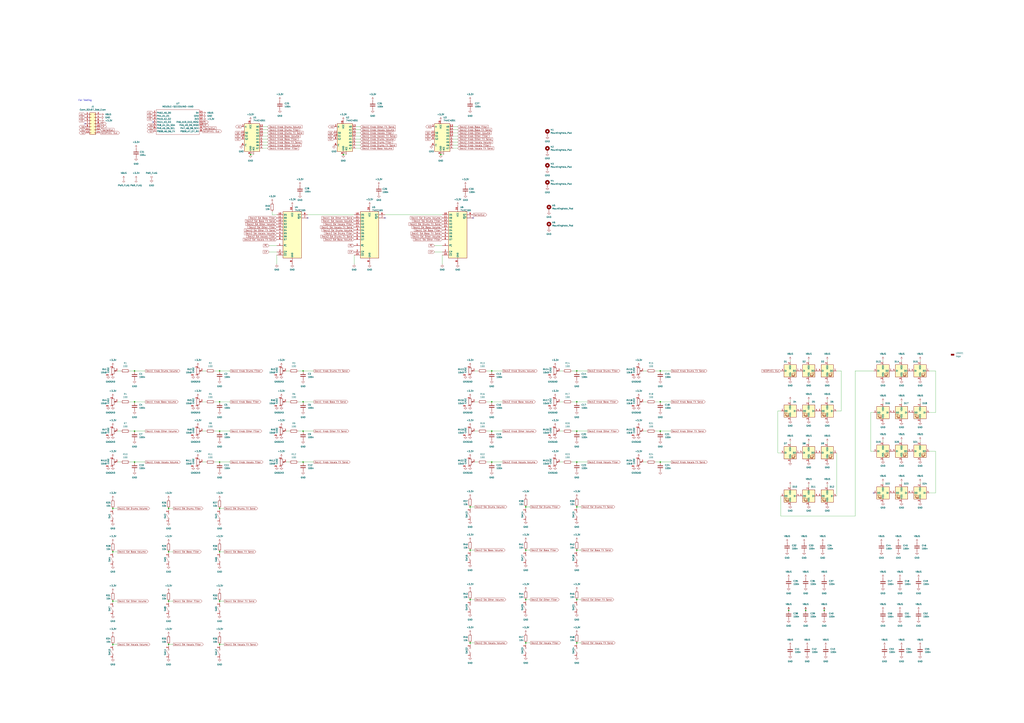
<source format=kicad_sch>
(kicad_sch (version 20250114) (generator "eeschema") (generator_version "9.0")
  (paper "A1")
  (lib_symbols
    (symbol "74xx:74HC165"
      (property "Reference" "U" (at -7.62 19.05 0))
      (property "Value" "74HC165" (at -7.62 -21.59 0))
      (symbol "74HC165_1_0"
        (pin input line (at -12.7 15.24 0) (length 5.08) (name "DS") (number "10"))
        (pin input line (at -12.7 12.7 0) (length 5.08) (name "D0") (number "11"))
        (pin input line (at -12.7 10.16 0) (length 5.08) (name "D1") (number "12"))
        (pin input line (at -12.7 7.62 0) (length 5.08) (name "D2") (number "13"))
        (pin input line (at -12.7 5.08 0) (length 5.08) (name "D3") (number "14"))
        (pin input line (at -12.7 2.54 0) (length 5.08) (name "D4") (number "3"))
        (pin input line (at -12.7 0 0) (length 5.08) (name "D5") (number "4"))
        (pin input line (at -12.7 -2.54 0) (length 5.08) (name "D6") (number "5"))
        (pin input line (at -12.7 -5.08 0) (length 5.08) (name "D7") (number "6"))
        (pin input line (at -12.7 -10.16 0) (length 5.08) (name "~{PL}") (number "1"))
        (pin input line (at -12.7 -15.24 0) (length 5.08) (name "CP") (number "2"))
        (pin input line (at -12.7 -17.78 0) (length 5.08) (name "~{CE}") (number "15"))
        (pin power_in line (at 0 22.86 270) (length 5.08) (name "VCC") (number "16"))
        (pin power_in line (at 0 -25.4 90) (length 5.08) (name "GND") (number "8"))
        (pin output line (at 12.7 15.24 180) (length 5.08) (name "Q7") (number "9"))
        (pin output line (at 12.7 12.7 180) (length 5.08) (name "~{Q7}") (number "7"))
      )
    )
    (symbol "74xx:74HC4051"
      (property "Reference" "U" (at -5.08 11.43 0))
      (property "Value" "74HC4051" (at -7.62 -13.97 0))
      (symbol "74HC4051_1_1"
        (pin passive line (at -7.62 7.62 0) (length 2.54) (name "A") (number "3"))
        (pin input line (at -7.62 2.54 0) (length 2.54) (name "S0") (number "11"))
        (pin input line (at -7.62 0 0) (length 2.54) (name "S1") (number "10"))
        (pin input line (at -7.62 -2.54 0) (length 2.54) (name "S2") (number "9"))
        (pin input line (at -7.62 -7.62 0) (length 2.54) (name "~{E}") (number "6"))
        (pin power_in line (at 0 12.7 270) (length 2.54) (name "VCC") (number "16"))
        (pin power_in line (at 0 -15.24 90) (length 2.54) (name "GND") (number "8"))
        (pin power_in line (at 2.54 -15.24 90) (length 2.54) (name "VEE") (number "7"))
        (pin passive line (at 10.16 7.62 180) (length 2.54) (name "A0") (number "13"))
        (pin passive line (at 10.16 5.08 180) (length 2.54) (name "A1") (number "14"))
        (pin passive line (at 10.16 2.54 180) (length 2.54) (name "A2") (number "15"))
        (pin passive line (at 10.16 0 180) (length 2.54) (name "A3") (number "12"))
        (pin passive line (at 10.16 -2.54 180) (length 2.54) (name "A4") (number "1"))
        (pin passive line (at 10.16 -5.08 180) (length 2.54) (name "A5") (number "5"))
        (pin passive line (at 10.16 -7.62 180) (length 2.54) (name "A6") (number "2"))
        (pin passive line (at 10.16 -10.16 180) (length 2.54) (name "A7") (number "4"))
      )
    )
    (symbol "Connector_Generic:Conn_02x07_Odd_Even" (pin_names (offset 1.016) (hide yes))
      (property "Reference" "J" (at 1.27 10.16 0))
      (property "Value" "Conn_02x07_Odd_Even" (at 1.27 -10.16 0))
      (symbol "Conn_02x07_Odd_Even_1_1"
        (pin passive line (at -5.08 7.62 0) (length 3.81) (name "Pin_1") (number "1"))
        (pin passive line (at -5.08 5.08 0) (length 3.81) (name "Pin_3") (number "3"))
        (pin passive line (at -5.08 2.54 0) (length 3.81) (name "Pin_5") (number "5"))
        (pin passive line (at -5.08 0 0) (length 3.81) (name "Pin_7") (number "7"))
        (pin passive line (at -5.08 -2.54 0) (length 3.81) (name "Pin_9") (number "9"))
        (pin passive line (at -5.08 -5.08 0) (length 3.81) (name "Pin_11") (number "11"))
        (pin passive line (at -5.08 -7.62 0) (length 3.81) (name "Pin_13") (number "13"))
        (pin passive line (at 7.62 7.62 180) (length 3.81) (name "Pin_2") (number "2"))
        (pin passive line (at 7.62 5.08 180) (length 3.81) (name "Pin_4") (number "4"))
        (pin passive line (at 7.62 2.54 180) (length 3.81) (name "Pin_6") (number "6"))
        (pin passive line (at 7.62 0 180) (length 3.81) (name "Pin_8") (number "8"))
        (pin passive line (at 7.62 -2.54 180) (length 3.81) (name "Pin_10") (number "10"))
        (pin passive line (at 7.62 -5.08 180) (length 3.81) (name "Pin_12") (number "12"))
        (pin passive line (at 7.62 -7.62 180) (length 3.81) (name "Pin_14") (number "14"))
      )
    )
    (symbol "Device:C" (pin_numbers (hide yes)) (pin_names (offset 0.254))
      (property "Reference" "C" (at 0.635 2.54 0))
      (property "Value" "C" (at 0.635 -2.54 0))
      (symbol "C_1_1"
        (pin passive line (at 0 3.81 270) (length 2.794) (name "~") (number "1"))
        (pin passive line (at 0 -3.81 90) (length 2.794) (name "~") (number "2"))
      )
    )
    (symbol "Device:R" (pin_numbers (hide yes)) (pin_names (offset 0))
      (property "Reference" "R" (at 2.032 0 90))
      (property "Value" "R" (at 0 0 90))
      (symbol "R_1_1"
        (pin passive line (at 0 3.81 270) (length 1.27) (name "~") (number "1"))
        (pin passive line (at 0 -3.81 90) (length 1.27) (name "~") (number "2"))
      )
    )
    (symbol "MOUDLE-SEEEDUINO-XIAO_RP2040:MOUDLE-SEEEDUINO-XIAO"
      (property "Reference" "U" (at -16.51 11.43 0))
      (property "Value" "MOUDLE-SEEEDUINO-XIAO" (at -3.81 -11.43 0))
      (symbol "MOUDLE-SEEEDUINO-XIAO_1_1"
        (pin passive line (at -19.05 7.62 0) (length 2.54) (name "PA02_A0_D0") (number "1"))
        (pin passive line (at -19.05 5.08 0) (length 2.54) (name "PA4_A1_D1") (number "2"))
        (pin passive line (at -19.05 2.54 0) (length 2.54) (name "PA10_A2_D2") (number "3"))
        (pin passive line (at -19.05 0 0) (length 2.54) (name "PA11_A3_D3") (number "4"))
        (pin passive line (at -19.05 -2.54 0) (length 2.54) (name "PA8_A4_D4_SDA") (number "5"))
        (pin passive line (at -19.05 -5.08 0) (length 2.54) (name "PA9_A5_D5_SCL") (number "6"))
        (pin passive line (at -19.05 -7.62 0) (length 2.54) (name "PB08_A6_D6_TX") (number "7"))
        (pin passive line (at 21.59 7.62 180) (length 2.54) (name "5V") (number "14"))
        (pin passive line (at 21.59 5.08 180) (length 2.54) (name "GND") (number "13"))
        (pin passive line (at 21.59 2.54 180) (length 2.54) (name "3V3") (number "12"))
        (pin passive line (at 21.59 0 180) (length 2.54) (name "PA6_A10_D10_MOSI") (number "11"))
        (pin passive line (at 21.59 -2.54 180) (length 2.54) (name "PA5_A9_D9_MISO") (number "10"))
        (pin passive line (at 21.59 -5.08 180) (length 2.54) (name "PA7_A8_D8_SCK") (number "9"))
        (pin passive line (at 21.59 -7.62 180) (length 2.54) (name "PB09_A7_D7_RX") (number "8"))
      )
    )
    (symbol "Mechanical:MountingHole_Pad" (pin_numbers (hide yes)) (pin_names (offset 1.016) (hide yes)) (exclude_from_sim yes) (in_bom no)
      (property "Reference" "H" (at 0 6.35 0))
      (property "Value" "MountingHole_Pad" (at 0 4.445 0))
      (symbol "MountingHole_Pad_1_1"
        (pin input line (at 0 -2.54 90) (length 2.54) (name "1") (number "1"))
      )
    )
    (symbol "Switch:SW_SPST" (pin_names (offset 0) (hide yes))
      (property "Reference" "SW" (at 0 3.175 0))
      (property "Value" "SW_SPST" (at 0 -2.54 0))
      (symbol "SW_SPST_1_1"
        (pin passive line (at -5.08 0 0) (length 2.54) (name "A") (number "1"))
        (pin passive line (at 5.08 0 180) (length 2.54) (name "B") (number "2"))
      )
    )
    (symbol "VCC_13" (power) (pin_numbers (hide yes)) (pin_names (offset 0) (hide yes))
      (property "Value" "VCC" (at 0 3.556 0))
      (symbol "VCC_13_1_1"
        (pin power_in line (at 0 0 90) (length 0) (name "~") (number "1"))
      )
    )
    (symbol "mylib:LED_NeoPixel_XL-1615RGBC-WS2812B" (pin_names (offset 0.254))
      (property "Reference" "D" (at 5.08 5.715 0))
      (property "Value" "LED_NeoPixel_XL-1615RGBC-WS2812B" (at -42.418 -9.144 0) (show_name))
      (symbol "LED_NeoPixel_XL-1615RGBC-WS2812B_0_0"
        (text "RGB" (at 2.286 -4.191 0) (effects (font (size 0.762 0.762))))
      )
      (symbol "LED_NeoPixel_XL-1615RGBC-WS2812B_1_1"
        (pin input line (at -7.62 0 0) (length 2.54) (name "DI") (number "4"))
        (pin power_in line (at 0 7.62 270) (length 2.54) (name "VDD") (number "2"))
        (pin power_in line (at 0 -7.62 90) (length 2.54) (name "VSS") (number "3"))
        (pin output line (at 7.62 0 180) (length 2.54) (name "DO") (number "1"))
      )
    )
    (symbol "mylib:R_POT_W_GND" (pin_names (offset 1.016))
      (property "Reference" "RV" (at -7.62 0 90))
      (property "Value" "R_POT_W_GND" (at -6.35 0 90))
      (symbol "R_POT_W_GND_1_1"
        (pin input line (at -3.81 3.81 270) (length 0.9906) (name "CASE") (number "0"))
        (pin passive line (at 0 3.81 270) (length 1.27) (name "~") (number "1"))
        (pin passive line (at 0 -3.81 90) (length 1.27) (name "~") (number "3"))
        (pin passive line (at 3.81 0 180) (length 1.27) (name "~") (number "2"))
      )
    )
    (symbol "mylib:logo" (pin_numbers (hide yes)) (pin_names (offset 0) (hide yes))
      (property "Reference" "LOGO" (at 0 2.54 0))
      (property "Value" "logo" (at 0 1.27 0))
    )
    (symbol "power:+3.3V" (power) (pin_numbers (hide yes)) (pin_names (offset 0) (hide yes))
      (property "Value" "+3.3V" (at 0 3.556 0))
      (symbol "+3.3V_1_1"
        (pin power_in line (at 0 0 90) (length 0) (name "~") (number "1"))
      )
    )
    (symbol "power:GND" (power) (pin_numbers (hide yes)) (pin_names (offset 0) (hide yes))
      (property "Value" "GND" (at 0 -3.81 0))
      (symbol "GND_1_1"
        (pin power_in line (at 0 0 270) (length 0) (name "~") (number "1"))
      )
    )
    (symbol "power:PWR_FLAG" (power) (pin_numbers (hide yes)) (pin_names (offset 0) (hide yes))
      (property "Value" "PWR_FLAG" (at 0 3.81 0))
      (symbol "PWR_FLAG_0_0"
        (pin power_out line (at 0 0 90) (length 0) (name "~") (number "1"))
      )
    )
  )
  (text "For Testing" (at 69.85 82.55 0) (effects (font (size 1.27 1.27))))
  (junction (at 92.71 417.83))
  (junction (at 647.7 501.65))
  (junction (at 542.29 354.33))
  (junction (at 92.71 494.03))
  (junction (at 92.71 529.59))
  (junction (at 676.91 501.65))
  (junction (at 180.34 330.2))
  (junction (at 431.8 492.76))
  (junction (at 138.43 494.03))
  (junction (at 138.43 529.59))
  (junction (at 431.8 452.12))
  (junction (at 281.94 127))
  (junction (at 542.29 379.73))
  (junction (at 138.43 417.83))
  (junction (at 138.43 453.39))
  (junction (at 110.49 304.8))
  (junction (at 473.71 379.73))
  (junction (at 431.8 528.32))
  (junction (at 403.86 354.33))
  (junction (at 403.86 304.8))
  (junction (at 661.67 501.65))
  (junction (at 386.08 452.12))
  (junction (at 361.95 127))
  (junction (at 248.92 330.2))
  (junction (at 386.08 416.56))
  (junction (at 180.34 379.73))
  (junction (at 431.8 416.56))
  (junction (at 180.34 417.83))
  (junction (at 180.34 453.39))
  (junction (at 542.29 304.8))
  (junction (at 473.71 304.8))
  (junction (at 473.71 354.33))
  (junction (at 403.86 330.2))
  (junction (at 403.86 379.73))
  (junction (at 92.71 453.39))
  (junction (at 386.08 528.32))
  (junction (at 248.92 354.33))
  (junction (at 110.49 354.33))
  (junction (at 473.71 330.2))
  (junction (at 110.49 330.2))
  (junction (at 205.74 127))
  (junction (at 473.71 416.56))
  (junction (at 248.92 379.73))
  (junction (at 248.92 304.8))
  (junction (at 473.71 452.12))
  (junction (at 110.49 379.73))
  (junction (at 473.71 492.76))
  (junction (at 386.08 492.76))
  (junction (at 180.34 304.8))
  (junction (at 180.34 529.59))
  (junction (at 473.71 528.32))
  (junction (at 542.29 330.2))
  (junction (at 180.34 494.03))
  (junction (at 180.34 354.33))
  (no_connect (at 69.85 101.6))
  (no_connect (at 252.73 179.07))
  (no_connect (at 125.73 100.33))
  (no_connect (at 388.62 179.07))
  (no_connect (at 316.23 179.07))
  (no_connect (at 717.55 405.13))
  (wire (pts (xy 166.37 330.2) (xy 168.91 330.2)))
  (wire (pts (xy 138.43 417.83) (xy 138.43 419.1)))
  (wire (pts (xy 92.71 453.39) (xy 96.52 453.39)))
  (wire (pts (xy 648.97 295.91) (xy 648.97 297.18)))
  (wire (pts (xy 638.81 372.11) (xy 641.35 372.11)))
  (wire (pts (xy 403.86 354.33) (xy 412.75 354.33)))
  (wire (pts (xy 180.34 494.03) (xy 184.15 494.03)))
  (wire (pts (xy 400.05 379.73) (xy 403.86 379.73)))
  (wire (pts (xy 679.45 363.22) (xy 679.45 364.49)))
  (wire (pts (xy 234.95 354.33) (xy 237.49 354.33)))
  (wire (pts (xy 763.27 304.8) (xy 768.35 304.8)))
  (wire (pts (xy 473.71 416.56) (xy 477.52 416.56)))
  (wire (pts (xy 245.11 304.8) (xy 248.92 304.8)))
  (wire (pts (xy 725.17 396.24) (xy 725.17 397.51)))
  (wire (pts (xy 356.87 201.93) (xy 363.22 201.93)))
  (wire (pts (xy 215.9 114.3) (xy 219.71 114.3)))
  (wire (pts (xy 386.08 492.76) (xy 386.08 494.03)))
  (wire (pts (xy 473.71 492.76) (xy 477.52 492.76)))
  (wire (pts (xy 176.53 304.8) (xy 180.34 304.8)))
  (wire (pts (xy 292.1 111.76) (xy 295.91 111.76)))
  (wire (pts (xy 292.1 104.14) (xy 295.91 104.14)))
  (wire (pts (xy 176.53 379.73) (xy 180.34 379.73)))
  (wire (pts (xy 180.34 354.33) (xy 189.23 354.33)))
  (wire (pts (xy 755.65 330.2) (xy 755.65 331.47)))
  (wire (pts (xy 205.74 127) (xy 208.28 127)))
  (wire (pts (xy 245.11 379.73) (xy 248.92 379.73)))
  (wire (pts (xy 361.95 127) (xy 364.49 127)))
  (wire (pts (xy 138.43 529.59) (xy 138.43 530.86)))
  (wire (pts (xy 234.95 379.73) (xy 237.49 379.73)))
  (wire (pts (xy 248.92 354.33) (xy 257.81 354.33)))
  (wire (pts (xy 166.37 354.33) (xy 168.91 354.33)))
  (wire (pts (xy 92.71 453.39) (xy 92.71 454.66)))
  (wire (pts (xy 542.29 304.8) (xy 551.18 304.8)))
  (wire (pts (xy 166.37 304.8) (xy 168.91 304.8)))
  (wire (pts (xy 215.9 109.22) (xy 219.71 109.22)))
  (wire (pts (xy 473.71 304.8) (xy 482.6 304.8)))
  (wire (pts (xy 372.11 109.22) (xy 375.92 109.22)))
  (wire (pts (xy 679.45 328.93) (xy 679.45 330.2)))
  (wire (pts (xy 431.8 452.12) (xy 435.61 452.12)))
  (wire (pts (xy 664.21 398.78) (xy 664.21 400.05)))
  (wire (pts (xy 106.68 330.2) (xy 110.49 330.2)))
  (wire (pts (xy 473.71 528.32) (xy 477.52 528.32)))
  (wire (pts (xy 664.21 295.91) (xy 664.21 297.18)))
  (wire (pts (xy 459.74 304.8) (xy 462.28 304.8)))
  (wire (pts (xy 180.34 529.59) (xy 184.15 529.59)))
  (wire (pts (xy 679.45 398.78) (xy 679.45 400.05)))
  (wire (pts (xy 641.35 337.82) (xy 638.81 337.82)))
  (wire (pts (xy 372.11 104.14) (xy 375.92 104.14)))
  (wire (pts (xy 292.1 106.68) (xy 295.91 106.68)))
  (wire (pts (xy 400.05 304.8) (xy 403.86 304.8)))
  (wire (pts (xy 92.71 417.83) (xy 96.52 417.83)))
  (wire (pts (xy 372.11 116.84) (xy 375.92 116.84)))
  (wire (pts (xy 215.9 116.84) (xy 219.71 116.84)))
  (wire (pts (xy 138.43 453.39) (xy 138.43 454.66)))
  (wire (pts (xy 215.9 104.14) (xy 219.71 104.14)))
  (wire (pts (xy 110.49 354.33) (xy 119.38 354.33)))
  (wire (pts (xy 372.11 106.68) (xy 375.92 106.68)))
  (wire (pts (xy 641.35 424.18) (xy 702.31 424.18)))
  (wire (pts (xy 740.41 330.2) (xy 740.41 331.47)))
  (wire (pts (xy 220.98 201.93) (xy 227.33 201.93)))
  (wire (pts (xy 106.68 354.33) (xy 110.49 354.33)))
  (wire (pts (xy 92.71 494.03) (xy 92.71 495.3)))
  (wire (pts (xy 386.08 452.12) (xy 389.89 452.12)))
  (wire (pts (xy 538.48 354.33) (xy 542.29 354.33)))
  (wire (pts (xy 180.34 494.03) (xy 180.34 495.3)))
  (wire (pts (xy 755.65 295.91) (xy 755.65 297.18)))
  (wire (pts (xy 292.1 109.22) (xy 295.91 109.22)))
  (wire (pts (xy 316.23 176.53) (xy 363.22 176.53)))
  (wire (pts (xy 431.8 452.12) (xy 431.8 453.39)))
  (wire (pts (xy 92.71 494.03) (xy 96.52 494.03)))
  (wire (pts (xy 386.08 492.76) (xy 389.89 492.76)))
  (wire (pts (xy 641.35 407.67) (xy 641.35 424.18)))
  (wire (pts (xy 389.89 330.2) (xy 392.43 330.2)))
  (wire (pts (xy 469.9 330.2) (xy 473.71 330.2)))
  (wire (pts (xy 386.08 416.56) (xy 389.89 416.56)))
  (wire (pts (xy 717.55 339.09) (xy 715.01 339.09)))
  (wire (pts (xy 469.9 304.8) (xy 473.71 304.8)))
  (wire (pts (xy 687.07 337.82) (xy 690.88 337.82)))
  (wire (pts (xy 473.71 528.32) (xy 473.71 529.59)))
  (wire (pts (xy 248.92 379.73) (xy 257.81 379.73)))
  (wire (pts (xy 528.32 304.8) (xy 530.86 304.8)))
  (wire (pts (xy 215.9 111.76) (xy 219.71 111.76)))
  (wire (pts (xy 372.11 121.92) (xy 375.92 121.92)))
  (wire (pts (xy 180.34 453.39) (xy 180.34 454.66)))
  (wire (pts (xy 372.11 114.3) (xy 375.92 114.3)))
  (wire (pts (xy 223.52 176.53) (xy 227.33 176.53)))
  (wire (pts (xy 292.1 114.3) (xy 295.91 114.3)))
  (wire (pts (xy 690.88 304.8) (xy 690.88 337.82)))
  (wire (pts (xy 176.53 330.2) (xy 180.34 330.2)))
  (wire (pts (xy 431.8 492.76) (xy 435.61 492.76)))
  (wire (pts (xy 110.49 304.8) (xy 119.38 304.8)))
  (wire (pts (xy 92.71 417.83) (xy 92.71 419.1)))
  (wire (pts (xy 469.9 354.33) (xy 473.71 354.33)))
  (wire (pts (xy 386.08 416.56) (xy 386.08 417.83)))
  (wire (pts (xy 768.35 304.8) (xy 768.35 339.09)))
  (wire (pts (xy 702.31 304.8) (xy 717.55 304.8)))
  (wire (pts (xy 715.01 370.84) (xy 717.55 370.84)))
  (wire (pts (xy 400.05 330.2) (xy 403.86 330.2)))
  (wire (pts (xy 473.71 452.12) (xy 477.52 452.12)))
  (wire (pts (xy 473.71 452.12) (xy 473.71 453.39)))
  (wire (pts (xy 215.9 106.68) (xy 219.71 106.68)))
  (wire (pts (xy 431.8 492.76) (xy 431.8 494.03)))
  (wire (pts (xy 281.94 127) (xy 284.48 127)))
  (wire (pts (xy 538.48 379.73) (xy 542.29 379.73)))
  (wire (pts (xy 389.89 354.33) (xy 392.43 354.33)))
  (wire (pts (xy 403.86 379.73) (xy 412.75 379.73)))
  (wire (pts (xy 403.86 330.2) (xy 412.75 330.2)))
  (wire (pts (xy 638.81 337.82) (xy 638.81 372.11)))
  (wire (pts (xy 538.48 330.2) (xy 542.29 330.2)))
  (wire (pts (xy 180.34 417.83) (xy 184.15 417.83)))
  (wire (pts (xy 648.97 398.78) (xy 648.97 400.05)))
  (wire (pts (xy 740.41 361.95) (xy 740.41 363.22)))
  (wire (pts (xy 715.01 339.09) (xy 715.01 370.84)))
  (wire (pts (xy 431.8 528.32) (xy 435.61 528.32)))
  (wire (pts (xy 292.1 121.92) (xy 295.91 121.92)))
  (wire (pts (xy 459.74 354.33) (xy 462.28 354.33)))
  (wire (pts (xy 403.86 304.8) (xy 412.75 304.8)))
  (wire (pts (xy 528.32 354.33) (xy 530.86 354.33)))
  (wire (pts (xy 459.74 379.73) (xy 462.28 379.73)))
  (wire (pts (xy 740.41 295.91) (xy 740.41 297.18)))
  (wire (pts (xy 664.21 363.22) (xy 664.21 364.49)))
  (wire (pts (xy 542.29 379.73) (xy 551.18 379.73)))
  (wire (pts (xy 763.27 370.84) (xy 768.35 370.84)))
  (wire (pts (xy 372.11 119.38) (xy 375.92 119.38)))
  (wire (pts (xy 679.45 295.91) (xy 679.45 297.18)))
  (wire (pts (xy 96.52 379.73) (xy 99.06 379.73)))
  (wire (pts (xy 180.34 453.39) (xy 184.15 453.39)))
  (wire (pts (xy 755.65 396.24) (xy 755.65 397.51)))
  (wire (pts (xy 755.65 361.95) (xy 755.65 363.22)))
  (wire (pts (xy 138.43 494.03) (xy 142.24 494.03)))
  (wire (pts (xy 110.49 379.73) (xy 119.38 379.73)))
  (wire (pts (xy 138.43 417.83) (xy 142.24 417.83)))
  (wire (pts (xy 363.22 209.55) (xy 363.22 217.17)))
  (wire (pts (xy 389.89 379.73) (xy 392.43 379.73)))
  (wire (pts (xy 473.71 379.73) (xy 482.6 379.73)))
  (wire (pts (xy 92.71 529.59) (xy 96.52 529.59)))
  (wire (pts (xy 166.37 379.73) (xy 168.91 379.73)))
  (wire (pts (xy 248.92 304.8) (xy 257.81 304.8)))
  (wire (pts (xy 725.17 330.2) (xy 725.17 331.47)))
  (wire (pts (xy 234.95 330.2) (xy 237.49 330.2)))
  (wire (pts (xy 664.21 328.93) (xy 664.21 330.2)))
  (wire (pts (xy 431.8 416.56) (xy 435.61 416.56)))
  (wire (pts (xy 431.8 416.56) (xy 431.8 417.83)))
  (wire (pts (xy 687.07 304.8) (xy 690.88 304.8)))
  (wire (pts (xy 528.32 330.2) (xy 530.86 330.2)))
  (wire (pts (xy 96.52 330.2) (xy 99.06 330.2)))
  (wire (pts (xy 528.32 379.73) (xy 530.86 379.73)))
  (wire (pts (xy 220.98 207.01) (xy 227.33 207.01)))
  (wire (pts (xy 725.17 361.95) (xy 725.17 363.22)))
  (wire (pts (xy 245.11 354.33) (xy 248.92 354.33)))
  (wire (pts (xy 687.07 372.11) (xy 687.07 407.67)))
  (wire (pts (xy 469.9 379.73) (xy 473.71 379.73)))
  (wire (pts (xy 248.92 330.2) (xy 257.81 330.2)))
  (wire (pts (xy 96.52 354.33) (xy 99.06 354.33)))
  (wire (pts (xy 176.53 354.33) (xy 180.34 354.33)))
  (wire (pts (xy 768.35 370.84) (xy 768.35 405.13)))
  (wire (pts (xy 473.71 354.33) (xy 482.6 354.33)))
  (wire (pts (xy 431.8 528.32) (xy 431.8 529.59)))
  (wire (pts (xy 648.97 363.22) (xy 648.97 364.49)))
  (wire (pts (xy 292.1 119.38) (xy 295.91 119.38)))
  (wire (pts (xy 356.87 207.01) (xy 363.22 207.01)))
  (wire (pts (xy 386.08 528.32) (xy 389.89 528.32)))
  (wire (pts (xy 106.68 379.73) (xy 110.49 379.73)))
  (wire (pts (xy 459.74 330.2) (xy 462.28 330.2)))
  (wire (pts (xy 386.08 452.12) (xy 386.08 453.39)))
  (wire (pts (xy 386.08 528.32) (xy 386.08 529.59)))
  (wire (pts (xy 180.34 304.8) (xy 189.23 304.8)))
  (wire (pts (xy 473.71 416.56) (xy 473.71 417.83)))
  (wire (pts (xy 223.52 173.99) (xy 223.52 176.53)))
  (wire (pts (xy 768.35 339.09) (xy 763.27 339.09)))
  (wire (pts (xy 180.34 330.2) (xy 189.23 330.2)))
  (wire (pts (xy 768.35 405.13) (xy 763.27 405.13)))
  (wire (pts (xy 389.89 304.8) (xy 392.43 304.8)))
  (wire (pts (xy 215.9 119.38) (xy 219.71 119.38)))
  (wire (pts (xy 227.33 209.55) (xy 227.33 217.17)))
  (wire (pts (xy 542.29 354.33) (xy 551.18 354.33)))
  (wire (pts (xy 740.41 396.24) (xy 740.41 397.51)))
  (wire (pts (xy 180.34 379.73) (xy 189.23 379.73)))
  (wire (pts (xy 215.9 121.92) (xy 219.71 121.92)))
  (wire (pts (xy 245.11 330.2) (xy 248.92 330.2)))
  (wire (pts (xy 473.71 492.76) (xy 473.71 494.03)))
  (wire (pts (xy 96.52 304.8) (xy 99.06 304.8)))
  (wire (pts (xy 106.68 304.8) (xy 110.49 304.8)))
  (wire (pts (xy 648.97 328.93) (xy 648.97 330.2)))
  (wire (pts (xy 542.29 330.2) (xy 551.18 330.2)))
  (wire (pts (xy 138.43 494.03) (xy 138.43 495.3)))
  (wire (pts (xy 92.71 529.59) (xy 92.71 530.86)))
  (wire (pts (xy 702.31 424.18) (xy 702.31 304.8)))
  (wire (pts (xy 473.71 330.2) (xy 482.6 330.2)))
  (wire (pts (xy 252.73 176.53) (xy 290.83 176.53)))
  (wire (pts (xy 725.17 295.91) (xy 725.17 297.18)))
  (wire (pts (xy 400.05 354.33) (xy 403.86 354.33)))
  (wire (pts (xy 110.49 330.2) (xy 119.38 330.2)))
  (wire (pts (xy 538.48 304.8) (xy 542.29 304.8)))
  (wire (pts (xy 292.1 116.84) (xy 295.91 116.84)))
  (wire (pts (xy 180.34 417.83) (xy 180.34 419.1)))
  (wire (pts (xy 372.11 111.76) (xy 375.92 111.76)))
  (wire (pts (xy 138.43 529.59) (xy 142.24 529.59)))
  (wire (pts (xy 290.83 209.55) (xy 290.83 217.17)))
  (wire (pts (xy 180.34 529.59) (xy 180.34 530.86)))
  (wire (pts (xy 138.43 453.39) (xy 142.24 453.39)))
  (wire (pts (xy 234.95 304.8) (xy 237.49 304.8)))
  (global_label "SerialOut" (shape output) (at 388.62 176.53 0) (property "Intersheetrefs" "${INTERSHEET_REFS}" (effects (hide yes))))
  (global_label "Deck1 Knob Vocals FX Send" (shape input) (at 295.91 111.76 0) (property "Intersheetrefs" "${INTERSHEET_REFS}" (effects (hide yes))))
  (global_label "Deck1 Knob Other Filter" (shape input) (at 219.71 121.92 0) (property "Intersheetrefs" "${INTERSHEET_REFS}" (effects (hide yes))))
  (global_label "Deck2 Knob Vocals Filter" (shape output) (at 482.6 379.73 0) (property "Intersheetrefs" "${INTERSHEET_REFS}" (effects (hide yes))))
  (global_label "SerialOut" (shape input) (at 82.55 106.68 0) (property "Intersheetrefs" "${INTERSHEET_REFS}" (effects (hide yes))))
  (global_label "Deck2 SW Drums Volume" (shape output) (at 389.89 416.56 0) (property "Intersheetrefs" "${INTERSHEET_REFS}" (effects (hide yes))))
  (global_label "~{PL}" (shape input) (at 290.83 201.93 180) (property "Intersheetrefs" "${INTERSHEET_REFS}" (effects (hide yes))))
  (global_label "Deck1 SW Bass Filter" (shape input) (at 363.22 189.23 180) (property "Intersheetrefs" "${INTERSHEET_REFS}" (effects (hide yes))))
  (global_label "Deck1 Knob Other Volume" (shape output) (at 119.38 354.33 0) (property "Intersheetrefs" "${INTERSHEET_REFS}" (effects (hide yes))))
  (global_label "Deck1 SW Bass FX Send" (shape output) (at 184.15 453.39 0) (property "Intersheetrefs" "${INTERSHEET_REFS}" (effects (hide yes))))
  (global_label "Deck2 Knob Other Filter" (shape input) (at 375.92 111.76 0) (property "Intersheetrefs" "${INTERSHEET_REFS}" (effects (hide yes))))
  (global_label "S0" (shape input) (at 274.32 109.22 180) (property "Intersheetrefs" "${INTERSHEET_REFS}" (effects (hide yes))))
  (global_label "Deck2 Knob Bass FX Send" (shape output) (at 551.18 330.2 0) (property "Intersheetrefs" "${INTERSHEET_REFS}" (effects (hide yes))))
  (global_label "Deck2 Knob Drums Filter" (shape output) (at 482.6 304.8 0) (property "Intersheetrefs" "${INTERSHEET_REFS}" (effects (hide yes))))
  (global_label "Deck2 Knob Bass Volume" (shape input) (at 295.91 121.92 0) (property "Intersheetrefs" "${INTERSHEET_REFS}" (effects (hide yes))))
  (global_label "Deck2 Knob Drums Filter" (shape input) (at 295.91 116.84 0) (property "Intersheetrefs" "${INTERSHEET_REFS}" (effects (hide yes))))
  (global_label "A3" (shape input) (at 125.73 97.79 180) (property "Intersheetrefs" "${INTERSHEET_REFS}" (effects (hide yes))))
  (global_label "Deck2 SW Other FX Send" (shape output) (at 477.52 492.76 0) (property "Intersheetrefs" "${INTERSHEET_REFS}" (effects (hide yes))))
  (global_label "Deck1 Knob Bass Volume" (shape input) (at 219.71 111.76 0) (property "Intersheetrefs" "${INTERSHEET_REFS}" (effects (hide yes))))
  (global_label "Deck2 SW Other Filter" (shape output) (at 435.61 492.76 0) (property "Intersheetrefs" "${INTERSHEET_REFS}" (effects (hide yes))))
  (global_label "Deck1 Knob Drums FX Send" (shape input) (at 219.71 109.22 0) (property "Intersheetrefs" "${INTERSHEET_REFS}" (effects (hide yes))))
  (global_label "A2" (shape input) (at 125.73 95.25 180) (property "Intersheetrefs" "${INTERSHEET_REFS}" (effects (hide yes))))
  (global_label "Deck1 SW Bass Volume" (shape output) (at 96.52 453.39 0) (property "Intersheetrefs" "${INTERSHEET_REFS}" (effects (hide yes))))
  (global_label "Deck2 SW Other FX Send" (shape input) (at 227.33 189.23 180) (property "Intersheetrefs" "${INTERSHEET_REFS}" (effects (hide yes))))
  (global_label "Deck1 SW Drums FX Send" (shape input) (at 363.22 184.15 180) (property "Intersheetrefs" "${INTERSHEET_REFS}" (effects (hide yes))))
  (global_label "Deck1 SW Vocals Filter" (shape input) (at 290.83 184.15 180) (property "Intersheetrefs" "${INTERSHEET_REFS}" (effects (hide yes))))
  (global_label "~{PL}" (shape output) (at 166.37 100.33 0) (property "Intersheetrefs" "${INTERSHEET_REFS}" (effects (hide yes))))
  (global_label "Deck2 Knob Drums Volume" (shape input) (at 295.91 114.3 0) (property "Intersheetrefs" "${INTERSHEET_REFS}" (effects (hide yes))))
  (global_label "Deck1 SW Vocals FX Send" (shape input) (at 290.83 186.69 180) (property "Intersheetrefs" "${INTERSHEET_REFS}" (effects (hide yes))))
  (global_label "Deck1 Knob Bass Filter" (shape output) (at 189.23 330.2 0) (property "Intersheetrefs" "${INTERSHEET_REFS}" (effects (hide yes))))
  (global_label "S2" (shape output) (at 69.85 109.22 180) (property "Intersheetrefs" "${INTERSHEET_REFS}" (effects (hide yes))))
  (global_label "Deck1 Knob Other FX Send" (shape output) (at 257.81 354.33 0) (property "Intersheetrefs" "${INTERSHEET_REFS}" (effects (hide yes))))
  (global_label "Deck1 SW Bass Filter" (shape output) (at 142.24 453.39 0) (property "Intersheetrefs" "${INTERSHEET_REFS}" (effects (hide yes))))
  (global_label "Deck2 SW Other Volume" (shape output) (at 389.89 492.76 0) (property "Intersheetrefs" "${INTERSHEET_REFS}" (effects (hide yes))))
  (global_label "Deck1 Knob Vocals Volume" (shape output) (at 119.38 379.73 0) (property "Intersheetrefs" "${INTERSHEET_REFS}" (effects (hide yes))))
  (global_label "SerialOut" (shape input) (at 166.37 105.41 0) (property "Intersheetrefs" "${INTERSHEET_REFS}" (effects (hide yes))))
  (global_label "S0" (shape input) (at 198.12 109.22 180) (property "Intersheetrefs" "${INTERSHEET_REFS}" (effects (hide yes))))
  (global_label "Deck2 Knob Vocals Filter" (shape input) (at 375.92 119.38 0) (property "Intersheetrefs" "${INTERSHEET_REFS}" (effects (hide yes))))
  (global_label "Deck2 SW Vocals FX Send" (shape input) (at 227.33 196.85 180) (property "Intersheetrefs" "${INTERSHEET_REFS}" (effects (hide yes))))
  (global_label "Deck2 SW Drums Volume" (shape input) (at 290.83 189.23 180) (property "Intersheetrefs" "${INTERSHEET_REFS}" (effects (hide yes))))
  (global_label "Deck2 Knob Other Volume" (shape output) (at 412.75 354.33 0) (property "Intersheetrefs" "${INTERSHEET_REFS}" (effects (hide yes))))
  (global_label "Deck2 Knob Vocals Volume" (shape output) (at 412.75 379.73 0) (property "Intersheetrefs" "${INTERSHEET_REFS}" (effects (hide yes))))
  (global_label "Deck2 SW Drums Filter" (shape output) (at 435.61 416.56 0) (property "Intersheetrefs" "${INTERSHEET_REFS}" (effects (hide yes))))
  (global_label "~{PL}" (shape input) (at 220.98 201.93 180) (property "Intersheetrefs" "${INTERSHEET_REFS}" (effects (hide yes))))
  (global_label "S2" (shape output) (at 125.73 107.95 180) (property "Intersheetrefs" "${INTERSHEET_REFS}" (effects (hide yes))))
  (global_label "Deck1 Knob Bass Filter" (shape input) (at 219.71 114.3 0) (property "Intersheetrefs" "${INTERSHEET_REFS}" (effects (hide yes))))
  (global_label "Deck1 SW Other Volume" (shape input) (at 363.22 194.31 180) (property "Intersheetrefs" "${INTERSHEET_REFS}" (effects (hide yes))))
  (global_label "Deck1 Knob Other Volume" (shape input) (at 219.71 119.38 0) (property "Intersheetrefs" "${INTERSHEET_REFS}" (effects (hide yes))))
  (global_label "Deck2 SW Drums FX Send" (shape output) (at 477.52 416.56 0) (property "Intersheetrefs" "${INTERSHEET_REFS}" (effects (hide yes))))
  (global_label "Deck1 SW Other Volume" (shape output) (at 96.52 494.03 0) (property "Intersheetrefs" "${INTERSHEET_REFS}" (effects (hide yes))))
  (global_label "Deck1 SW Vocals FX Send" (shape output) (at 184.15 529.59 0) (property "Intersheetrefs" "${INTERSHEET_REFS}" (effects (hide yes))))
  (global_label "Deck2 SW Vocals Filter" (shape input) (at 227.33 194.31 180) (property "Intersheetrefs" "${INTERSHEET_REFS}" (effects (hide yes))))
  (global_label "Deck2 Knob Drums FX Send" (shape input) (at 295.91 119.38 0) (property "Intersheetrefs" "${INTERSHEET_REFS}" (effects (hide yes))))
  (global_label "Deck2 SW Bass FX Send" (shape output) (at 477.52 452.12 0) (property "Intersheetrefs" "${INTERSHEET_REFS}" (effects (hide yes))))
  (global_label "Deck1 Knob Other Filter" (shape output) (at 189.23 354.33 0) (property "Intersheetrefs" "${INTERSHEET_REFS}" (effects (hide yes))))
  (global_label "Deck2 SW Vocals Volume" (shape input) (at 227.33 191.77 180) (property "Intersheetrefs" "${INTERSHEET_REFS}" (effects (hide yes))))
  (global_label "Deck2 Knob Vocals FX Send" (shape output) (at 551.18 379.73 0) (property "Intersheetrefs" "${INTERSHEET_REFS}" (effects (hide yes))))
  (global_label "Deck2 SW Bass Volume" (shape input) (at 290.83 196.85 180) (property "Intersheetrefs" "${INTERSHEET_REFS}" (effects (hide yes))))
  (global_label "Deck1 SW Bass FX Send" (shape input) (at 363.22 191.77 180) (property "Intersheetrefs" "${INTERSHEET_REFS}" (effects (hide yes))))
  (global_label "S1" (shape input) (at 198.12 111.76 180) (property "Intersheetrefs" "${INTERSHEET_REFS}" (effects (hide yes))))
  (global_label "CP" (shape input) (at 290.83 207.01 180) (property "Intersheetrefs" "${INTERSHEET_REFS}" (effects (hide yes))))
  (global_label "Deck2 Knob Vocals FX Send" (shape input) (at 375.92 121.92 0) (property "Intersheetrefs" "${INTERSHEET_REFS}" (effects (hide yes))))
  (global_label "Deck2 Knob Drums Volume" (shape output) (at 412.75 304.8 0) (property "Intersheetrefs" "${INTERSHEET_REFS}" (effects (hide yes))))
  (global_label "Deck1 Knob Drums Filter" (shape input) (at 219.71 106.68 0) (property "Intersheetrefs" "${INTERSHEET_REFS}" (effects (hide yes))))
  (global_label "Deck2 Knob Other FX Send" (shape output) (at 551.18 354.33 0) (property "Intersheetrefs" "${INTERSHEET_REFS}" (effects (hide yes))))
  (global_label "S0" (shape input) (at 354.33 109.22 180) (property "Intersheetrefs" "${INTERSHEET_REFS}" (effects (hide yes))))
  (global_label "CP" (shape output) (at 82.55 104.14 0) (property "Intersheetrefs" "${INTERSHEET_REFS}" (effects (hide yes))))
  (global_label "S1" (shape output) (at 125.73 105.41 180) (property "Intersheetrefs" "${INTERSHEET_REFS}" (effects (hide yes))))
  (global_label "Deck2 SW Vocals FX Send" (shape output) (at 477.52 528.32 0) (property "Intersheetrefs" "${INTERSHEET_REFS}" (effects (hide yes))))
  (global_label "Deck1 SW Bass Volume" (shape input) (at 363.22 186.69 180) (property "Intersheetrefs" "${INTERSHEET_REFS}" (effects (hide yes))))
  (global_label "Deck2 Knob Vocals Volume" (shape input) (at 375.92 116.84 0) (property "Intersheetrefs" "${INTERSHEET_REFS}" (effects (hide yes))))
  (global_label "Deck1 Knob Drums FX Send" (shape output) (at 257.81 304.8 0) (property "Intersheetrefs" "${INTERSHEET_REFS}" (effects (hide yes))))
  (global_label "Deck1 Knob Drums Filter" (shape output) (at 189.23 304.8 0) (property "Intersheetrefs" "${INTERSHEET_REFS}" (effects (hide yes))))
  (global_label "Deck2 Knob Bass Filter" (shape output) (at 482.6 330.2 0) (property "Intersheetrefs" "${INTERSHEET_REFS}" (effects (hide yes))))
  (global_label "S2" (shape input) (at 354.33 114.3 180) (property "Intersheetrefs" "${INTERSHEET_REFS}" (effects (hide yes))))
  (global_label "Deck2 Knob Bass FX Send" (shape input) (at 375.92 106.68 0) (property "Intersheetrefs" "${INTERSHEET_REFS}" (effects (hide yes))))
  (global_label "S0" (shape output) (at 69.85 104.14 180) (property "Intersheetrefs" "${INTERSHEET_REFS}" (effects (hide yes))))
  (global_label "Deck2 SW Vocals Filter" (shape output) (at 435.61 528.32 0) (property "Intersheetrefs" "${INTERSHEET_REFS}" (effects (hide yes))))
  (global_label "CP" (shape input) (at 220.98 207.01 180) (property "Intersheetrefs" "${INTERSHEET_REFS}" (effects (hide yes))))
  (global_label "~{PL}" (shape input) (at 356.87 201.93 180) (property "Intersheetrefs" "${INTERSHEET_REFS}" (effects (hide yes))))
  (global_label "Deck1 SW Vocals Volume" (shape output) (at 96.52 529.59 0) (property "Intersheetrefs" "${INTERSHEET_REFS}" (effects (hide yes))))
  (global_label "Deck1 SW Drums Filter" (shape input) (at 363.22 181.61 180) (property "Intersheetrefs" "${INTERSHEET_REFS}" (effects (hide yes))))
  (global_label "Deck1 SW Other FX Send" (shape input) (at 290.83 179.07 180) (property "Intersheetrefs" "${INTERSHEET_REFS}" (effects (hide yes))))
  (global_label "Deck1 Knob Bass Volume" (shape output) (at 119.38 330.2 0) (property "Intersheetrefs" "${INTERSHEET_REFS}" (effects (hide yes))))
  (global_label "Deck2 SW Other Volume" (shape input) (at 227.33 184.15 180) (property "Intersheetrefs" "${INTERSHEET_REFS}" (effects (hide yes))))
  (global_label "Deck1 Knob Vocals Volume" (shape input) (at 295.91 106.68 0) (property "Intersheetrefs" "${INTERSHEET_REFS}" (effects (hide yes))))
  (global_label "Deck2 SW Bass FX Send" (shape input) (at 227.33 181.61 180) (property "Intersheetrefs" "${INTERSHEET_REFS}" (effects (hide yes))))
  (global_label "NEOPIXEL Out" (shape output) (at 166.37 107.95 0) (property "Intersheetrefs" "${INTERSHEET_REFS}" (effects (hide yes))))
  (global_label "Deck1 SW Drums Volume" (shape output) (at 96.52 417.83 0) (property "Intersheetrefs" "${INTERSHEET_REFS}" (effects (hide yes))))
  (global_label "Deck2 SW Drums FX Send" (shape input) (at 290.83 194.31 180) (property "Intersheetrefs" "${INTERSHEET_REFS}" (effects (hide yes))))
  (global_label "S2" (shape input) (at 274.32 114.3 180) (property "Intersheetrefs" "${INTERSHEET_REFS}" (effects (hide yes))))
  (global_label "Deck1 SW Vocals Filter" (shape output) (at 142.24 529.59 0) (property "Intersheetrefs" "${INTERSHEET_REFS}" (effects (hide yes))))
  (global_label "A2" (shape input) (at 69.85 96.52 180) (property "Intersheetrefs" "${INTERSHEET_REFS}" (effects (hide yes))))
  (global_label "Deck1 Knob Bass FX Send" (shape output) (at 257.81 330.2 0) (property "Intersheetrefs" "${INTERSHEET_REFS}" (effects (hide yes))))
  (global_label "Deck2 Knob Other FX Send" (shape input) (at 375.92 114.3 0) (property "Intersheetrefs" "${INTERSHEET_REFS}" (effects (hide yes))))
  (global_label "Deck1 Knob Vocals FX Send" (shape output) (at 257.81 379.73 0) (property "Intersheetrefs" "${INTERSHEET_REFS}" (effects (hide yes))))
  (global_label "Deck1 SW Other Filter" (shape output) (at 142.24 494.03 0) (property "Intersheetrefs" "${INTERSHEET_REFS}" (effects (hide yes))))
  (global_label "Deck1 Knob Bass FX Send" (shape input) (at 219.71 116.84 0) (property "Intersheetrefs" "${INTERSHEET_REFS}" (effects (hide yes))))
  (global_label "Deck2 Knob Other Volume" (shape input) (at 375.92 109.22 0) (property "Intersheetrefs" "${INTERSHEET_REFS}" (effects (hide yes))))
  (global_label "Deck1 Knob Vocals Filter" (shape input) (at 295.91 109.22 0) (property "Intersheetrefs" "${INTERSHEET_REFS}" (effects (hide yes))))
  (global_label "NEOPIXEL Out" (shape output) (at 82.55 109.22 0) (property "Intersheetrefs" "${INTERSHEET_REFS}" (effects (hide yes))))
  (global_label "Deck1 SW Other FX Send" (shape output) (at 184.15 494.03 0) (property "Intersheetrefs" "${INTERSHEET_REFS}" (effects (hide yes))))
  (global_label "A3" (shape output) (at 354.33 104.14 180) (property "Intersheetrefs" "${INTERSHEET_REFS}" (effects (hide yes))))
  (global_label "~{PL}" (shape output) (at 82.55 101.6 0) (property "Intersheetrefs" "${INTERSHEET_REFS}" (effects (hide yes))))
  (global_label "A1" (shape input) (at 125.73 92.71 180) (property "Intersheetrefs" "${INTERSHEET_REFS}" (effects (hide yes))))
  (global_label "Deck2 Knob Other Filter" (shape output) (at 482.6 354.33 0) (property "Intersheetrefs" "${INTERSHEET_REFS}" (effects (hide yes))))
  (global_label "Deck1 Knob Other FX Send" (shape input) (at 295.91 104.14 0) (property "Intersheetrefs" "${INTERSHEET_REFS}" (effects (hide yes))))
  (global_label "A2" (shape output) (at 274.32 104.14 180) (property "Intersheetrefs" "${INTERSHEET_REFS}" (effects (hide yes))))
  (global_label "Deck2 Knob Bass Volume" (shape output) (at 412.75 330.2 0) (property "Intersheetrefs" "${INTERSHEET_REFS}" (effects (hide yes))))
  (global_label "S1" (shape output) (at 69.85 106.68 180) (property "Intersheetrefs" "${INTERSHEET_REFS}" (effects (hide yes))))
  (global_label "Deck2 SW Bass Filter" (shape input) (at 227.33 179.07 180) (property "Intersheetrefs" "${INTERSHEET_REFS}" (effects (hide yes))))
  (global_label "Deck2 Knob Bass Filter" (shape input) (at 375.92 104.14 0) (property "Intersheetrefs" "${INTERSHEET_REFS}" (effects (hide yes))))
  (global_label "Deck2 SW Vocals Volume" (shape output) (at 389.89 528.32 0) (property "Intersheetrefs" "${INTERSHEET_REFS}" (effects (hide yes))))
  (global_label "Deck1 SW Other Filter" (shape input) (at 363.22 196.85 180) (property "Intersheetrefs" "${INTERSHEET_REFS}" (effects (hide yes))))
  (global_label "Deck1 Knob Vocals Filter" (shape output) (at 189.23 379.73 0) (property "Intersheetrefs" "${INTERSHEET_REFS}" (effects (hide yes))))
  (global_label "S1" (shape input) (at 354.33 111.76 180) (property "Intersheetrefs" "${INTERSHEET_REFS}" (effects (hide yes))))
  (global_label "S0" (shape output) (at 125.73 102.87 180) (property "Intersheetrefs" "${INTERSHEET_REFS}" (effects (hide yes))))
  (global_label "NEOPIXEL Out" (shape input) (at 641.35 304.8 180) (property "Intersheetrefs" "${INTERSHEET_REFS}" (effects (hide yes))))
  (global_label "Deck1 SW Drums FX Send" (shape output) (at 184.15 417.83 0) (property "Intersheetrefs" "${INTERSHEET_REFS}" (effects (hide yes))))
  (global_label "A1" (shape input) (at 69.85 93.98 180) (property "Intersheetrefs" "${INTERSHEET_REFS}" (effects (hide yes))))
  (global_label "S1" (shape input) (at 274.32 111.76 180) (property "Intersheetrefs" "${INTERSHEET_REFS}" (effects (hide yes))))
  (global_label "Deck2 SW Other Filter" (shape input) (at 227.33 186.69 180) (property "Intersheetrefs" "${INTERSHEET_REFS}" (effects (hide yes))))
  (global_label "Deck2 SW Drums Filter" (shape input) (at 290.83 191.77 180) (property "Intersheetrefs" "${INTERSHEET_REFS}" (effects (hide yes))))
  (global_label "S2" (shape input) (at 198.12 114.3 180) (property "Intersheetrefs" "${INTERSHEET_REFS}" (effects (hide yes))))
  (global_label "A1" (shape output) (at 198.12 104.14 180) (property "Intersheetrefs" "${INTERSHEET_REFS}" (effects (hide yes))))
  (global_label "Deck1 SW Vocals Volume" (shape input) (at 290.83 181.61 180) (property "Intersheetrefs" "${INTERSHEET_REFS}" (effects (hide yes))))
  (global_label "Deck1 Knob Drums Volume" (shape input) (at 219.71 104.14 0) (property "Intersheetrefs" "${INTERSHEET_REFS}" (effects (hide yes))))
  (global_label "Deck2 SW Bass Filter" (shape output) (at 435.61 452.12 0) (property "Intersheetrefs" "${INTERSHEET_REFS}" (effects (hide yes))))
  (global_label "Deck2 SW Bass Volume" (shape output) (at 389.89 452.12 0) (property "Intersheetrefs" "${INTERSHEET_REFS}" (effects (hide yes))))
  (global_label "A3" (shape input) (at 69.85 99.06 180) (property "Intersheetrefs" "${INTERSHEET_REFS}" (effects (hide yes))))
  (global_label "Deck1 Knob Drums Volume" (shape output) (at 119.38 304.8 0) (property "Intersheetrefs" "${INTERSHEET_REFS}" (effects (hide yes))))
  (global_label "CP" (shape input) (at 356.87 207.01 180) (property "Intersheetrefs" "${INTERSHEET_REFS}" (effects (hide yes))))
  (global_label "Deck2 Knob Drums FX Send" (shape output) (at 551.18 304.8 0) (property "Intersheetrefs" "${INTERSHEET_REFS}" (effects (hide yes))))
  (global_label "CP" (shape output) (at 166.37 102.87 0) (property "Intersheetrefs" "${INTERSHEET_REFS}" (effects (hide yes))))
  (global_label "Deck1 SW Drums Volume" (shape input) (at 363.22 179.07 180) (property "Intersheetrefs" "${INTERSHEET_REFS}" (effects (hide yes))))
  (global_label "Deck1 SW Drums Filter" (shape output) (at 142.24 417.83 0) (property "Intersheetrefs" "${INTERSHEET_REFS}" (effects (hide yes))))
  (symbol (lib_id "Device:C") (at 248.92 358.14 0) (unit 1)
    (property "Reference" "C9" (at 252.73 356.8699 0) (effects (justify left)))
    (property "Value" "100n" (at 252.73 359.4099 0) (effects (justify left)))
    (property "Footprint" "Capacitor_SMD:C_0402_1005Metric_Pad0.74x0.62mm_HandSolder" (effects (hide yes)))
    (property "Description" "Unpolarized capacitor" (effects (hide yes)))
    (property "LCSC" "C1525" (effects (hide yes)))
  )
  (symbol (lib_id "Mechanical:MountingHole_Pad") (at 450.85 171.45 0) (unit 1) (exclude_from_sim yes) (in_bom no)
    (property "Reference" "H5" (at 453.39 168.9099 0) (effects (justify left)))
    (property "Value" "MountingHole_Pad" (at 453.39 171.4499 0) (effects (justify left)))
    (property "Footprint" "MountingHole:MountingHole_3.2mm_M3_Pad" (effects (hide yes)))
    (property "Description" "Mounting Hole with connection" (effects (hide yes)))
    (property "LCSC" "-" (effects (hide yes)))
  )
  (symbol (lib_name "VCC_13") (lib_id "power:VCC") (at 647.7 501.65 0) (mirror y) (unit 1)
    (property "Reference" "#PWR0266" (effects (hide yes)))
    (property "Value" "VBUS" (at 647.7 496.57 0))
    (property "Description" "Power symbol creates a global label with name \"VCC\"" (effects (hide yes)))
  )
  (symbol (lib_id "Device:C") (at 180.34 383.54 0) (unit 1)
    (property "Reference" "C11" (at 184.15 382.2699 0) (effects (justify left)))
    (property "Value" "100n" (at 184.15 384.8099 0) (effects (justify left)))
    (property "Footprint" "Capacitor_SMD:C_0402_1005Metric_Pad0.74x0.62mm_HandSolder" (effects (hide yes)))
    (property "Description" "Unpolarized capacitor" (effects (hide yes)))
    (property "LCSC" "C1525" (effects (hide yes)))
  )
  (symbol (lib_id "Device:C") (at 542.29 308.61 0) (unit 1)
    (property "Reference" "C15" (at 546.1 307.3399 0) (effects (justify left)))
    (property "Value" "100n" (at 546.1 309.8799 0) (effects (justify left)))
    (property "Footprint" "Capacitor_SMD:C_0402_1005Metric_Pad0.74x0.62mm_HandSolder" (effects (hide yes)))
    (property "Description" "Unpolarized capacitor" (effects (hide yes)))
    (property "LCSC" "C1525" (effects (hide yes)))
  )
  (symbol (lib_id "power:+3.3V") (at 311.15 152.4 0) (unit 1)
    (property "Reference" "#PWR0175" (effects (hide yes)))
    (property "Value" "+3.3V" (at 311.15 147.32 0))
    (property "Description" "Power symbol creates a global label with name \"+3.3V\"" (effects (hide yes)))
  )
  (symbol (lib_name "VCC_13") (lib_id "power:VCC") (at 725.17 396.24 0) (mirror y) (unit 1)
    (property "Reference" "#PWR0230" (effects (hide yes)))
    (property "Value" "VBUS" (at 725.17 391.16 0))
    (property "Description" "Power symbol creates a global label with name \"VCC\"" (effects (hide yes)))
  )
  (symbol (lib_id "power:PWR_FLAG") (at 101.6 147.32 180) (unit 1)
    (property "Reference" "#FLG03" (effects (hide yes)))
    (property "Value" "PWR_FLAG" (at 101.6 152.4 0))
    (property "Description" "Special symbol for telling ERC where power comes from" (effects (hide yes)))
  )
  (symbol (lib_id "power:+3.3V") (at 473.71 444.5 0) (unit 1)
    (property "Reference" "#PWR0119" (effects (hide yes)))
    (property "Value" "+3.3V" (at 473.71 439.42 0))
    (property "Description" "Power symbol creates a global label with name \"+3.3V\"" (effects (hide yes)))
  )
  (symbol (lib_id "Device:R") (at 241.3 379.73 90) (unit 1)
    (property "Reference" "R12" (at 241.3 373.38 90))
    (property "Value" "100" (at 241.3 375.92 90))
    (property "Footprint" "Resistor_SMD:R_0402_1005Metric_Pad0.72x0.64mm_HandSolder" (effects (hide yes)))
    (property "Description" "Resistor" (effects (hide yes)))
    (property "LCSC" "C106232" (effects (hide yes)))
  )
  (symbol (lib_id "Device:R") (at 180.34 414.02 0) (mirror y) (unit 1)
    (property "Reference" "R27" (at 178.562 413.1853 0) (effects (justify left)))
    (property "Value" "10k" (at 178.562 415.7222 0) (effects (justify left)))
    (property "Footprint" "Resistor_SMD:R_0402_1005Metric_Pad0.72x0.64mm_HandSolder" (effects (hide yes)))
    (property "LCSC" "C25744" (effects (hide yes)))
  )
  (symbol (lib_id "Switch:SW_SPST") (at 431.8 422.91 90) (unit 1)
    (property "Reference" "SW14" (at 428.9862 422.91 0))
    (property "Value" "SW_SPST" (effects (hide yes)))
    (property "Footprint" "my_footprint:SW_Tactile_6mm_x_6mm_Futsuuno_SMD" (effects (hide yes)))
    (property "LCSC" "C2885193" (effects (hide yes)))
  )
  (symbol (lib_id "Device:C") (at 725.17 478.79 0) (unit 1)
    (property "Reference" "C47" (at 728.98 477.5199 0) (effects (justify left)))
    (property "Value" "100n" (at 728.98 480.0599 0) (effects (justify left)))
    (property "Footprint" "Capacitor_SMD:C_0402_1005Metric_Pad0.74x0.62mm_HandSolder" (effects (hide yes)))
    (property "Description" "Unpolarized capacitor" (effects (hide yes)))
    (property "LCSC" "C1525" (effects (hide yes)))
  )
  (symbol (lib_id "Device:R") (at 92.71 414.02 0) (mirror y) (unit 1)
    (property "Reference" "R25" (at 90.932 413.1853 0) (effects (justify left)))
    (property "Value" "10k" (at 90.932 415.7222 0) (effects (justify left)))
    (property "Footprint" "Resistor_SMD:R_0402_1005Metric_Pad0.72x0.64mm_HandSolder" (effects (hide yes)))
    (property "LCSC" "C25744" (effects (hide yes)))
  )
  (symbol (lib_id "Device:C") (at 754.38 505.46 0) (unit 1)
    (property "Reference" "C52" (at 758.19 504.1899 0) (effects (justify left)))
    (property "Value" "100n" (at 758.19 506.7299 0) (effects (justify left)))
    (property "Footprint" "Capacitor_SMD:C_0402_1005Metric_Pad0.74x0.62mm_HandSolder" (effects (hide yes)))
    (property "Description" "Unpolarized capacitor" (effects (hide yes)))
    (property "LCSC" "C1525" (effects (hide yes)))
  )
  (symbol (lib_id "Device:R") (at 431.8 488.95 0) (mirror y) (unit 1)
    (property "Reference" "R44" (at 430.022 488.1153 0) (effects (justify left)))
    (property "Value" "10k" (at 430.022 490.6522 0) (effects (justify left)))
    (property "Footprint" "Resistor_SMD:R_0402_1005Metric_Pad0.72x0.64mm_HandSolder" (effects (hide yes)))
    (property "LCSC" "C25744" (effects (hide yes)))
  )
  (symbol (lib_name "VCC_13") (lib_id "power:VCC") (at 754.38 501.65 0) (mirror y) (unit 1)
    (property "Reference" "#PWR0274" (effects (hide yes)))
    (property "Value" "VBUS" (at 754.38 496.57 0))
    (property "Description" "Power symbol creates a global label with name \"VCC\"" (effects (hide yes)))
  )
  (symbol (lib_id "power:GND") (at 92.71 334.01 0) (unit 1)
    (property "Reference" "#PWR015" (effects (hide yes)))
    (property "Value" "GND" (at 92.71 339.09 0))
    (property "Description" "Power symbol creates a global label with name \"GND\" , ground" (effects (hide yes)))
  )
  (symbol (lib_id "power:GND") (at 449.58 153.67 0) (unit 1)
    (property "Reference" "#PWR0223" (effects (hide yes)))
    (property "Value" "GND" (at 449.58 158.1134 0))
    (property "Description" "Power symbol creates a global label with name \"GND\" , ground" (effects (hide yes)))
  )
  (symbol (lib_id "Device:C") (at 248.92 383.54 0) (unit 1)
    (property "Reference" "C12" (at 252.73 382.2699 0) (effects (justify left)))
    (property "Value" "100n" (at 252.73 384.8099 0) (effects (justify left)))
    (property "Footprint" "Capacitor_SMD:C_0402_1005Metric_Pad0.74x0.62mm_HandSolder" (effects (hide yes)))
    (property "Description" "Unpolarized capacitor" (effects (hide yes)))
    (property "LCSC" "C1525" (effects (hide yes)))
  )
  (symbol (lib_id "power:GND") (at 386.08 383.54 0) (unit 1)
    (property "Reference" "#PWR048" (effects (hide yes)))
    (property "Value" "GND" (at 386.08 388.62 0))
    (property "Description" "Power symbol creates a global label with name \"GND\" , ground" (effects (hide yes)))
  )
  (symbol (lib_id "power:+3.3V") (at 180.34 486.41 0) (unit 1)
    (property "Reference" "#PWR097" (effects (hide yes)))
    (property "Value" "+3.3V" (at 180.34 481.33 0))
    (property "Description" "Power symbol creates a global label with name \"+3.3V\"" (effects (hide yes)))
  )
  (symbol (lib_id "Mechanical:MountingHole_Pad") (at 449.58 137.16 0) (unit 1) (exclude_from_sim yes) (in_bom no)
    (property "Reference" "H3" (at 452.12 134.6199 0) (effects (justify left)))
    (property "Value" "MountingHole_Pad" (at 452.12 137.1599 0) (effects (justify left)))
    (property "Footprint" "MountingHole:MountingHole_3.2mm_M3_Pad" (effects (hide yes)))
    (property "Description" "Mounting Hole with connection" (effects (hide yes)))
    (property "LCSC" "-" (effects (hide yes)))
  )
  (symbol (lib_id "mylib:R_POT_W_GND") (at 92.71 304.8 0) (mirror x) (unit 1)
    (property "Reference" "RV1" (at 87.63 303.6061 0) (effects (justify right)))
    (property "Value" "10kB" (at 87.63 306.1461 0) (effects (justify right)))
    (property "Footprint" "my_footprint:Potentiometer_Alps_RK09K_Horizontal_CORRECTED" (effects (hide yes)))
    (property "Description" "Potentiometer" (effects (hide yes)))
    (property "LCSC" "C470304" (effects (hide yes)))
  )
  (symbol (lib_id "power:+3.3V") (at 386.08 326.39 0) (unit 1)
    (property "Reference" "#PWR043" (effects (hide yes)))
    (property "Value" "+3.3V" (at 386.08 321.31 0))
    (property "Description" "Power symbol creates a global label with name \"+3.3V\"" (effects (hide yes)))
  )
  (symbol (lib_id "power:+3.3V") (at 166.37 97.79 270) (unit 1)
    (property "Reference" "#PWR0149" (effects (hide yes)))
    (property "Value" "+3.3V" (at 170.18 97.7899 90) (effects (justify left)))
    (property "Description" "Power symbol creates a global label with name \"+3.3V\"" (effects (hide yes)))
  )
  (symbol (lib_id "Device:R") (at 223.52 170.18 0) (mirror y) (unit 1)
    (property "Reference" "R49" (at 221.742 169.3453 0) (effects (justify left)))
    (property "Value" "10k" (at 221.742 171.8822 0) (effects (justify left)))
    (property "Footprint" "Resistor_SMD:R_0402_1005Metric_Pad0.72x0.64mm_HandSolder" (effects (hide yes)))
    (property "LCSC" "C25744" (effects (hide yes)))
  )
  (symbol (lib_id "power:GND") (at 248.92 361.95 0) (unit 1)
    (property "Reference" "#PWR039" (effects (hide yes)))
    (property "Value" "GND" (at 248.92 367.03 0))
    (property "Description" "Power symbol creates a global label with name \"GND\" , ground" (effects (hide yes)))
  )
  (symbol (lib_id "power:GND") (at 740.41 538.48 0) (unit 1)
    (property "Reference" "#PWR0282" (effects (hide yes)))
    (property "Value" "GND" (at 740.41 543.56 0))
    (property "Description" "Power symbol creates a global label with name \"GND\" , ground" (effects (hide yes)))
  )
  (symbol (lib_id "power:GND") (at 403.86 312.42 0) (unit 1)
    (property "Reference" "#PWR049" (effects (hide yes)))
    (property "Value" "GND" (at 403.86 317.5 0))
    (property "Description" "Power symbol creates a global label with name \"GND\" , ground" (effects (hide yes)))
  )
  (symbol (lib_name "VCC_13") (lib_id "power:VCC") (at 648.97 295.91 0) (mirror y) (unit 1)
    (property "Reference" "#PWR0171" (effects (hide yes)))
    (property "Value" "VBUS" (at 648.97 290.83 0))
    (property "Description" "Power symbol creates a global label with name \"VCC\"" (effects (hide yes)))
  )
  (symbol (lib_id "power:+3.3V") (at 361.95 99.06 0) (unit 1)
    (property "Reference" "#PWR0161" (effects (hide yes)))
    (property "Value" "+3.3V" (at 361.95 93.98 0))
    (property "Description" "Power symbol creates a global label with name \"+3.3V\"" (effects (hide yes)))
  )
  (symbol (lib_id "Device:R") (at 241.3 354.33 90) (unit 1)
    (property "Reference" "R9" (at 241.3 347.98 90))
    (property "Value" "100" (at 241.3 350.52 90))
    (property "Footprint" "Resistor_SMD:R_0402_1005Metric_Pad0.72x0.64mm_HandSolder" (effects (hide yes)))
    (property "Description" "Resistor" (effects (hide yes)))
    (property "LCSC" "C106232" (effects (hide yes)))
  )
  (symbol (lib_id "power:GND") (at 386.08 90.17 0) (unit 1)
    (property "Reference" "#PWR0164" (effects (hide yes)))
    (property "Value" "GND" (at 386.08 95.25 0))
    (property "Description" "Power symbol creates a global label with name \"GND\" , ground" (effects (hide yes)))
  )
  (symbol (lib_id "power:+3.3V") (at 386.08 375.92 0) (unit 1)
    (property "Reference" "#PWR047" (effects (hide yes)))
    (property "Value" "+3.3V" (at 386.08 370.84 0))
    (property "Description" "Power symbol creates a global label with name \"+3.3V\"" (effects (hide yes)))
  )
  (symbol (lib_id "Device:C") (at 737.87 449.58 0) (unit 1)
    (property "Reference" "C45" (at 741.68 448.3099 0) (effects (justify left)))
    (property "Value" "100n" (at 741.68 450.8499 0) (effects (justify left)))
    (property "Footprint" "Capacitor_SMD:C_0402_1005Metric_Pad0.74x0.62mm_HandSolder" (effects (hide yes)))
    (property "Description" "Unpolarized capacitor" (effects (hide yes)))
    (property "LCSC" "C1525" (effects (hide yes)))
  )
  (symbol (lib_id "power:GND") (at 231.14 334.01 0) (unit 1)
    (property "Reference" "#PWR021" (effects (hide yes)))
    (property "Value" "GND" (at 231.14 339.09 0))
    (property "Description" "Power symbol creates a global label with name \"GND\" , ground" (effects (hide yes)))
  )
  (symbol (lib_id "power:+3.3V") (at 386.08 408.94 0) (unit 1)
    (property "Reference" "#PWR0101" (effects (hide yes)))
    (property "Value" "+3.3V" (at 386.08 403.86 0))
    (property "Description" "Power symbol creates a global label with name \"+3.3V\"" (effects (hide yes)))
  )
  (symbol (lib_id "power:+3.3V") (at 386.08 485.14 0) (unit 1)
    (property "Reference" "#PWR0105" (effects (hide yes)))
    (property "Value" "+3.3V" (at 386.08 480.06 0))
    (property "Description" "Power symbol creates a global label with name \"+3.3V\"" (effects (hide yes)))
  )
  (symbol (lib_id "mylib:R_POT_W_GND") (at 455.93 330.2 0) (mirror x) (unit 1)
    (property "Reference" "RV17" (at 450.85 329.0061 0) (effects (justify right)))
    (property "Value" "10kB" (at 450.85 331.5461 0) (effects (justify right)))
    (property "Footprint" "my_footprint:Potentiometer_Alps_RK09K_Horizontal_CORRECTED" (effects (hide yes)))
    (property "Description" "Potentiometer" (effects (hide yes)))
    (property "LCSC" "C470315" (effects (hide yes)))
  )
  (symbol (lib_id "Device:R") (at 473.71 488.95 0) (mirror y) (unit 1)
    (property "Reference" "R45" (at 471.932 488.1153 0) (effects (justify left)))
    (property "Value" "10k" (at 471.932 490.6522 0) (effects (justify left)))
    (property "Footprint" "Resistor_SMD:R_0402_1005Metric_Pad0.72x0.64mm_HandSolder" (effects (hide yes)))
    (property "LCSC" "C25744" (effects (hide yes)))
  )
  (symbol (lib_id "power:+3.3V") (at 473.71 408.94 0) (unit 1)
    (property "Reference" "#PWR0117" (effects (hide yes)))
    (property "Value" "+3.3V" (at 473.71 403.86 0))
    (property "Description" "Power symbol creates a global label with name \"+3.3V\"" (effects (hide yes)))
  )
  (symbol (lib_id "Device:C") (at 755.65 534.67 0) (unit 1)
    (property "Reference" "C55" (at 759.46 533.3999 0) (effects (justify left)))
    (property "Value" "100n" (at 759.46 535.9399 0) (effects (justify left)))
    (property "Footprint" "Capacitor_SMD:C_0402_1005Metric_Pad0.74x0.62mm_HandSolder" (effects (hide yes)))
    (property "Description" "Unpolarized capacitor" (effects (hide yes)))
    (property "LCSC" "C1525" (effects (hide yes)))
  )
  (symbol (lib_id "power:GND") (at 82.55 96.52 90) (unit 1)
    (property "Reference" "#PWR0290" (effects (hide yes)))
    (property "Value" "GND" (at 86.36 96.5199 90) (effects (justify right)))
    (property "Description" "Power symbol creates a global label with name \"GND\" , ground" (effects (hide yes)))
  )
  (symbol (lib_name "VCC_13") (lib_id "power:VCC") (at 739.14 474.98 0) (mirror y) (unit 1)
    (property "Reference" "#PWR0261" (effects (hide yes)))
    (property "Value" "VBUS" (at 739.14 469.9 0))
    (property "Description" "Power symbol creates a global label with name \"VCC\"" (effects (hide yes)))
  )
  (symbol (lib_id "Device:R") (at 92.71 525.78 0) (mirror y) (unit 1)
    (property "Reference" "R34" (at 90.932 524.9453 0) (effects (justify left)))
    (property "Value" "10k" (at 90.932 527.4822 0) (effects (justify left)))
    (property "Footprint" "Resistor_SMD:R_0402_1005Metric_Pad0.72x0.64mm_HandSolder" (effects (hide yes)))
    (property "LCSC" "C25744" (effects (hide yes)))
  )
  (symbol (lib_id "Device:R") (at 473.71 412.75 0) (mirror y) (unit 1)
    (property "Reference" "R39" (at 471.932 411.9153 0) (effects (justify left)))
    (property "Value" "10k" (at 471.932 414.4522 0) (effects (justify left)))
    (property "Footprint" "Resistor_SMD:R_0402_1005Metric_Pad0.72x0.64mm_HandSolder" (effects (hide yes)))
    (property "LCSC" "C25744" (effects (hide yes)))
  )
  (symbol (lib_id "power:GND") (at 403.86 387.35 0) (unit 1)
    (property "Reference" "#PWR052" (effects (hide yes)))
    (property "Value" "GND" (at 403.86 392.43 0))
    (property "Description" "Power symbol creates a global label with name \"GND\" , ground" (effects (hide yes)))
  )
  (symbol (lib_id "Device:R") (at 138.43 490.22 0) (mirror y) (unit 1)
    (property "Reference" "R32" (at 136.652 489.3853 0) (effects (justify left)))
    (property "Value" "10k" (at 136.652 491.9222 0) (effects (justify left)))
    (property "Footprint" "Resistor_SMD:R_0402_1005Metric_Pad0.72x0.64mm_HandSolder" (effects (hide yes)))
    (property "LCSC" "C25744" (effects (hide yes)))
  )
  (symbol (lib_id "Device:R") (at 180.34 525.78 0) (mirror y) (unit 1)
    (property "Reference" "R36" (at 178.562 524.9453 0) (effects (justify left)))
    (property "Value" "10k" (at 178.562 527.4822 0) (effects (justify left)))
    (property "Footprint" "Resistor_SMD:R_0402_1005Metric_Pad0.72x0.64mm_HandSolder" (effects (hide yes)))
    (property "LCSC" "C25744" (effects (hide yes)))
  )
  (symbol (lib_id "MOUDLE-SEEEDUINO-XIAO_RP2040:MOUDLE-SEEEDUINO-XIAO") (at 144.78 100.33 0) (unit 1)
    (property "Reference" "U7" (at 146.05 85.09 0))
    (property "Value" "MOUDLE-SEEEDUINO-XIAO" (at 146.05 87.63 0))
    (property "Footprint" "others:Seeduino_Xiao_RP2040_MOUDLE14P-2.54-21X17.8MM" (effects (hide yes)))
    (property "LCSC" "-" (effects (hide yes)))
  )
  (symbol (lib_id "Device:R") (at 102.87 330.2 90) (unit 1)
    (property "Reference" "R4" (at 102.87 323.85 90))
    (property "Value" "100" (at 102.87 326.39 90))
    (property "Footprint" "Resistor_SMD:R_0402_1005Metric_Pad0.72x0.64mm_HandSolder" (effects (hide yes)))
    (property "Description" "Resistor" (effects (hide yes)))
    (property "LCSC" "C106232" (effects (hide yes)))
  )
  (symbol (lib_id "power:GND") (at 726.44 538.48 0) (unit 1)
    (property "Reference" "#PWR0281" (effects (hide yes)))
    (property "Value" "GND" (at 726.44 543.56 0))
    (property "Description" "Power symbol creates a global label with name \"GND\" , ground" (effects (hide yes)))
  )
  (symbol (lib_id "Device:R") (at 396.24 304.8 90) (unit 1)
    (property "Reference" "R13" (at 396.24 298.45 90))
    (property "Value" "100" (at 396.24 300.99 90))
    (property "Footprint" "Resistor_SMD:R_0402_1005Metric_Pad0.72x0.64mm_HandSolder" (effects (hide yes)))
    (property "Description" "Resistor" (effects (hide yes)))
    (property "LCSC" "C106232" (effects (hide yes)))
  )
  (symbol (lib_id "mylib:LED_NeoPixel_XL-1615RGBC-WS2812B") (at 648.97 372.11 0) (unit 1)
    (property "Reference" "D7" (at 645.16 364.49 0))
    (property "Value" "LED_NeoPixel_XL-1615RGBC-WS2812B" (effects (hide yes)))
    (property "Footprint" "my_footprint:LED_NeoPixel_XL-1615RGBC-WS2812B" (effects (hide yes)))
    (property "Description" "RGB LED with integrated controller" (effects (hide yes)))
    (property "LCSC" "C5349954" (effects (hide yes)))
  )
  (symbol (lib_id "Device:R") (at 180.34 449.58 0) (mirror y) (unit 1)
    (property "Reference" "R30" (at 178.562 448.7453 0) (effects (justify left)))
    (property "Value" "10k" (at 178.562 451.2822 0) (effects (justify left)))
    (property "Footprint" "Resistor_SMD:R_0402_1005Metric_Pad0.72x0.64mm_HandSolder" (effects (hide yes)))
    (property "LCSC" "C25744" (effects (hide yes)))
  )
  (symbol (lib_name "VCC_13") (lib_id "power:VCC") (at 755.65 530.86 0) (mirror y) (unit 1)
    (property "Reference" "#PWR0286" (effects (hide yes)))
    (property "Value" "VBUS" (at 755.65 525.78 0))
    (property "Description" "Power symbol creates a global label with name \"VCC\"" (effects (hide yes)))
  )
  (symbol (lib_id "Device:R") (at 138.43 449.58 0) (mirror y) (unit 1)
    (property "Reference" "R29" (at 136.652 448.7453 0) (effects (justify left)))
    (property "Value" "10k" (at 136.652 451.2822 0) (effects (justify left)))
    (property "Footprint" "Resistor_SMD:R_0402_1005Metric_Pad0.72x0.64mm_HandSolder" (effects (hide yes)))
    (property "LCSC" "C25744" (effects (hide yes)))
  )
  (symbol (lib_id "mylib:R_POT_W_GND") (at 386.08 354.33 0) (mirror x) (unit 1)
    (property "Reference" "RV19" (at 381 353.1361 0) (effects (justify right)))
    (property "Value" "10kB" (at 381 355.6761 0) (effects (justify right)))
    (property "Footprint" "my_footprint:Potentiometer_Alps_RK09K_Horizontal_CORRECTED" (effects (hide yes)))
    (property "Description" "Potentiometer" (effects (hide yes)))
    (property "LCSC" "C470304" (effects (hide yes)))
  )
  (symbol (lib_id "power:GND") (at 473.71 427.99 0) (unit 1)
    (property "Reference" "#PWR0118" (effects (hide yes)))
    (property "Value" "GND" (at 473.71 433.07 0))
    (property "Description" "Power symbol creates a global label with name \"GND\" , ground" (effects (hide yes)))
  )
  (symbol (lib_id "power:GND") (at 679.45 415.29 0) (unit 1)
    (property "Reference" "#PWR0138" (effects (hide yes)))
    (property "Value" "GND" (at 679.45 419.7334 0))
    (property "Description" "Power symbol creates a global label with name \"GND\" , ground" (effects (hide yes)))
  )
  (symbol (lib_id "Device:R") (at 534.67 379.73 90) (unit 1)
    (property "Reference" "R24" (at 534.67 373.38 90))
    (property "Value" "100" (at 534.67 375.92 90))
    (property "Footprint" "Resistor_SMD:R_0402_1005Metric_Pad0.72x0.64mm_HandSolder" (effects (hide yes)))
    (property "Description" "Resistor" (effects (hide yes)))
    (property "LCSC" "C106232" (effects (hide yes)))
  )
  (symbol (lib_id "mylib:LED_NeoPixel_XL-1615RGBC-WS2812B") (at 725.17 405.13 0) (mirror y) (unit 1)
    (property "Reference" "D22" (at 728.98 397.51 0))
    (property "Value" "LED_NeoPixel_XL-1615RGBC-WS2812B" (effects (hide yes)))
    (property "Footprint" "my_footprint:LED_NeoPixel_XL-1615RGBC-WS2812B" (effects (hide yes)))
    (property "Description" "RGB LED with integrated controller" (effects (hide yes)))
    (property "LCSC" "C5349954" (effects (hide yes)))
  )
  (symbol (lib_id "power:GND") (at 158.75 358.14 0) (unit 1)
    (property "Reference" "#PWR0211" (effects (hide yes)))
    (property "Value" "GND" (at 158.75 363.22 0))
    (property "Description" "Power symbol creates a global label with name \"GND\" , ground" (effects (hide yes)))
  )
  (symbol (lib_id "Switch:SW_SPST") (at 180.34 459.74 90) (unit 1)
    (property "Reference" "SW6" (at 177.5262 459.74 0))
    (property "Value" "SW_SPST" (effects (hide yes)))
    (property "Footprint" "my_footprint:SW_Tactile_6mm_x_6mm_Futsuuno_SMD" (effects (hide yes)))
    (property "LCSC" "C2885193" (effects (hide yes)))
  )
  (symbol (lib_id "power:GND") (at 676.91 482.6 0) (unit 1)
    (property "Reference" "#PWR0247" (effects (hide yes)))
    (property "Value" "GND" (at 676.91 487.68 0))
    (property "Description" "Power symbol creates a global label with name \"GND\" , ground" (effects (hide yes)))
  )
  (symbol (lib_id "mylib:R_POT_W_GND") (at 162.56 304.8 0) (mirror x) (unit 1)
    (property "Reference" "RV2" (at 157.48 303.6061 0) (effects (justify right)))
    (property "Value" "10kB" (at 157.48 306.1461 0) (effects (justify right)))
    (property "Footprint" "my_footprint:Potentiometer_Alps_RK09K_Horizontal_CORRECTED" (effects (hide yes)))
    (property "Description" "Potentiometer" (effects (hide yes)))
    (property "LCSC" "C470315" (effects (hide yes)))
  )
  (symbol (lib_name "VCC_13") (lib_id "power:VCC") (at 648.97 363.22 0) (mirror y) (unit 1)
    (property "Reference" "#PWR0193" (effects (hide yes)))
    (property "Value" "VBUS" (at 648.97 358.14 0))
    (property "Description" "Power symbol creates a global label with name \"VCC\"" (effects (hide yes)))
  )
  (symbol (lib_id "Mechanical:MountingHole_Pad") (at 450.85 185.42 0) (unit 1) (exclude_from_sim yes) (in_bom no)
    (property "Reference" "H6" (at 453.39 182.8799 0) (effects (justify left)))
    (property "Value" "MountingHole_Pad" (at 453.39 185.4199 0) (effects (justify left)))
    (property "Footprint" "MountingHole:MountingHole_3.2mm_M3_Pad" (effects (hide yes)))
    (property "Description" "Mounting Hole with connection" (effects (hide yes)))
    (property "LCSC" "-" (effects (hide yes)))
  )
  (symbol (lib_id "power:+3.3V") (at 92.71 445.77 0) (unit 1)
    (property "Reference" "#PWR083" (effects (hide yes)))
    (property "Value" "+3.3V" (at 92.71 440.69 0))
    (property "Description" "Power symbol creates a global label with name \"+3.3V\"" (effects (hide yes)))
  )
  (symbol (lib_id "power:GND") (at 88.9 383.54 0) (unit 1)
    (property "Reference" "#PWR0217" (effects (hide yes)))
    (property "Value" "GND" (at 88.9 388.62 0))
    (property "Description" "Power symbol creates a global label with name \"GND\" , ground" (effects (hide yes)))
  )
  (symbol (lib_id "Switch:SW_SPST") (at 138.43 459.74 90) (unit 1)
    (property "Reference" "SW5" (at 135.6162 459.74 0))
    (property "Value" "SW_SPST" (effects (hide yes)))
    (property "Footprint" "my_footprint:SW_Tactile_6mm_x_6mm_Futsuuno_SMD" (effects (hide yes)))
    (property "LCSC" "C2885193" (effects (hide yes)))
  )
  (symbol (lib_id "power:+3.3V") (at 138.43 445.77 0) (unit 1)
    (property "Reference" "#PWR085" (effects (hide yes)))
    (property "Value" "+3.3V" (at 138.43 440.69 0))
    (property "Description" "Power symbol creates a global label with name \"+3.3V\"" (effects (hide yes)))
  )
  (symbol (lib_id "Switch:SW_SPST") (at 138.43 500.38 90) (unit 1)
    (property "Reference" "SW8" (at 135.6162 500.38 0))
    (property "Value" "SW_SPST" (effects (hide yes)))
    (property "Footprint" "my_footprint:SW_Tactile_6mm_x_6mm_Futsuuno_SMD" (effects (hide yes)))
    (property "LCSC" "C2885193" (effects (hide yes)))
  )
  (symbol (lib_id "mylib:R_POT_W_GND") (at 162.56 379.73 0) (mirror x) (unit 1)
    (property "Reference" "RV11" (at 157.48 378.5361 0) (effects (justify right)))
    (property "Value" "10kB" (at 157.48 381.0761 0) (effects (justify right)))
    (property "Footprint" "my_footprint:Potentiometer_Alps_RK09K_Horizontal_CORRECTED" (effects (hide yes)))
    (property "Description" "Potentiometer" (effects (hide yes)))
    (property "LCSC" "C470315" (effects (hide yes)))
  )
  (symbol (lib_id "Device:C") (at 661.67 505.46 0) (unit 1)
    (property "Reference" "C39" (at 665.48 504.1899 0) (effects (justify left)))
    (property "Value" "100n" (at 665.48 506.7299 0) (effects (justify left)))
    (property "Footprint" "Capacitor_SMD:C_0402_1005Metric_Pad0.74x0.62mm_HandSolder" (effects (hide yes)))
    (property "Description" "Unpolarized capacitor" (effects (hide yes)))
    (property "LCSC" "C1525" (effects (hide yes)))
  )
  (symbol (lib_name "VCC_13") (lib_id "power:VCC") (at 664.21 295.91 0) (mirror y) (unit 1)
    (property "Reference" "#PWR0183" (effects (hide yes)))
    (property "Value" "VBUS" (at 664.21 290.83 0))
    (property "Description" "Power symbol creates a global label with name \"VCC\"" (effects (hide yes)))
  )
  (symbol (lib_id "power:GND") (at 306.07 90.17 0) (unit 1)
    (property "Reference" "#PWR0159" (effects (hide yes)))
    (property "Value" "GND" (at 306.07 95.25 0))
    (property "Description" "Power symbol creates a global label with name \"GND\" , ground" (effects (hide yes)))
  )
  (symbol (lib_id "mylib:R_POT_W_GND") (at 386.08 379.73 0) (mirror x) (unit 1)
    (property "Reference" "RV22" (at 381 378.5361 0) (effects (justify right)))
    (property "Value" "10kB" (at 381 381.0761 0) (effects (justify right)))
    (property "Footprint" "my_footprint:Potentiometer_Alps_RK09K_Horizontal_CORRECTED" (effects (hide yes)))
    (property "Description" "Potentiometer" (effects (hide yes)))
    (property "LCSC" "C470304" (effects (hide yes)))
  )
  (symbol (lib_id "power:GND") (at 431.8 504.19 0) (unit 1)
    (property "Reference" "#PWR0114" (effects (hide yes)))
    (property "Value" "GND" (at 431.8 509.27 0))
    (property "Description" "Power symbol creates a global label with name \"GND\" , ground" (effects (hide yes)))
  )
  (symbol (lib_id "Device:R") (at 431.8 524.51 0) (mirror y) (unit 1)
    (property "Reference" "R47" (at 430.022 523.6753 0) (effects (justify left)))
    (property "Value" "10k" (at 430.022 526.2122 0) (effects (justify left)))
    (property "Footprint" "Resistor_SMD:R_0402_1005Metric_Pad0.72x0.64mm_HandSolder" (effects (hide yes)))
    (property "LCSC" "C25744" (effects (hide yes)))
  )
  (symbol (lib_name "VCC_13") (lib_id "power:VCC") (at 675.64 445.77 0) (mirror y) (unit 1)
    (property "Reference" "#PWR0240" (effects (hide yes)))
    (property "Value" "VBUS" (at 675.64 440.69 0))
    (property "Description" "Power symbol creates a global label with name \"VCC\"" (effects (hide yes)))
  )
  (symbol (lib_name "VCC_13") (lib_id "power:VCC") (at 737.87 445.77 0) (mirror y) (unit 1)
    (property "Reference" "#PWR0243" (effects (hide yes)))
    (property "Value" "VBUS" (at 737.87 440.69 0))
    (property "Description" "Power symbol creates a global label with name \"VCC\"" (effects (hide yes)))
  )
  (symbol (lib_id "Device:R") (at 396.24 330.2 90) (unit 1)
    (property "Reference" "R16" (at 396.24 323.85 90))
    (property "Value" "100" (at 396.24 326.39 90))
    (property "Footprint" "Resistor_SMD:R_0402_1005Metric_Pad0.72x0.64mm_HandSolder" (effects (hide yes)))
    (property "Description" "Resistor" (effects (hide yes)))
    (property "LCSC" "C106232" (effects (hide yes)))
  )
  (symbol (lib_id "Switch:SW_SPST") (at 92.71 535.94 90) (unit 1)
    (property "Reference" "SW10" (at 89.8962 535.94 0))
    (property "Value" "SW_SPST" (effects (hide yes)))
    (property "Footprint" "my_footprint:SW_Tactile_6mm_x_6mm_Futsuuno_SMD" (effects (hide yes)))
    (property "LCSC" "C2885193" (effects (hide yes)))
  )
  (symbol (lib_id "Device:R") (at 386.08 412.75 0) (mirror y) (unit 1)
    (property "Reference" "R37" (at 384.302 411.9153 0) (effects (justify left)))
    (property "Value" "10k" (at 384.302 414.4522 0) (effects (justify left)))
    (property "Footprint" "Resistor_SMD:R_0402_1005Metric_Pad0.72x0.64mm_HandSolder" (effects (hide yes)))
    (property "LCSC" "C25744" (effects (hide yes)))
  )
  (symbol (lib_id "mylib:LED_NeoPixel_XL-1615RGBC-WS2812B") (at 664.21 372.11 0) (unit 1)
    (property "Reference" "D8" (at 660.4 364.49 0))
    (property "Value" "LED_NeoPixel_XL-1615RGBC-WS2812B" (effects (hide yes)))
    (property "Footprint" "my_footprint:LED_NeoPixel_XL-1615RGBC-WS2812B" (effects (hide yes)))
    (property "Description" "RGB LED with integrated controller" (effects (hide yes)))
    (property "LCSC" "C5349954" (effects (hide yes)))
  )
  (symbol (lib_id "Device:R") (at 102.87 379.73 90) (unit 1)
    (property "Reference" "R10" (at 102.87 373.38 90))
    (property "Value" "100" (at 102.87 375.92 90))
    (property "Footprint" "Resistor_SMD:R_0402_1005Metric_Pad0.72x0.64mm_HandSolder" (effects (hide yes)))
    (property "Description" "Resistor" (effects (hide yes)))
    (property "LCSC" "C106232" (effects (hide yes)))
  )
  (symbol (lib_id "power:GND") (at 198.12 119.38 0) (unit 1)
    (property "Reference" "#PWR0152" (effects (hide yes)))
    (property "Value" "GND" (at 198.12 124.46 0))
    (property "Description" "Power symbol creates a global label with name \"GND\" , ground" (effects (hide yes)))
  )
  (symbol (lib_id "Device:R") (at 466.09 330.2 90) (unit 1)
    (property "Reference" "R17" (at 466.09 323.85 90))
    (property "Value" "100" (at 466.09 326.39 90))
    (property "Footprint" "Resistor_SMD:R_0402_1005Metric_Pad0.72x0.64mm_HandSolder" (effects (hide yes)))
    (property "Description" "Resistor" (effects (hide yes)))
    (property "LCSC" "C106232" (effects (hide yes)))
  )
  (symbol (lib_id "power:GND") (at 737.87 453.39 0) (unit 1)
    (property "Reference" "#PWR0264" (effects (hide yes)))
    (property "Value" "GND" (at 737.87 458.47 0))
    (property "Description" "Power symbol creates a global label with name \"GND\" , ground" (effects (hide yes)))
  )
  (symbol (lib_id "power:GND") (at 180.34 541.02 0) (unit 1)
    (property "Reference" "#PWR0100" (effects (hide yes)))
    (property "Value" "GND" (at 180.34 546.1 0))
    (property "Description" "Power symbol creates a global label with name \"GND\" , ground" (effects (hide yes)))
  )
  (symbol (lib_id "power:+3.3V") (at 386.08 520.7 0) (unit 1)
    (property "Reference" "#PWR0107" (effects (hide yes)))
    (property "Value" "+3.3V" (at 386.08 515.62 0))
    (property "Description" "Power symbol creates a global label with name \"+3.3V\"" (effects (hide yes)))
  )
  (symbol (lib_id "mylib:LED_NeoPixel_XL-1615RGBC-WS2812B") (at 725.17 339.09 0) (mirror y) (unit 1)
    (property "Reference" "D16" (at 728.98 331.47 0))
    (property "Value" "LED_NeoPixel_XL-1615RGBC-WS2812B" (effects (hide yes)))
    (property "Footprint" "my_footprint:LED_NeoPixel_XL-1615RGBC-WS2812B" (effects (hide yes)))
    (property "Description" "RGB LED with integrated controller" (effects (hide yes)))
    (property "LCSC" "C5349954" (effects (hide yes)))
  )
  (symbol (lib_id "Device:C") (at 111.76 125.73 0) (unit 1)
    (property "Reference" "C31" (at 114.681 124.8953 0) (effects (justify left)))
    (property "Value" "100u" (at 114.681 127.4322 0) (effects (justify left)))
    (property "Footprint" "Capacitor_SMD:C_1206_3216Metric_Pad1.33x1.80mm_HandSolder" (effects (hide yes)))
    (property "LCSC" "C15008" (effects (hide yes)))
  )
  (symbol (lib_name "VCC_13") (lib_id "power:VCC") (at 679.45 295.91 0) (mirror y) (unit 1)
    (property "Reference" "#PWR0185" (effects (hide yes)))
    (property "Value" "VBUS" (at 679.45 290.83 0))
    (property "Description" "Power symbol creates a global label with name \"VCC\"" (effects (hide yes)))
  )
  (symbol (lib_id "power:GND") (at 382.27 160.02 0) (unit 1)
    (property "Reference" "#PWR0182" (effects (hide yes)))
    (property "Value" "GND" (at 382.27 164.4634 0))
    (property "Description" "Power symbol creates a global label with name \"GND\" , ground" (effects (hide yes)))
  )
  (symbol (lib_id "power:GND") (at 386.08 427.99 0) (unit 1)
    (property "Reference" "#PWR0102" (effects (hide yes)))
    (property "Value" "GND" (at 386.08 433.07 0))
    (property "Description" "Power symbol creates a global label with name \"GND\" , ground" (effects (hide yes)))
  )
  (symbol (lib_id "power:GND") (at 375.92 217.17 0) (unit 1)
    (property "Reference" "#PWR0180" (effects (hide yes)))
    (property "Value" "GND" (at 375.92 221.6134 0))
    (property "Description" "Power symbol creates a global label with name \"GND\" , ground" (effects (hide yes)))
  )
  (symbol (lib_id "power:GND") (at 110.49 361.95 0) (unit 1)
    (property "Reference" "#PWR027" (effects (hide yes)))
    (property "Value" "GND" (at 110.49 367.03 0))
    (property "Description" "Power symbol creates a global label with name \"GND\" , ground" (effects (hide yes)))
  )
  (symbol (lib_id "power:GND") (at 180.34 361.95 0) (unit 1)
    (property "Reference" "#PWR033" (effects (hide yes)))
    (property "Value" "GND" (at 180.34 367.03 0))
    (property "Description" "Power symbol creates a global label with name \"GND\" , ground" (effects (hide yes)))
  )
  (symbol (lib_name "VCC_13") (lib_id "power:VCC") (at 723.9 445.77 0) (mirror y) (unit 1)
    (property "Reference" "#PWR0242" (effects (hide yes)))
    (property "Value" "VBUS" (at 723.9 440.69 0))
    (property "Description" "Power symbol creates a global label with name \"VCC\"" (effects (hide yes)))
  )
  (symbol (lib_id "mylib:R_POT_W_GND") (at 231.14 304.8 0) (mirror x) (unit 1)
    (property "Reference" "RV3" (at 226.06 303.6061 0) (effects (justify right)))
    (property "Value" "10kB" (at 226.06 306.1461 0) (effects (justify right)))
    (property "Footprint" "my_footprint:Potentiometer_Alps_RK09K_Horizontal_CORRECTED" (effects (hide yes)))
    (property "Description" "Potentiometer" (effects (hide yes)))
    (property "LCSC" "C470304" (effects (hide yes)))
  )
  (symbol (lib_id "mylib:R_POT_W_GND") (at 162.56 354.33 0) (mirror x) (unit 1)
    (property "Reference" "RV8" (at 157.48 353.1361 0) (effects (justify right)))
    (property "Value" "10kB" (at 157.48 355.6761 0) (effects (justify right)))
    (property "Footprint" "my_footprint:Potentiometer_Alps_RK09K_Horizontal_CORRECTED" (effects (hide yes)))
    (property "Description" "Potentiometer" (effects (hide yes)))
    (property "LCSC" "C470315" (effects (hide yes)))
  )
  (symbol (lib_id "power:GND") (at 363.22 217.17 0) (unit 1)
    (property "Reference" "#PWR0178" (effects (hide yes)))
    (property "Value" "GND" (at 363.22 221.6134 0))
    (property "Description" "Power symbol creates a global label with name \"GND\" , ground" (effects (hide yes)))
  )
  (symbol (lib_name "VCC_13") (lib_id "power:VCC") (at 740.41 330.2 0) (mirror y) (unit 1)
    (property "Reference" "#PWR0135" (effects (hide yes)))
    (property "Value" "VBUS" (at 740.41 325.12 0))
    (property "Description" "Power symbol creates a global label with name \"VCC\"" (effects (hide yes)))
  )
  (symbol (lib_id "power:GND") (at 450.85 187.96 0) (unit 1)
    (property "Reference" "#PWR0288" (effects (hide yes)))
    (property "Value" "GND" (at 450.85 192.4034 0))
    (property "Description" "Power symbol creates a global label with name \"GND\" , ground" (effects (hide yes)))
  )
  (symbol (lib_name "VCC_13") (lib_id "power:VCC") (at 755.65 330.2 0) (mirror y) (unit 1)
    (property "Reference" "#PWR0141" (effects (hide yes)))
    (property "Value" "VBUS" (at 755.65 325.12 0))
    (property "Description" "Power symbol creates a global label with name \"VCC\"" (effects (hide yes)))
  )
  (symbol (lib_name "VCC_13") (lib_id "power:VCC") (at 664.21 328.93 0) (mirror y) (unit 1)
    (property "Reference" "#PWR0189" (effects (hide yes)))
    (property "Value" "VBUS" (at 664.21 323.85 0))
    (property "Description" "Power symbol creates a global label with name \"VCC\"" (effects (hide yes)))
  )
  (symbol (lib_id "mylib:R_POT_W_GND") (at 162.56 330.2 0) (mirror x) (unit 1)
    (property "Reference" "RV5" (at 157.48 329.0061 0) (effects (justify right)))
    (property "Value" "10kB" (at 157.48 331.5461 0) (effects (justify right)))
    (property "Footprint" "my_footprint:Potentiometer_Alps_RK09K_Horizontal_CORRECTED" (effects (hide yes)))
    (property "Description" "Potentiometer" (effects (hide yes)))
    (property "LCSC" "C470315" (effects (hide yes)))
  )
  (symbol (lib_id "mylib:LED_NeoPixel_XL-1615RGBC-WS2812B") (at 755.65 339.09 0) (mirror y) (unit 1)
    (property "Reference" "D18" (at 759.46 331.47 0))
    (property "Value" "LED_NeoPixel_XL-1615RGBC-WS2812B" (effects (hide yes)))
    (property "Footprint" "my_footprint:LED_NeoPixel_XL-1615RGBC-WS2812B" (effects (hide yes)))
    (property "Description" "RGB LED with integrated controller" (effects (hide yes)))
    (property "LCSC" "C5349954" (effects (hide yes)))
  )
  (symbol (lib_id "Device:C") (at 110.49 308.61 0) (unit 1)
    (property "Reference" "C1" (at 114.3 307.3399 0) (effects (justify left)))
    (property "Value" "100n" (at 114.3 309.8799 0) (effects (justify left)))
    (property "Footprint" "Capacitor_SMD:C_0402_1005Metric_Pad0.74x0.62mm_HandSolder" (effects (hide yes)))
    (property "Description" "Unpolarized capacitor" (effects (hide yes)))
    (property "LCSC" "C1525" (effects (hide yes)))
  )
  (symbol (lib_id "power:+3.3V") (at 92.71 375.92 0) (unit 1)
    (property "Reference" "#PWR025" (effects (hide yes)))
    (property "Value" "+3.3V" (at 92.71 370.84 0))
    (property "Description" "Power symbol creates a global label with name \"+3.3V\"" (effects (hide yes)))
  )
  (symbol (lib_id "Mechanical:MountingHole_Pad") (at 449.58 123.19 0) (unit 1) (exclude_from_sim yes) (in_bom no)
    (property "Reference" "H2" (at 452.12 120.6499 0) (effects (justify left)))
    (property "Value" "MountingHole_Pad" (at 452.12 123.1899 0) (effects (justify left)))
    (property "Footprint" "MountingHole:MountingHole_3.2mm_M3_Pad" (effects (hide yes)))
    (property "Description" "Mounting Hole with connection" (effects (hide yes)))
    (property "LCSC" "-" (effects (hide yes)))
  )
  (symbol (lib_id "Device:C") (at 248.92 308.61 0) (unit 1)
    (property "Reference" "C3" (at 252.73 307.3399 0) (effects (justify left)))
    (property "Value" "100n" (at 252.73 309.8799 0) (effects (justify left)))
    (property "Footprint" "Capacitor_SMD:C_0402_1005Metric_Pad0.74x0.62mm_HandSolder" (effects (hide yes)))
    (property "Description" "Unpolarized capacitor" (effects (hide yes)))
    (property "LCSC" "C1525" (effects (hide yes)))
  )
  (symbol (lib_id "power:GND") (at 138.43 541.02 0) (unit 1)
    (property "Reference" "#PWR096" (effects (hide yes)))
    (property "Value" "GND" (at 138.43 546.1 0))
    (property "Description" "Power symbol creates a global label with name \"GND\" , ground" (effects (hide yes)))
  )
  (symbol (lib_id "power:GND") (at 725.17 346.71 0) (unit 1)
    (property "Reference" "#PWR0130" (effects (hide yes)))
    (property "Value" "GND" (at 725.17 351.1534 0))
    (property "Description" "Power symbol creates a global label with name \"GND\" , ground" (effects (hide yes)))
  )
  (symbol (lib_id "Device:C") (at 180.34 334.01 0) (unit 1)
    (property "Reference" "C5" (at 184.15 332.7399 0) (effects (justify left)))
    (property "Value" "100n" (at 184.15 335.2799 0) (effects (justify left)))
    (property "Footprint" "Capacitor_SMD:C_0402_1005Metric_Pad0.74x0.62mm_HandSolder" (effects (hide yes)))
    (property "Description" "Unpolarized capacitor" (effects (hide yes)))
    (property "LCSC" "C1525" (effects (hide yes)))
  )
  (symbol (lib_id "power:+3.3V") (at 455.93 375.92 0) (unit 1)
    (property "Reference" "#PWR059" (effects (hide yes)))
    (property "Value" "+3.3V" (at 455.93 370.84 0))
    (property "Description" "Power symbol creates a global label with name \"+3.3V\"" (effects (hide yes)))
  )
  (symbol (lib_id "mylib:R_POT_W_GND") (at 92.71 354.33 0) (mirror x) (unit 1)
    (property "Reference" "RV7" (at 87.63 353.1361 0) (effects (justify right)))
    (property "Value" "10kB" (at 87.63 355.6761 0) (effects (justify right)))
    (property "Footprint" "my_footprint:Potentiometer_Alps_RK09K_Horizontal_CORRECTED" (effects (hide yes)))
    (property "Description" "Potentiometer" (effects (hide yes)))
    (property "LCSC" "C470304" (effects (hide yes)))
  )
  (symbol (lib_id "Device:C") (at 382.27 156.21 0) (unit 1)
    (property "Reference" "C30" (at 385.191 155.3753 0) (effects (justify left)))
    (property "Value" "100n" (at 385.191 157.9122 0) (effects (justify left)))
    (property "Footprint" "Capacitor_SMD:C_0402_1005Metric_Pad0.74x0.62mm_HandSolder" (effects (hide yes)))
    (property "LCSC" "C1525" (effects (hide yes)))
  )
  (symbol (lib_id "74xx:74HC4051") (at 205.74 111.76 0) (unit 1)
    (property "Reference" "U1" (at 207.9341 96.52 0) (effects (justify left)))
    (property "Value" "74HC4051" (at 207.9341 99.06 0) (effects (justify left)))
    (property "Footprint" "Package_SO:TSSOP-16_4.4x5mm_P0.65mm" (effects (hide yes)))
    (property "Datasheet" "http://www.ti.com/lit/ds/symlink/cd74hc4051.pdf" (effects (hide yes)))
    (property "Description" "8-channel analog multiplexer/demultiplexer, DIP-16/SOIC-16/TSSOP-16" (effects (hide yes)))
    (property "LCSC" "C5645" (effects (hide yes)))
  )
  (symbol (lib_id "power:+3.3V") (at 386.08 82.55 0) (unit 1)
    (property "Reference" "#PWR0163" (effects (hide yes)))
    (property "Value" "+3.3V" (at 386.08 77.47 0))
    (property "Description" "Power symbol creates a global label with name \"+3.3V\"" (effects (hide yes)))
  )
  (symbol (lib_id "power:GND") (at 542.29 312.42 0) (unit 1)
    (property "Reference" "#PWR073" (effects (hide yes)))
    (property "Value" "GND" (at 542.29 317.5 0))
    (property "Description" "Power symbol creates a global label with name \"GND\" , ground" (effects (hide yes)))
  )
  (symbol (lib_id "Switch:SW_SPST") (at 473.71 499.11 90) (unit 1)
    (property "Reference" "SW21" (at 470.8962 499.11 0))
    (property "Value" "SW_SPST" (effects (hide yes)))
    (property "Footprint" "my_footprint:SW_Tactile_6mm_x_6mm_Futsuuno_SMD" (effects (hide yes)))
    (property "LCSC" "C2885193" (effects (hide yes)))
  )
  (symbol (lib_id "power:+3.3V") (at 162.56 300.99 0) (unit 1)
    (property "Reference" "#PWR08" (effects (hide yes)))
    (property "Value" "+3.3V" (at 162.56 295.91 0))
    (property "Description" "Power symbol creates a global label with name \"+3.3V\"" (effects (hide yes)))
  )
  (symbol (lib_id "power:GND") (at 158.75 383.54 0) (unit 1)
    (property "Reference" "#PWR0210" (effects (hide yes)))
    (property "Value" "GND" (at 158.75 388.62 0))
    (property "Description" "Power symbol creates a global label with name \"GND\" , ground" (effects (hide yes)))
  )
  (symbol (lib_id "Device:C") (at 473.71 383.54 0) (unit 1)
    (property "Reference" "C23" (at 477.52 382.2699 0) (effects (justify left)))
    (property "Value" "100n" (at 477.52 384.8099 0) (effects (justify left)))
    (property "Footprint" "Capacitor_SMD:C_0402_1005Metric_Pad0.74x0.62mm_HandSolder" (effects (hide yes)))
    (property "Description" "Unpolarized capacitor" (effects (hide yes)))
    (property "LCSC" "C1525" (effects (hide yes)))
  )
  (symbol (lib_id "power:GND") (at 246.38 160.02 0) (unit 1)
    (property "Reference" "#PWR0170" (effects (hide yes)))
    (property "Value" "GND" (at 246.38 164.4634 0))
    (property "Description" "Power symbol creates a global label with name \"GND\" , ground" (effects (hide yes)))
  )
  (symbol (lib_name "VCC_13") (lib_id "power:VCC") (at 754.38 474.98 0) (mirror y) (unit 1)
    (property "Reference" "#PWR0262" (effects (hide yes)))
    (property "Value" "VBUS" (at 754.38 469.9 0))
    (property "Description" "Power symbol creates a global label with name \"VCC\"" (effects (hide yes)))
  )
  (symbol (lib_id "Device:R") (at 431.8 412.75 0) (mirror y) (unit 1)
    (property "Reference" "R38" (at 430.022 411.9153 0) (effects (justify left)))
    (property "Value" "10k" (at 430.022 414.4522 0) (effects (justify left)))
    (property "Footprint" "Resistor_SMD:R_0402_1005Metric_Pad0.72x0.64mm_HandSolder" (effects (hide yes)))
    (property "LCSC" "C25744" (effects (hide yes)))
  )
  (symbol (lib_id "power:GND") (at 520.7 334.01 0) (unit 1)
    (property "Reference" "#PWR0146" (effects (hide yes)))
    (property "Value" "GND" (at 520.7 339.09 0))
    (property "Description" "Power symbol creates a global label with name \"GND\" , ground" (effects (hide yes)))
  )
  (symbol (lib_id "power:PWR_FLAG") (at 124.46 147.32 0) (unit 1)
    (property "Reference" "#FLG01" (effects (hide yes)))
    (property "Value" "PWR_FLAG" (at 124.46 142.24 0))
    (property "Description" "Special symbol for telling ERC where power comes from" (effects (hide yes)))
  )
  (symbol (lib_id "Device:R") (at 241.3 330.2 90) (unit 1)
    (property "Reference" "R6" (at 241.3 323.85 90))
    (property "Value" "100" (at 241.3 326.39 90))
    (property "Footprint" "Resistor_SMD:R_0402_1005Metric_Pad0.72x0.64mm_HandSolder" (effects (hide yes)))
    (property "Description" "Resistor" (effects (hide yes)))
    (property "LCSC" "C106232" (effects (hide yes)))
  )
  (symbol (lib_id "mylib:LED_NeoPixel_XL-1615RGBC-WS2812B") (at 664.21 304.8 0) (unit 1)
    (property "Reference" "D2" (at 660.4 297.18 0))
    (property "Value" "LED_NeoPixel_XL-1615RGBC-WS2812B" (effects (hide yes)))
    (property "Footprint" "my_footprint:LED_NeoPixel_XL-1615RGBC-WS2812B" (effects (hide yes)))
    (property "Description" "RGB LED with integrated controller" (effects (hide yes)))
    (property "LCSC" "C5349954" (effects (hide yes)))
  )
  (symbol (lib_id "power:GND") (at 431.8 463.55 0) (unit 1)
    (property "Reference" "#PWR0112" (effects (hide yes)))
    (property "Value" "GND" (at 431.8 468.63 0))
    (property "Description" "Power symbol creates a global label with name \"GND\" , ground" (effects (hide yes)))
  )
  (symbol (lib_id "power:+3.3V") (at 138.43 521.97 0) (unit 1)
    (property "Reference" "#PWR095" (effects (hide yes)))
    (property "Value" "+3.3V" (at 138.43 516.89 0))
    (property "Description" "Power symbol creates a global label with name \"+3.3V\"" (effects (hide yes)))
  )
  (symbol (lib_id "power:GND") (at 755.65 378.46 0) (unit 1)
    (property "Reference" "#PWR0229" (effects (hide yes)))
    (property "Value" "GND" (at 755.65 382.9034 0))
    (property "Description" "Power symbol creates a global label with name \"GND\" , ground" (effects (hide yes)))
  )
  (symbol (lib_id "power:GND") (at 290.83 217.17 0) (unit 1)
    (property "Reference" "#PWR0172" (effects (hide yes)))
    (property "Value" "GND" (at 290.83 221.6134 0))
    (property "Description" "Power symbol creates a global label with name \"GND\" , ground" (effects (hide yes)))
  )
  (symbol (lib_id "Device:C") (at 739.14 478.79 0) (unit 1)
    (property "Reference" "C48" (at 742.95 477.5199 0) (effects (justify left)))
    (property "Value" "100n" (at 742.95 480.0599 0) (effects (justify left)))
    (property "Footprint" "Capacitor_SMD:C_0402_1005Metric_Pad0.74x0.62mm_HandSolder" (effects (hide yes)))
    (property "Description" "Unpolarized capacitor" (effects (hide yes)))
    (property "LCSC" "C1525" (effects (hide yes)))
  )
  (symbol (lib_id "power:GND") (at 647.7 482.6 0) (unit 1)
    (property "Reference" "#PWR0245" (effects (hide yes)))
    (property "Value" "GND" (at 647.7 487.68 0))
    (property "Description" "Power symbol creates a global label with name \"GND\" , ground" (effects (hide yes)))
  )
  (symbol (lib_id "power:+3.3V") (at 92.71 486.41 0) (unit 1)
    (property "Reference" "#PWR089" (effects (hide yes)))
    (property "Value" "+3.3V" (at 92.71 481.33 0))
    (property "Description" "Power symbol creates a global label with name \"+3.3V\"" (effects (hide yes)))
  )
  (symbol (lib_id "power:GND") (at 382.27 334.01 0) (unit 1)
    (property "Reference" "#PWR0204" (effects (hide yes)))
    (property "Value" "GND" (at 382.27 339.09 0))
    (property "Description" "Power symbol creates a global label with name \"GND\" , ground" (effects (hide yes)))
  )
  (symbol (lib_id "power:GND") (at 111.76 129.54 0) (unit 1)
    (property "Reference" "#PWR04" (effects (hide yes)))
    (property "Value" "GND" (at 111.76 134.62 0))
    (property "Description" "Power symbol creates a global label with name \"GND\" , ground" (effects (hide yes)))
  )
  (symbol (lib_id "power:+3.3V") (at 138.43 410.21 0) (unit 1)
    (property "Reference" "#PWR079" (effects (hide yes)))
    (property "Value" "+3.3V" (at 138.43 405.13 0))
    (property "Description" "Power symbol creates a global label with name \"+3.3V\"" (effects (hide yes)))
  )
  (symbol (lib_id "Device:C") (at 311.15 156.21 0) (unit 1)
    (property "Reference" "C29" (at 314.071 155.3753 0) (effects (justify left)))
    (property "Value" "100n" (at 314.071 157.9122 0) (effects (justify left)))
    (property "Footprint" "Capacitor_SMD:C_0402_1005Metric_Pad0.74x0.62mm_HandSolder" (effects (hide yes)))
    (property "LCSC" "C1525" (effects (hide yes)))
  )
  (symbol (lib_id "power:+3.3V") (at 303.53 168.91 0) (unit 1)
    (property "Reference" "#PWR0173" (effects (hide yes)))
    (property "Value" "+3.3V" (at 303.53 163.83 0))
    (property "Description" "Power symbol creates a global label with name \"+3.3V\"" (effects (hide yes)))
  )
  (symbol (lib_id "power:GND") (at 455.93 358.14 0) (unit 1)
    (property "Reference" "#PWR058" (effects (hide yes)))
    (property "Value" "GND" (at 455.93 363.22 0))
    (property "Description" "Power symbol creates a global label with name \"GND\" , ground" (effects (hide yes)))
  )
  (symbol (lib_id "power:+3.3V") (at 386.08 300.99 0) (unit 1)
    (property "Reference" "#PWR041" (effects (hide yes)))
    (property "Value" "+3.3V" (at 386.08 295.91 0))
    (property "Description" "Power symbol creates a global label with name \"+3.3V\"" (effects (hide yes)))
  )
  (symbol (lib_name "VCC_13") (lib_id "power:VCC") (at 660.4 445.77 0) (mirror y) (unit 1)
    (property "Reference" "#PWR0238" (effects (hide yes)))
    (property "Value" "VBUS" (at 660.4 440.69 0))
    (property "Description" "Power symbol creates a global label with name \"VCC\"" (effects (hide yes)))
  )
  (symbol (lib_id "power:GND") (at 678.18 538.48 0) (unit 1)
    (property "Reference" "#PWR0259" (effects (hide yes)))
    (property "Value" "GND" (at 678.18 543.56 0))
    (property "Description" "Power symbol creates a global label with name \"GND\" , ground" (effects (hide yes)))
  )
  (symbol (lib_id "power:GND") (at 520.7 383.54 0) (unit 1)
    (property "Reference" "#PWR0144" (effects (hide yes)))
    (property "Value" "GND" (at 520.7 388.62 0))
    (property "Description" "Power symbol creates a global label with name \"GND\" , ground" (effects (hide yes)))
  )
  (symbol (lib_id "Device:C") (at 246.38 156.21 0) (unit 1)
    (property "Reference" "C28" (at 250.19 154.9399 0) (effects (justify left)))
    (property "Value" "100n" (at 250.19 157.4799 0) (effects (justify left)))
    (property "Footprint" "Capacitor_SMD:C_0402_1005Metric_Pad0.74x0.62mm_HandSolder" (effects (hide yes)))
    (property "LCSC" "C1525" (effects (hide yes)))
  )
  (symbol (lib_id "power:GND") (at 180.34 387.35 0) (unit 1)
    (property "Reference" "#PWR034" (effects (hide yes)))
    (property "Value" "GND" (at 180.34 392.43 0))
    (property "Description" "Power symbol creates a global label with name \"GND\" , ground" (effects (hide yes)))
  )
  (symbol (lib_id "Device:C") (at 248.92 334.01 0) (unit 1)
    (property "Reference" "C6" (at 252.73 332.7399 0) (effects (justify left)))
    (property "Value" "100n" (at 252.73 335.2799 0) (effects (justify left)))
    (property "Footprint" "Capacitor_SMD:C_0402_1005Metric_Pad0.74x0.62mm_HandSolder" (effects (hide yes)))
    (property "Description" "Unpolarized capacitor" (effects (hide yes)))
    (property "LCSC" "C1525" (effects (hide yes)))
  )
  (symbol (lib_id "Device:C") (at 403.86 334.01 0) (unit 1)
    (property "Reference" "C16" (at 407.67 332.7399 0) (effects (justify left)))
    (property "Value" "100n" (at 407.67 335.2799 0) (effects (justify left)))
    (property "Footprint" "Capacitor_SMD:C_0402_1005Metric_Pad0.74x0.62mm_HandSolder" (effects (hide yes)))
    (property "Description" "Unpolarized capacitor" (effects (hide yes)))
    (property "LCSC" "C1525" (effects (hide yes)))
  )
  (symbol (lib_id "power:GND") (at 361.95 127 0) (unit 1)
    (property "Reference" "#PWR0162" (effects (hide yes)))
    (property "Value" "GND" (at 361.95 132.08 0))
    (property "Description" "Power symbol creates a global label with name \"GND\" , ground" (effects (hide yes)))
  )
  (symbol (lib_id "Device:R") (at 386.08 524.51 0) (mirror y) (unit 1)
    (property "Reference" "R46" (at 384.302 523.6753 0) (effects (justify left)))
    (property "Value" "10k" (at 384.302 526.2122 0) (effects (justify left)))
    (property "Footprint" "Resistor_SMD:R_0402_1005Metric_Pad0.72x0.64mm_HandSolder" (effects (hide yes)))
    (property "LCSC" "C25744" (effects (hide yes)))
  )
  (symbol (lib_id "power:GND") (at 524.51 383.54 0) (unit 1)
    (property "Reference" "#PWR072" (effects (hide yes)))
    (property "Value" "GND" (at 524.51 388.62 0))
    (property "Description" "Power symbol creates a global label with name \"GND\" , ground" (effects (hide yes)))
  )
  (symbol (lib_id "power:GND") (at 723.9 453.39 0) (unit 1)
    (property "Reference" "#PWR0263" (effects (hide yes)))
    (property "Value" "GND" (at 723.9 458.47 0))
    (property "Description" "Power symbol creates a global label with name \"GND\" , ground" (effects (hide yes)))
  )
  (symbol (lib_id "power:GND") (at 452.12 334.01 0) (unit 1)
    (property "Reference" "#PWR0199" (effects (hide yes)))
    (property "Value" "GND" (at 452.12 339.09 0))
    (property "Description" "Power symbol creates a global label with name \"GND\" , ground" (effects (hide yes)))
  )
  (symbol (lib_id "power:GND") (at 449.58 139.7 0) (unit 1)
    (property "Reference" "#PWR0222" (effects (hide yes)))
    (property "Value" "GND" (at 449.58 144.1434 0))
    (property "Description" "Power symbol creates a global label with name \"GND\" , ground" (effects (hide yes)))
  )
  (symbol (lib_id "power:+3.3V") (at 223.52 166.37 0) (unit 1)
    (property "Reference" "#PWR0165" (effects (hide yes)))
    (property "Value" "+3.3V" (at 223.52 161.29 0))
    (property "Description" "Power symbol creates a global label with name \"+3.3V\"" (effects (hide yes)))
  )
  (symbol (lib_id "Switch:SW_SPST") (at 180.34 424.18 90) (unit 1)
    (property "Reference" "SW3" (at 177.5262 424.18 0))
    (property "Value" "SW_SPST" (effects (hide yes)))
    (property "Footprint" "my_footprint:SW_Tactile_6mm_x_6mm_Futsuuno_SMD" (effects (hide yes)))
    (property "LCSC" "C2885193" (effects (hide yes)))
  )
  (symbol (lib_id "Switch:SW_SPST") (at 386.08 499.11 90) (unit 1)
    (property "Reference" "SW19" (at 383.2662 499.11 0))
    (property "Value" "SW_SPST" (effects (hide yes)))
    (property "Footprint" "my_footprint:SW_Tactile_6mm_x_6mm_Futsuuno_SMD" (effects (hide yes)))
    (property "LCSC" "C2885193" (effects (hide yes)))
  )
  (symbol (lib_id "Device:C") (at 740.41 534.67 0) (unit 1)
    (property "Reference" "C54" (at 744.22 533.3999 0) (effects (justify left)))
    (property "Value" "100n" (at 744.22 535.9399 0) (effects (justify left)))
    (property "Footprint" "Capacitor_SMD:C_0402_1005Metric_Pad0.74x0.62mm_HandSolder" (effects (hide yes)))
    (property "Description" "Unpolarized capacitor" (effects (hide yes)))
    (property "LCSC" "C1525" (effects (hide yes)))
  )
  (symbol (lib_id "power:GND") (at 303.53 217.17 0) (unit 1)
    (property "Reference" "#PWR0174" (effects (hide yes)))
    (property "Value" "GND" (at 303.53 221.6134 0))
    (property "Description" "Power symbol creates a global label with name \"GND\" , ground" (effects (hide yes)))
  )
  (symbol (lib_id "mylib:R_POT_W_GND") (at 455.93 304.8 0) (mirror x) (unit 1)
    (property "Reference" "RV14" (at 450.85 303.6061 0) (effects (justify right)))
    (property "Value" "10kB" (at 450.85 306.1461 0) (effects (justify right)))
    (property "Footprint" "my_footprint:Potentiometer_Alps_RK09K_Horizontal_CORRECTED" (effects (hide yes)))
    (property "Description" "Potentiometer" (effects (hide yes)))
    (property "LCSC" "C470315" (effects (hide yes)))
  )
  (symbol (lib_id "power:GND") (at 647.7 509.27 0) (unit 1)
    (property "Reference" "#PWR0251" (effects (hide yes)))
    (property "Value" "GND" (at 647.7 514.35 0))
    (property "Description" "Power symbol creates a global label with name \"GND\" , ground" (effects (hide yes)))
  )
  (symbol (lib_id "Device:R") (at 534.67 354.33 90) (unit 1)
    (property "Reference" "R21" (at 534.67 347.98 90))
    (property "Value" "100" (at 534.67 350.52 90))
    (property "Footprint" "Resistor_SMD:R_0402_1005Metric_Pad0.72x0.64mm_HandSolder" (effects (hide yes)))
    (property "Description" "Resistor" (effects (hide yes)))
    (property "LCSC" "C106232" (effects (hide yes)))
  )
  (symbol (lib_id "power:GND") (at 231.14 358.14 0) (unit 1)
    (property "Reference" "#PWR036" (effects (hide yes)))
    (property "Value" "GND" (at 231.14 363.22 0))
    (property "Description" "Power symbol creates a global label with name \"GND\" , ground" (effects (hide yes)))
  )
  (symbol (lib_id "power:GND") (at 110.49 312.42 0) (unit 1)
    (property "Reference" "#PWR07" (effects (hide yes)))
    (property "Value" "GND" (at 110.49 317.5 0))
    (property "Description" "Power symbol creates a global label with name \"GND\" , ground" (effects (hide yes)))
  )
  (symbol (lib_id "power:GND") (at 240.03 217.17 0) (unit 1)
    (property "Reference" "#PWR0168" (effects (hide yes)))
    (property "Value" "GND" (at 240.03 221.6134 0))
    (property "Description" "Power symbol creates a global label with name \"GND\" , ground" (effects (hide yes)))
  )
  (symbol (lib_id "mylib:LED_NeoPixel_XL-1615RGBC-WS2812B") (at 755.65 304.8 0) (unit 1)
    (property "Reference" "D15" (at 751.84 297.18 0))
    (property "Value" "LED_NeoPixel_XL-1615RGBC-WS2812B" (effects (hide yes)))
    (property "Footprint" "my_footprint:LED_NeoPixel_XL-1615RGBC-WS2812B" (effects (hide yes)))
    (property "Description" "RGB LED with integrated controller" (effects (hide yes)))
    (property "LCSC" "C5349954" (effects (hide yes)))
  )
  (symbol (lib_name "VCC_13") (lib_id "power:VCC") (at 755.65 396.24 0) (mirror y) (unit 1)
    (property "Reference" "#PWR0232" (effects (hide yes)))
    (property "Value" "VBUS" (at 755.65 391.16 0))
    (property "Description" "Power symbol creates a global label with name \"VCC\"" (effects (hide yes)))
  )
  (symbol (lib_id "power:GND") (at 473.71 463.55 0) (unit 1)
    (property "Reference" "#PWR0120" (effects (hide yes)))
    (property "Value" "GND" (at 473.71 468.63 0))
    (property "Description" "Power symbol creates a global label with name \"GND\" , ground" (effects (hide yes)))
  )
  (symbol (lib_id "Device:C") (at 110.49 334.01 0) (unit 1)
    (property "Reference" "C4" (at 114.3 332.7399 0) (effects (justify left)))
    (property "Value" "100n" (at 114.3 335.2799 0) (effects (justify left)))
    (property "Footprint" "Capacitor_SMD:C_0402_1005Metric_Pad0.74x0.62mm_HandSolder" (effects (hide yes)))
    (property "Description" "Unpolarized capacitor" (effects (hide yes)))
    (property "LCSC" "C1525" (effects (hide yes)))
  )
  (symbol (lib_id "power:+3.3V") (at 180.34 445.77 0) (unit 1)
    (property "Reference" "#PWR087" (effects (hide yes)))
    (property "Value" "+3.3V" (at 180.34 440.69 0))
    (property "Description" "Power symbol creates a global label with name \"+3.3V\"" (effects (hide yes)))
  )
  (symbol (lib_id "Device:R") (at 396.24 354.33 90) (unit 1)
    (property "Reference" "R19" (at 396.24 347.98 90))
    (property "Value" "100" (at 396.24 350.52 90))
    (property "Footprint" "Resistor_SMD:R_0402_1005Metric_Pad0.72x0.64mm_HandSolder" (effects (hide yes)))
    (property "Description" "Resistor" (effects (hide yes)))
    (property "LCSC" "C106232" (effects (hide yes)))
  )
  (symbol (lib_id "power:GND") (at 473.71 337.82 0) (unit 1)
    (property "Reference" "#PWR062" (effects (hide yes)))
    (property "Value" "GND" (at 473.71 342.9 0))
    (property "Description" "Power symbol creates a global label with name \"GND\" , ground" (effects (hide yes)))
  )
  (symbol (lib_id "Device:C") (at 661.67 478.79 0) (unit 1)
    (property "Reference" "C36" (at 665.48 477.5199 0) (effects (justify left)))
    (property "Value" "100n" (at 665.48 480.0599 0) (effects (justify left)))
    (property "Footprint" "Capacitor_SMD:C_0402_1005Metric_Pad0.74x0.62mm_HandSolder" (effects (hide yes)))
    (property "Description" "Unpolarized capacitor" (effects (hide yes)))
    (property "LCSC" "C1525" (effects (hide yes)))
  )
  (symbol (lib_id "power:GND") (at 740.41 312.42 0) (unit 1)
    (property "Reference" "#PWR0134" (effects (hide yes)))
    (property "Value" "GND" (at 740.41 316.8634 0))
    (property "Description" "Power symbol creates a global label with name \"GND\" , ground" (effects (hide yes)))
  )
  (symbol (lib_id "Device:C") (at 660.4 449.58 0) (unit 1)
    (property "Reference" "C33" (at 664.21 448.3099 0) (effects (justify left)))
    (property "Value" "100n" (at 664.21 450.8499 0) (effects (justify left)))
    (property "Footprint" "Capacitor_SMD:C_0402_1005Metric_Pad0.74x0.62mm_HandSolder" (effects (hide yes)))
    (property "Description" "Unpolarized capacitor" (effects (hide yes)))
    (property "LCSC" "C1525" (effects (hide yes)))
  )
  (symbol (lib_id "power:GND") (at 158.75 308.61 0) (unit 1)
    (property "Reference" "#PWR0213" (effects (hide yes)))
    (property "Value" "GND" (at 158.75 313.69 0))
    (property "Description" "Power symbol creates a global label with name \"GND\" , ground" (effects (hide yes)))
  )
  (symbol (lib_id "74xx:74HC4051") (at 361.95 111.76 0) (unit 1)
    (property "Reference" "U3" (at 364.1441 96.52 0) (effects (justify left)))
    (property "Value" "74HC4051" (at 364.1441 99.06 0) (effects (justify left)))
    (property "Footprint" "Package_SO:TSSOP-16_4.4x5mm_P0.65mm" (effects (hide yes)))
    (property "Datasheet" "http://www.ti.com/lit/ds/symlink/cd74hc4051.pdf" (effects (hide yes)))
    (property "Description" "8-channel analog multiplexer/demultiplexer, DIP-16/SOIC-16/TSSOP-16" (effects (hide yes)))
    (property "LCSC" "C5645" (effects (hide yes)))
  )
  (symbol (lib_id "Switch:SW_SPST") (at 180.34 500.38 90) (unit 1)
    (property "Reference" "SW9" (at 177.5262 500.38 0))
    (property "Value" "SW_SPST" (effects (hide yes)))
    (property "Footprint" "my_footprint:SW_Tactile_6mm_x_6mm_Futsuuno_SMD" (effects (hide yes)))
    (property "LCSC" "C2885193" (effects (hide yes)))
  )
  (symbol (lib_id "mylib:R_POT_W_GND") (at 455.93 354.33 0) (mirror x) (unit 1)
    (property "Reference" "RV20" (at 450.85 353.1361 0) (effects (justify right)))
    (property "Value" "10kB" (at 450.85 355.6761 0) (effects (justify right)))
    (property "Footprint" "my_footprint:Potentiometer_Alps_RK09K_Horizontal_CORRECTED" (effects (hide yes)))
    (property "Description" "Potentiometer" (effects (hide yes)))
    (property "LCSC" "C470315" (effects (hide yes)))
  )
  (symbol (lib_id "power:+3.3V") (at 386.08 350.52 0) (unit 1)
    (property "Reference" "#PWR045" (effects (hide yes)))
    (property "Value" "+3.3V" (at 386.08 345.44 0))
    (property "Description" "Power symbol creates a global label with name \"+3.3V\"" (effects (hide yes)))
  )
  (symbol (lib_id "Device:R") (at 92.71 449.58 0) (mirror y) (unit 1)
    (property "Reference" "R28" (at 90.932 448.7453 0) (effects (justify left)))
    (property "Value" "10k" (at 90.932 451.2822 0) (effects (justify left)))
    (property "Footprint" "Resistor_SMD:R_0402_1005Metric_Pad0.72x0.64mm_HandSolder" (effects (hide yes)))
    (property "LCSC" "C25744" (effects (hide yes)))
  )
  (symbol (lib_id "power:GND") (at 473.71 387.35 0) (unit 1)
    (property "Reference" "#PWR064" (effects (hide yes)))
    (property "Value" "GND" (at 473.71 392.43 0))
    (property "Description" "Power symbol creates a global label with name \"GND\" , ground" (effects (hide yes)))
  )
  (symbol (lib_id "power:GND") (at 542.29 337.82 0) (unit 1)
    (property "Reference" "#PWR074" (effects (hide yes)))
    (property "Value" "GND" (at 542.29 342.9 0))
    (property "Description" "Power symbol creates a global label with name \"GND\" , ground" (effects (hide yes)))
  )
  (symbol (lib_id "power:GND") (at 162.56 383.54 0) (unit 1)
    (property "Reference" "#PWR032" (effects (hide yes)))
    (property "Value" "GND" (at 162.56 388.62 0))
    (property "Description" "Power symbol creates a global label with name \"GND\" , ground" (effects (hide yes)))
  )
  (symbol (lib_id "Device:C") (at 647.7 478.79 0) (unit 1)
    (property "Reference" "C35" (at 651.51 477.5199 0) (effects (justify left)))
    (property "Value" "100n" (at 651.51 480.0599 0) (effects (justify left)))
    (property "Footprint" "Capacitor_SMD:C_0402_1005Metric_Pad0.74x0.62mm_HandSolder" (effects (hide yes)))
    (property "Description" "Unpolarized capacitor" (effects (hide yes)))
    (property "LCSC" "C1525" (effects (hide yes)))
  )
  (symbol (lib_id "power:+3.3V") (at 375.92 168.91 0) (unit 1)
    (property "Reference" "#PWR0179" (effects (hide yes)))
    (property "Value" "+3.3V" (at 375.92 163.83 0))
    (property "Description" "Power symbol creates a global label with name \"+3.3V\"" (effects (hide yes)))
  )
  (symbol (lib_id "mylib:R_POT_W_GND") (at 524.51 379.73 0) (mirror x) (unit 1)
    (property "Reference" "RV24" (at 519.43 378.5361 0) (effects (justify right)))
    (property "Value" "10kB" (at 519.43 381.0761 0) (effects (justify right)))
    (property "Footprint" "my_footprint:Potentiometer_Alps_RK09K_Horizontal_CORRECTED" (effects (hide yes)))
    (property "Description" "Potentiometer" (effects (hide yes)))
    (property "LCSC" "C470304" (effects (hide yes)))
  )
  (symbol (lib_name "VCC_13") (lib_id "power:VCC") (at 662.94 530.86 0) (mirror y) (unit 1)
    (property "Reference" "#PWR0279" (effects (hide yes)))
    (property "Value" "VBUS" (at 662.94 525.78 0))
    (property "Description" "Power symbol creates a global label with name \"VCC\"" (effects (hide yes)))
  )
  (symbol (lib_name "VCC_13") (lib_id "power:VCC") (at 664.21 363.22 0) (mirror y) (unit 1)
    (property "Reference" "#PWR0195" (effects (hide yes)))
    (property "Value" "VBUS" (at 664.21 358.14 0))
    (property "Description" "Power symbol creates a global label with name \"VCC\"" (effects (hide yes)))
  )
  (symbol (lib_id "mylib:LED_NeoPixel_XL-1615RGBC-WS2812B") (at 648.97 337.82 0) (mirror y) (unit 1)
    (property "Reference" "D4" (at 652.78 330.2 0))
    (property "Value" "LED_NeoPixel_XL-1615RGBC-WS2812B" (effects (hide yes)))
    (property "Footprint" "my_footprint:LED_NeoPixel_XL-1615RGBC-WS2812B" (effects (hide yes)))
    (property "Description" "RGB LED with integrated controller" (effects (hide yes)))
    (property "LCSC" "C5349954" (effects (hide yes)))
  )
  (symbol (lib_id "power:+3.3V") (at 229.87 82.55 0) (unit 1)
    (property "Reference" "#PWR0153" (effects (hide yes)))
    (property "Value" "+3.3V" (at 229.87 77.47 0))
    (property "Description" "Power symbol creates a global label with name \"+3.3V\"" (effects (hide yes)))
  )
  (symbol (lib_id "Device:C") (at 726.44 534.67 0) (unit 1)
    (property "Reference" "C53" (at 730.25 533.3999 0) (effects (justify left)))
    (property "Value" "100n" (at 730.25 535.9399 0) (effects (justify left)))
    (property "Footprint" "Capacitor_SMD:C_0402_1005Metric_Pad0.74x0.62mm_HandSolder" (effects (hide yes)))
    (property "Description" "Unpolarized capacitor" (effects (hide yes)))
    (property "LCSC" "C1525" (effects (hide yes)))
  )
  (symbol (lib_id "power:GND") (at 162.56 334.01 0) (unit 1)
    (property "Reference" "#PWR018" (effects (hide yes)))
    (property "Value" "GND" (at 162.56 339.09 0))
    (property "Description" "Power symbol creates a global label with name \"GND\" , ground" (effects (hide yes)))
  )
  (symbol (lib_id "Connector_Generic:Conn_02x07_Odd_Even") (at 74.93 101.6 0) (unit 1)
    (property "Reference" "J1" (at 76.2 87.63 0))
    (property "Value" "Conn_02x07_Odd_Even" (at 76.2 90.17 0))
    (property "Footprint" "my_footprint:PinSocket_2x07_P2.54mm_Vertical_Flipped" (effects (hide yes)))
    (property "Description" "Generic connector, double row, 02x07, odd/even pin numbering scheme (row 1 odd numbers, row 2 even numbers), script generated (kicad-library-utils/schlib/autogen/connector/)" (effects (hide yes)))
  )
  (symbol (lib_id "Device:C") (at 403.86 358.14 0) (unit 1)
    (property "Reference" "C19" (at 407.67 356.8699 0) (effects (justify left)))
    (property "Value" "100n" (at 407.67 359.4099 0) (effects (justify left)))
    (property "Footprint" "Capacitor_SMD:C_0402_1005Metric_Pad0.74x0.62mm_HandSolder" (effects (hide yes)))
    (property "Description" "Unpolarized capacitor" (effects (hide yes)))
    (property "LCSC" "C1525" (effects (hide yes)))
  )
  (symbol (lib_id "Device:C") (at 403.86 383.54 0) (unit 1)
    (property "Reference" "C22" (at 407.67 382.2699 0) (effects (justify left)))
    (property "Value" "100n" (at 407.67 384.8099 0) (effects (justify left)))
    (property "Footprint" "Capacitor_SMD:C_0402_1005Metric_Pad0.74x0.62mm_HandSolder" (effects (hide yes)))
    (property "Description" "Unpolarized capacitor" (effects (hide yes)))
    (property "LCSC" "C1525" (effects (hide yes)))
  )
  (symbol (lib_id "Device:R") (at 172.72 354.33 90) (unit 1)
    (property "Reference" "R8" (at 172.72 347.98 90))
    (property "Value" "100" (at 172.72 350.52 90))
    (property "Footprint" "Resistor_SMD:R_0402_1005Metric_Pad0.72x0.64mm_HandSolder" (effects (hide yes)))
    (property "Description" "Resistor" (effects (hide yes)))
    (property "LCSC" "C106232" (effects (hide yes)))
  )
  (symbol (lib_id "Device:R") (at 102.87 354.33 90) (unit 1)
    (property "Reference" "R7" (at 102.87 347.98 90))
    (property "Value" "100" (at 102.87 350.52 90))
    (property "Footprint" "Resistor_SMD:R_0402_1005Metric_Pad0.72x0.64mm_HandSolder" (effects (hide yes)))
    (property "Description" "Resistor" (effects (hide yes)))
    (property "LCSC" "C106232" (effects (hide yes)))
  )
  (symbol (lib_name "VCC_13") (lib_id "power:VCC") (at 646.43 445.77 0) (mirror y) (unit 1)
    (property "Reference" "#PWR0236" (effects (hide yes)))
    (property "Value" "VBUS" (at 646.43 440.69 0))
    (property "Description" "Power symbol creates a global label with name \"VCC\"" (effects (hide yes)))
  )
  (symbol (lib_id "power:GND") (at 180.34 312.42 0) (unit 1)
    (property "Reference" "#PWR010" (effects (hide yes)))
    (property "Value" "GND" (at 180.34 317.5 0))
    (property "Description" "Power symbol creates a global label with name \"GND\" , ground" (effects (hide yes)))
  )
  (symbol (lib_id "power:+3.3V") (at 524.51 350.52 0) (unit 1)
    (property "Reference" "#PWR069" (effects (hide yes)))
    (property "Value" "+3.3V" (at 524.51 345.44 0))
    (property "Description" "Power symbol creates a global label with name \"+3.3V\"" (effects (hide yes)))
  )
  (symbol (lib_id "power:GND") (at 542.29 387.35 0) (unit 1)
    (property "Reference" "#PWR076" (effects (hide yes)))
    (property "Value" "GND" (effects (hide yes)))
    (property "Description" "Power symbol creates a global label with name \"GND\" , ground" (effects (hide yes)))
  )
  (symbol (lib_id "mylib:R_POT_W_GND") (at 231.14 354.33 0) (mirror x) (unit 1)
    (property "Reference" "RV9" (at 226.06 353.1361 0) (effects (justify right)))
    (property "Value" "10kB" (at 226.06 355.6761 0) (effects (justify right)))
    (property "Footprint" "my_footprint:Potentiometer_Alps_RK09K_Horizontal_CORRECTED" (effects (hide yes)))
    (property "Description" "Potentiometer" (effects (hide yes)))
    (property "LCSC" "C470304" (effects (hide yes)))
  )
  (symbol (lib_id "power:+3.3V") (at 386.08 444.5 0) (unit 1)
    (property "Reference" "#PWR0103" (effects (hide yes)))
    (property "Value" "+3.3V" (at 386.08 439.42 0))
    (property "Description" "Power symbol creates a global label with name \"+3.3V\"" (effects (hide yes)))
  )
  (symbol (lib_id "Switch:SW_SPST") (at 92.71 424.18 90) (unit 1)
    (property "Reference" "SW1" (at 89.8962 424.18 0))
    (property "Value" "SW_SPST" (effects (hide yes)))
    (property "Footprint" "my_footprint:SW_Tactile_6mm_x_6mm_Futsuuno_SMD" (effects (hide yes)))
    (property "LCSC" "C2885193" (effects (hide yes)))
  )
  (symbol (lib_id "power:GND") (at 248.92 312.42 0) (unit 1)
    (property "Reference" "#PWR013" (effects (hide yes)))
    (property "Value" "GND" (at 248.92 317.5 0))
    (property "Description" "Power symbol creates a global label with name \"GND\" , ground" (effects (hide yes)))
  )
  (symbol (lib_id "mylib:LED_NeoPixel_XL-1615RGBC-WS2812B") (at 740.41 304.8 0) (unit 1)
    (property "Reference" "D14" (at 736.6 297.18 0))
    (property "Value" "LED_NeoPixel_XL-1615RGBC-WS2812B" (effects (hide yes)))
    (property "Footprint" "my_footprint:LED_NeoPixel_XL-1615RGBC-WS2812B" (effects (hide yes)))
    (property "Description" "RGB LED with integrated controller" (effects (hide yes)))
    (property "LCSC" "C5349954" (effects (hide yes)))
  )
  (symbol (lib_id "power:GND") (at 386.08 539.75 0) (unit 1)
    (property "Reference" "#PWR0108" (effects (hide yes)))
    (property "Value" "GND" (at 386.08 544.83 0))
    (property "Description" "Power symbol creates a global label with name \"GND\" , ground" (effects (hide yes)))
  )
  (symbol (lib_id "power:GND") (at 740.41 412.75 0) (unit 1)
    (property "Reference" "#PWR0234" (effects (hide yes)))
    (property "Value" "GND" (at 740.41 417.1934 0))
    (property "Description" "Power symbol creates a global label with name \"GND\" , ground" (effects (hide yes)))
  )
  (symbol (lib_id "Device:R") (at 534.67 330.2 90) (unit 1)
    (property "Reference" "R18" (at 534.67 323.85 90))
    (property "Value" "100" (at 534.67 326.39 90))
    (property "Footprint" "Resistor_SMD:R_0402_1005Metric_Pad0.72x0.64mm_HandSolder" (effects (hide yes)))
    (property "Description" "Resistor" (effects (hide yes)))
    (property "LCSC" "C106232" (effects (hide yes)))
  )
  (symbol (lib_id "mylib:logo") (at 782.32 290.83 0) (unit 1)
    (property "Reference" "LOGO1" (at 784.86 290.1949 0) (effects (justify left)))
    (property "Value" "logo" (at 784.86 292.7349 0) (effects (justify left)))
    (property "Footprint" "my_footprint:kinoshita-logo_simplified_300dpi" (effects (hide yes)))
  )
  (symbol (lib_id "power:GND") (at 227.33 383.54 0) (unit 1)
    (property "Reference" "#PWR0209" (effects (hide yes)))
    (property "Value" "GND" (at 227.33 388.62 0))
    (property "Description" "Power symbol creates a global label with name \"GND\" , ground" (effects (hide yes)))
  )
  (symbol (lib_id "power:GND") (at 450.85 173.99 0) (unit 1)
    (property "Reference" "#PWR0287" (effects (hide yes)))
    (property "Value" "GND" (at 450.85 178.4334 0))
    (property "Description" "Power symbol creates a global label with name \"GND\" , ground" (effects (hide yes)))
  )
  (symbol (lib_id "power:GND") (at 382.27 308.61 0) (unit 1)
    (property "Reference" "#PWR0205" (effects (hide yes)))
    (property "Value" "GND" (at 382.27 313.69 0))
    (property "Description" "Power symbol creates a global label with name \"GND\" , ground" (effects (hide yes)))
  )
  (symbol (lib_id "Switch:SW_SPST") (at 180.34 535.94 90) (unit 1)
    (property "Reference" "SW12" (at 177.5262 535.94 0))
    (property "Value" "SW_SPST" (effects (hide yes)))
    (property "Footprint" "my_footprint:SW_Tactile_6mm_x_6mm_Futsuuno_SMD" (effects (hide yes)))
    (property "LCSC" "C2885193" (effects (hide yes)))
  )
  (symbol (lib_id "Device:C") (at 723.9 449.58 0) (unit 1)
    (property "Reference" "C44" (at 727.71 448.3099 0) (effects (justify left)))
    (property "Value" "100n" (at 727.71 450.8499 0) (effects (justify left)))
    (property "Footprint" "Capacitor_SMD:C_0402_1005Metric_Pad0.74x0.62mm_HandSolder" (effects (hide yes)))
    (property "Description" "Unpolarized capacitor" (effects (hide yes)))
    (property "LCSC" "C1525" (effects (hide yes)))
  )
  (symbol (lib_name "VCC_13") (lib_id "power:VCC") (at 676.91 501.65 0) (mirror y) (unit 1)
    (property "Reference" "#PWR0268" (effects (hide yes)))
    (property "Value" "VBUS" (at 676.91 496.57 0))
    (property "Description" "Power symbol creates a global label with name \"VCC\"" (effects (hide yes)))
  )
  (symbol (lib_id "power:GND") (at 92.71 429.26 0) (unit 1)
    (property "Reference" "#PWR078" (effects (hide yes)))
    (property "Value" "GND" (at 92.71 434.34 0))
    (property "Description" "Power symbol creates a global label with name \"GND\" , ground" (effects (hide yes)))
  )
  (symbol (lib_id "power:+3.3V") (at 431.8 485.14 0) (unit 1)
    (property "Reference" "#PWR0113" (effects (hide yes)))
    (property "Value" "+3.3V" (at 431.8 480.06 0))
    (property "Description" "Power symbol creates a global label with name \"+3.3V\"" (effects (hide yes)))
  )
  (symbol (lib_id "power:GND") (at 92.71 308.61 0) (unit 1)
    (property "Reference" "#PWR06" (effects (hide yes)))
    (property "Value" "GND" (at 92.71 313.69 0))
    (property "Description" "Power symbol creates a global label with name \"GND\" , ground" (effects (hide yes)))
  )
  (symbol (lib_id "power:GND") (at 124.46 147.32 0) (unit 1)
    (property "Reference" "#PWR02" (effects (hide yes)))
    (property "Value" "GND" (at 124.46 152.4 0))
    (property "Description" "Power symbol creates a global label with name \"GND\" , ground" (effects (hide yes)))
  )
  (symbol (lib_id "Switch:SW_SPST") (at 138.43 535.94 90) (unit 1)
    (property "Reference" "SW11" (at 135.6162 535.94 0))
    (property "Value" "SW_SPST" (effects (hide yes)))
    (property "Footprint" "my_footprint:SW_Tactile_6mm_x_6mm_Futsuuno_SMD" (effects (hide yes)))
    (property "LCSC" "C2885193" (effects (hide yes)))
  )
  (symbol (lib_id "mylib:LED_NeoPixel_XL-1615RGBC-WS2812B") (at 679.45 372.11 0) (unit 1)
    (property "Reference" "D9" (at 675.64 364.49 0))
    (property "Value" "LED_NeoPixel_XL-1615RGBC-WS2812B" (effects (hide yes)))
    (property "Footprint" "my_footprint:LED_NeoPixel_XL-1615RGBC-WS2812B" (effects (hide yes)))
    (property "Description" "RGB LED with integrated controller" (effects (hide yes)))
    (property "LCSC" "C5349954" (effects (hide yes)))
  )
  (symbol (lib_id "power:+3.3V") (at 162.56 350.52 0) (unit 1)
    (property "Reference" "#PWR029" (effects (hide yes)))
    (property "Value" "+3.3V" (at 162.56 345.44 0))
    (property "Description" "Power symbol creates a global label with name \"+3.3V\"" (effects (hide yes)))
  )
  (symbol (lib_id "Device:R") (at 534.67 304.8 90) (unit 1)
    (property "Reference" "R15" (at 534.67 298.45 90))
    (property "Value" "100" (at 534.67 300.99 90))
    (property "Footprint" "Resistor_SMD:R_0402_1005Metric_Pad0.72x0.64mm_HandSolder" (effects (hide yes)))
    (property "Description" "Resistor" (effects (hide yes)))
    (property "LCSC" "C106232" (effects (hide yes)))
  )
  (symbol (lib_id "power:GND") (at 386.08 308.61 0) (unit 1)
    (property "Reference" "#PWR042" (effects (hide yes)))
    (property "Value" "GND" (at 386.08 313.69 0))
    (property "Description" "Power symbol creates a global label with name \"GND\" , ground" (effects (hide yes)))
  )
  (symbol (lib_id "power:GND") (at 473.71 312.42 0) (unit 1)
    (property "Reference" "#PWR061" (effects (hide yes)))
    (property "Value" "GND" (at 473.71 317.5 0))
    (property "Description" "Power symbol creates a global label with name \"GND\" , ground" (effects (hide yes)))
  )
  (symbol (lib_name "VCC_13") (lib_id "power:VCC") (at 725.17 474.98 0) (mirror y) (unit 1)
    (property "Reference" "#PWR0260" (effects (hide yes)))
    (property "Value" "VBUS" (at 725.17 469.9 0))
    (property "Description" "Power symbol creates a global label with name \"VCC\"" (effects (hide yes)))
  )
  (symbol (lib_id "power:GND") (at 452.12 383.54 0) (unit 1)
    (property "Reference" "#PWR0201" (effects (hide yes)))
    (property "Value" "GND" (at 452.12 388.62 0))
    (property "Description" "Power symbol creates a global label with name \"GND\" , ground" (effects (hide yes)))
  )
  (symbol (lib_name "VCC_13") (lib_id "power:VCC") (at 648.97 398.78 0) (mirror y) (unit 1)
    (property "Reference" "#PWR0125" (effects (hide yes)))
    (property "Value" "VBUS" (effects (hide yes)))
    (property "Description" "Power symbol creates a global label with name \"VCC\"" (effects (hide yes)))
  )
  (symbol (lib_id "Device:R") (at 473.71 524.51 0) (mirror y) (unit 1)
    (property "Reference" "R48" (at 471.932 523.6753 0) (effects (justify left)))
    (property "Value" "10k" (at 471.932 526.2122 0) (effects (justify left)))
    (property "Footprint" "Resistor_SMD:R_0402_1005Metric_Pad0.72x0.64mm_HandSolder" (effects (hide yes)))
    (property "LCSC" "C25744" (effects (hide yes)))
  )
  (symbol (lib_id "Device:C") (at 473.71 358.14 0) (unit 1)
    (property "Reference" "C20" (at 477.52 356.8699 0) (effects (justify left)))
    (property "Value" "100n" (at 477.52 359.4099 0) (effects (justify left)))
    (property "Footprint" "Capacitor_SMD:C_0402_1005Metric_Pad0.74x0.62mm_HandSolder" (effects (hide yes)))
    (property "Description" "Unpolarized capacitor" (effects (hide yes)))
    (property "LCSC" "C1525" (effects (hide yes)))
  )
  (symbol (lib_id "Device:C") (at 180.34 358.14 0) (unit 1)
    (property "Reference" "C8" (at 184.15 356.8699 0) (effects (justify left)))
    (property "Value" "100n" (at 184.15 359.4099 0) (effects (justify left)))
    (property "Footprint" "Capacitor_SMD:C_0402_1005Metric_Pad0.74x0.62mm_HandSolder" (effects (hide yes)))
    (property "Description" "Unpolarized capacitor" (effects (hide yes)))
    (property "LCSC" "C1525" (effects (hide yes)))
  )
  (symbol (lib_id "mylib:LED_NeoPixel_XL-1615RGBC-WS2812B") (at 679.45 337.82 0) (mirror y) (unit 1)
    (property "Reference" "D6" (at 683.26 330.2 0))
    (property "Value" "LED_NeoPixel_XL-1615RGBC-WS2812B" (effects (hide yes)))
    (property "Footprint" "my_footprint:LED_NeoPixel_XL-1615RGBC-WS2812B" (effects (hide yes)))
    (property "Description" "RGB LED with integrated controller" (effects (hide yes)))
    (property "LCSC" "C5349954" (effects (hide yes)))
  )
  (symbol (lib_id "power:GND") (at 648.97 312.42 0) (unit 1)
    (property "Reference" "#PWR0177" (effects (hide yes)))
    (property "Value" "GND" (at 648.97 316.8634 0))
    (property "Description" "Power symbol creates a global label with name \"GND\" , ground" (effects (hide yes)))
  )
  (symbol (lib_id "power:+3.3V") (at 92.71 326.39 0) (unit 1)
    (property "Reference" "#PWR014" (effects (hide yes)))
    (property "Value" "+3.3V" (at 92.71 321.31 0))
    (property "Description" "Power symbol creates a global label with name \"+3.3V\"" (effects (hide yes)))
  )
  (symbol (lib_id "power:GND") (at 755.65 312.42 0) (unit 1)
    (property "Reference" "#PWR0140" (effects (hide yes)))
    (property "Value" "GND" (at 755.65 316.8634 0))
    (property "Description" "Power symbol creates a global label with name \"GND\" , ground" (effects (hide yes)))
  )
  (symbol (lib_id "power:GND") (at 138.43 464.82 0) (unit 1)
    (property "Reference" "#PWR086" (effects (hide yes)))
    (property "Value" "GND" (at 138.43 469.9 0))
    (property "Description" "Power symbol creates a global label with name \"GND\" , ground" (effects (hide yes)))
  )
  (symbol (lib_id "power:GND") (at 675.64 453.39 0) (unit 1)
    (property "Reference" "#PWR0241" (effects (hide yes)))
    (property "Value" "GND" (at 675.64 458.47 0))
    (property "Description" "Power symbol creates a global label with name \"GND\" , ground" (effects (hide yes)))
  )
  (symbol (lib_id "power:GND") (at 229.87 90.17 0) (unit 1)
    (property "Reference" "#PWR0154" (effects (hide yes)))
    (property "Value" "GND" (at 229.87 95.25 0))
    (property "Description" "Power symbol creates a global label with name \"GND\" , ground" (effects (hide yes)))
  )
  (symbol (lib_id "power:+3.3V") (at 524.51 375.92 0) (unit 1)
    (property "Reference" "#PWR071" (effects (hide yes)))
    (property "Value" "+3.3V" (at 524.51 370.84 0))
    (property "Description" "Power symbol creates a global label with name \"+3.3V\"" (effects (hide yes)))
  )
  (symbol (lib_id "Device:C") (at 542.29 334.01 0) (unit 1)
    (property "Reference" "C18" (at 546.1 332.7399 0) (effects (justify left)))
    (property "Value" "100n" (at 546.1 335.2799 0) (effects (justify left)))
    (property "Footprint" "Capacitor_SMD:C_0402_1005Metric_Pad0.74x0.62mm_HandSolder" (effects (hide yes)))
    (property "Description" "Unpolarized capacitor" (effects (hide yes)))
    (property "LCSC" "C1525" (effects (hide yes)))
  )
  (symbol (lib_id "power:GND") (at 354.33 119.38 0) (unit 1)
    (property "Reference" "#PWR0160" (effects (hide yes)))
    (property "Value" "GND" (at 354.33 124.46 0))
    (property "Description" "Power symbol creates a global label with name \"GND\" , ground" (effects (hide yes)))
  )
  (symbol (lib_id "Device:C") (at 473.71 334.01 0) (unit 1)
    (property "Reference" "C17" (at 477.52 332.7399 0) (effects (justify left)))
    (property "Value" "100n" (at 477.52 335.2799 0) (effects (justify left)))
    (property "Footprint" "Capacitor_SMD:C_0402_1005Metric_Pad0.74x0.62mm_HandSolder" (effects (hide yes)))
    (property "Description" "Unpolarized capacitor" (effects (hide yes)))
    (property "LCSC" "C1525" (effects (hide yes)))
  )
  (symbol (lib_id "mylib:LED_NeoPixel_XL-1615RGBC-WS2812B") (at 740.41 370.84 0) (unit 1)
    (property "Reference" "D20" (at 736.6 363.22 0))
    (property "Value" "LED_NeoPixel_XL-1615RGBC-WS2812B" (effects (hide yes)))
    (property "Footprint" "my_footprint:LED_NeoPixel_XL-1615RGBC-WS2812B" (effects (hide yes)))
    (property "Description" "RGB LED with integrated controller" (effects (hide yes)))
    (property "LCSC" "C5349954" (effects (hide yes)))
  )
  (symbol (lib_id "power:GND") (at 227.33 334.01 0) (unit 1)
    (property "Reference" "#PWR0207" (effects (hide yes)))
    (property "Value" "GND" (at 227.33 339.09 0))
    (property "Description" "Power symbol creates a global label with name \"GND\" , ground" (effects (hide yes)))
  )
  (symbol (lib_id "Switch:SW_SPST") (at 473.71 458.47 90) (unit 1)
    (property "Reference" "SW18" (at 470.8962 458.47 0))
    (property "Value" "SW_SPST" (effects (hide yes)))
    (property "Footprint" "my_footprint:SW_Tactile_6mm_x_6mm_Futsuuno_SMD" (effects (hide yes)))
    (property "LCSC" "C2885193" (effects (hide yes)))
  )
  (symbol (lib_id "74xx:74HC165") (at 375.92 191.77 0) (unit 1)
    (property "Reference" "U6" (at 377.9394 170.2902 0) (effects (justify left)))
    (property "Value" "74HC165" (at 377.9394 172.8271 0) (effects (justify left)))
    (property "Footprint" "Package_SO:TSSOP-16_4.4x5mm_P0.65mm" (effects (hide yes)))
    (property "Datasheet" "https://assets.nexperia.com/documents/data-sheet/74HC_HCT165.pdf" (effects (hide yes)))
    (property "LCSC" "C80696" (effects (hide yes)))
  )
  (symbol (lib_id "power:GND") (at 725.17 378.46 0) (unit 1)
    (property "Reference" "#PWR0227" (effects (hide yes)))
    (property "Value" "GND" (at 725.17 382.9034 0))
    (property "Description" "Power symbol creates a global label with name \"GND\" , ground" (effects (hide yes)))
  )
  (symbol (lib_id "power:GND") (at 88.9 334.01 0) (unit 1)
    (property "Reference" "#PWR0215" (effects (hide yes)))
    (property "Value" "GND" (at 88.9 339.09 0))
    (property "Description" "Power symbol creates a global label with name \"GND\" , ground" (effects (hide yes)))
  )
  (symbol (lib_name "VCC_13") (lib_id "power:VCC") (at 661.67 501.65 0) (mirror y) (unit 1)
    (property "Reference" "#PWR0267" (effects (hide yes)))
    (property "Value" "VBUS" (at 661.67 496.57 0))
    (property "Description" "Power symbol creates a global label with name \"VCC\"" (effects (hide yes)))
  )
  (symbol (lib_id "Device:C") (at 542.29 383.54 0) (unit 1)
    (property "Reference" "C24" (at 546.1 382.2699 0) (effects (justify left)))
    (property "Value" "100n" (at 546.1 384.8099 0) (effects (justify left)))
    (property "Footprint" "Capacitor_SMD:C_0402_1005Metric_Pad0.74x0.62mm_HandSolder" (effects (hide yes)))
    (property "Description" "Unpolarized capacitor" (effects (hide yes)))
    (property "LCSC" "C1525" (effects (hide yes)))
  )
  (symbol (lib_id "power:GND") (at 455.93 308.61 0) (unit 1)
    (property "Reference" "#PWR054" (effects (hide yes)))
    (property "Value" "GND" (at 455.93 313.69 0))
    (property "Description" "Power symbol creates a global label with name \"GND\" , ground" (effects (hide yes)))
  )
  (symbol (lib_id "power:+3.3V") (at 231.14 350.52 0) (unit 1)
    (property "Reference" "#PWR035" (effects (hide yes)))
    (property "Value" "+3.3V" (at 231.14 345.44 0))
    (property "Description" "Power symbol creates a global label with name \"+3.3V\"" (effects (hide yes)))
  )
  (symbol (lib_id "mylib:LED_NeoPixel_XL-1615RGBC-WS2812B") (at 740.41 405.13 0) (mirror y) (unit 1)
    (property "Reference" "D23" (at 744.22 397.51 0))
    (property "Value" "LED_NeoPixel_XL-1615RGBC-WS2812B" (effects (hide yes)))
    (property "Footprint" "my_footprint:LED_NeoPixel_XL-1615RGBC-WS2812B" (effects (hide yes)))
    (property "Description" "RGB LED with integrated controller" (effects (hide yes)))
    (property "LCSC" "C5349954" (effects (hide yes)))
  )
  (symbol (lib_id "Device:R") (at 172.72 304.8 90) (unit 1)
    (property "Reference" "R2" (at 172.72 298.45 90))
    (property "Value" "100" (at 172.72 300.99 90))
    (property "Footprint" "Resistor_SMD:R_0402_1005Metric_Pad0.72x0.64mm_HandSolder" (effects (hide yes)))
    (property "Description" "Resistor" (effects (hide yes)))
    (property "LCSC" "C106232" (effects (hide yes)))
  )
  (symbol (lib_id "Device:C") (at 110.49 358.14 0) (unit 1)
    (property "Reference" "C7" (at 114.3 356.8699 0) (effects (justify left)))
    (property "Value" "100n" (at 114.3 359.4099 0) (effects (justify left)))
    (property "Footprint" "Capacitor_SMD:C_0402_1005Metric_Pad0.74x0.62mm_HandSolder" (effects (hide yes)))
    (property "Description" "Unpolarized capacitor" (effects (hide yes)))
    (property "LCSC" "C1525" (effects (hide yes)))
  )
  (symbol (lib_id "power:+3.3V") (at 306.07 82.55 0) (unit 1)
    (property "Reference" "#PWR0158" (effects (hide yes)))
    (property "Value" "+3.3V" (at 306.07 77.47 0))
    (property "Description" "Power symbol creates a global label with name \"+3.3V\"" (effects (hide yes)))
  )
  (symbol (lib_name "VCC_13") (lib_id "power:VCC") (at 676.91 474.98 0) (mirror y) (unit 1)
    (property "Reference" "#PWR0256" (effects (hide yes)))
    (property "Value" "VBUS" (at 676.91 469.9 0))
    (property "Description" "Power symbol creates a global label with name \"VCC\"" (effects (hide yes)))
  )
  (symbol (lib_id "mylib:R_POT_W_GND") (at 455.93 379.73 0) (mirror x) (unit 1)
    (property "Reference" "RV23" (at 450.85 378.5361 0) (effects (justify right)))
    (property "Value" "10kB" (at 450.85 381.0761 0) (effects (justify right)))
    (property "Footprint" "my_footprint:Potentiometer_Alps_RK09K_Horizontal_CORRECTED" (effects (hide yes)))
    (property "Description" "Potentiometer" (effects (hide yes)))
    (property "LCSC" "C470315" (effects (hide yes)))
  )
  (symbol (lib_id "power:GND") (at 386.08 334.01 0) (unit 1)
    (property "Reference" "#PWR044" (effects (hide yes)))
    (property "Value" "GND" (at 386.08 339.09 0))
    (property "Description" "Power symbol creates a global label with name \"GND\" , ground" (effects (hide yes)))
  )
  (symbol (lib_id "Device:C") (at 648.97 534.67 0) (unit 1)
    (property "Reference" "C41" (at 652.78 533.3999 0) (effects (justify left)))
    (property "Value" "100n" (at 652.78 535.9399 0) (effects (justify left)))
    (property "Footprint" "Capacitor_SMD:C_0402_1005Metric_Pad0.74x0.62mm_HandSolder" (effects (hide yes)))
    (property "Description" "Unpolarized capacitor" (effects (hide yes)))
    (property "LCSC" "C1525" (effects (hide yes)))
  )
  (symbol (lib_id "power:GND") (at 661.67 482.6 0) (unit 1)
    (property "Reference" "#PWR0246" (effects (hide yes)))
    (property "Value" "GND" (at 661.67 487.68 0))
    (property "Description" "Power symbol creates a global label with name \"GND\" , ground" (effects (hide yes)))
  )
  (symbol (lib_id "power:GND") (at 92.71 464.82 0) (unit 1)
    (property "Reference" "#PWR084" (effects (hide yes)))
    (property "Value" "GND" (at 92.71 469.9 0))
    (property "Description" "Power symbol creates a global label with name \"GND\" , ground" (effects (hide yes)))
  )
  (symbol (lib_id "power:GND") (at 725.17 509.27 0) (unit 1)
    (property "Reference" "#PWR0275" (effects (hide yes)))
    (property "Value" "GND" (at 725.17 514.35 0))
    (property "Description" "Power symbol creates a global label with name \"GND\" , ground" (effects (hide yes)))
  )
  (symbol (lib_id "Mechanical:MountingHole_Pad") (at 449.58 151.13 0) (unit 1) (exclude_from_sim yes) (in_bom no)
    (property "Reference" "H4" (at 452.12 148.5899 0) (effects (justify left)))
    (property "Value" "MountingHole_Pad" (at 452.12 151.1299 0) (effects (justify left)))
    (property "Footprint" "MountingHole:MountingHole_3.2mm_M3_Pad" (effects (hide yes)))
    (property "Description" "Mounting Hole with connection" (effects (hide yes)))
    (property "LCSC" "-" (effects (hide yes)))
  )
  (symbol (lib_id "Device:R") (at 138.43 414.02 0) (mirror y) (unit 1)
    (property "Reference" "R26" (at 136.652 413.1853 0) (effects (justify left)))
    (property "Value" "10k" (at 136.652 415.7222 0) (effects (justify left)))
    (property "Footprint" "Resistor_SMD:R_0402_1005Metric_Pad0.72x0.64mm_HandSolder" (effects (hide yes)))
    (property "LCSC" "C25744" (effects (hide yes)))
  )
  (symbol (lib_id "power:GND") (at 311.15 160.02 0) (unit 1)
    (property "Reference" "#PWR0176" (effects (hide yes)))
    (property "Value" "GND" (at 311.15 164.4634 0))
    (property "Description" "Power symbol creates a global label with name \"GND\" , ground" (effects (hide yes)))
  )
  (symbol (lib_name "VCC_13") (lib_id "power:VCC") (at 755.65 361.95 0) (mirror y) (unit 1)
    (property "Reference" "#PWR0226" (effects (hide yes)))
    (property "Value" "VBUS" (at 755.65 356.87 0))
    (property "Description" "Power symbol creates a global label with name \"VCC\"" (effects (hide yes)))
  )
  (symbol (lib_id "power:GND") (at 88.9 358.14 0) (unit 1)
    (property "Reference" "#PWR0216" (effects (hide yes)))
    (property "Value" "GND" (at 88.9 363.22 0))
    (property "Description" "Power symbol creates a global label with name \"GND\" , ground" (effects (hide yes)))
  )
  (symbol (lib_id "Device:C") (at 229.87 86.36 0) (unit 1)
    (property "Reference" "C25" (at 233.68 85.0899 0) (effects (justify left)))
    (property "Value" "100n" (at 233.68 87.6299 0) (effects (justify left)))
    (property "Footprint" "Capacitor_SMD:C_0402_1005Metric_Pad0.74x0.62mm_HandSolder" (effects (hide yes)))
    (property "Description" "Unpolarized capacitor" (effects (hide yes)))
    (property "LCSC" "C1525" (effects (hide yes)))
  )
  (symbol (lib_id "power:GND") (at 274.32 119.38 0) (unit 1)
    (property "Reference" "#PWR0155" (effects (hide yes)))
    (property "Value" "GND" (at 274.32 124.46 0))
    (property "Description" "Power symbol creates a global label with name \"GND\" , ground" (effects (hide yes)))
  )
  (symbol (lib_name "VCC_13") (lib_id "power:VCC") (at 661.67 474.98 0) (mirror y) (unit 1)
    (property "Reference" "#PWR0255" (effects (hide yes)))
    (property "Value" "VBUS" (at 661.67 469.9 0))
    (property "Description" "Power symbol creates a global label with name \"VCC\"" (effects (hide yes)))
  )
  (symbol (lib_id "power:GND") (at 88.9 308.61 0) (unit 1)
    (property "Reference" "#PWR0214" (effects (hide yes)))
    (property "Value" "GND" (at 88.9 313.69 0))
    (property "Description" "Power symbol creates a global label with name \"GND\" , ground" (effects (hide yes)))
  )
  (symbol (lib_id "power:GND") (at 180.34 505.46 0) (unit 1)
    (property "Reference" "#PWR098" (effects (hide yes)))
    (property "Value" "GND" (at 180.34 510.54 0))
    (property "Description" "Power symbol creates a global label with name \"GND\" , ground" (effects (hide yes)))
  )
  (symbol (lib_id "power:+3.3V") (at 180.34 410.21 0) (unit 1)
    (property "Reference" "#PWR081" (effects (hide yes)))
    (property "Value" "+3.3V" (at 180.34 405.13 0))
    (property "Description" "Power symbol creates a global label with name \"+3.3V\"" (effects (hide yes)))
  )
  (symbol (lib_id "Switch:SW_SPST") (at 138.43 424.18 90) (unit 1)
    (property "Reference" "SW2" (at 135.6162 424.18 0))
    (property "Value" "SW_SPST" (effects (hide yes)))
    (property "Footprint" "my_footprint:SW_Tactile_6mm_x_6mm_Futsuuno_SMD" (effects (hide yes)))
    (property "LCSC" "C2885193" (effects (hide yes)))
  )
  (symbol (lib_id "power:GND") (at 110.49 337.82 0) (unit 1)
    (property "Reference" "#PWR016" (effects (hide yes)))
    (property "Value" "GND" (at 110.49 342.9 0))
    (property "Description" "Power symbol creates a global label with name \"GND\" , ground" (effects (hide yes)))
  )
  (symbol (lib_id "Device:C") (at 753.11 449.58 0) (unit 1)
    (property "Reference" "C46" (at 756.92 448.3099 0) (effects (justify left)))
    (property "Value" "100n" (at 756.92 450.8499 0) (effects (justify left)))
    (property "Footprint" "Capacitor_SMD:C_0402_1005Metric_Pad0.74x0.62mm_HandSolder" (effects (hide yes)))
    (property "Description" "Unpolarized capacitor" (effects (hide yes)))
    (property "LCSC" "C1525" (effects (hide yes)))
  )
  (symbol (lib_name "VCC_13") (lib_id "power:VCC") (at 753.11 445.77 0) (mirror y) (unit 1)
    (property "Reference" "#PWR0244" (effects (hide yes)))
    (property "Value" "VBUS" (at 753.11 440.69 0))
    (property "Description" "Power symbol creates a global label with name \"VCC\"" (effects (hide yes)))
  )
  (symbol (lib_id "power:GND") (at 740.41 346.71 0) (unit 1)
    (property "Reference" "#PWR0136" (effects (hide yes)))
    (property "Value" "GND" (at 740.41 351.1534 0))
    (property "Description" "Power symbol creates a global label with name \"GND\" , ground" (effects (hide yes)))
  )
  (symbol (lib_id "power:GND") (at 676.91 509.27 0) (unit 1)
    (property "Reference" "#PWR0253" (effects (hide yes)))
    (property "Value" "GND" (at 676.91 514.35 0))
    (property "Description" "Power symbol creates a global label with name \"GND\" , ground" (effects (hide yes)))
  )
  (symbol (lib_id "power:GND") (at 755.65 538.48 0) (unit 1)
    (property "Reference" "#PWR0283" (effects (hide yes)))
    (property "Value" "GND" (at 755.65 543.56 0))
    (property "Description" "Power symbol creates a global label with name \"GND\" , ground" (effects (hide yes)))
  )
  (symbol (lib_id "power:+3.3V") (at 431.8 520.7 0) (unit 1)
    (property "Reference" "#PWR0115" (effects (hide yes)))
    (property "Value" "+3.3V" (at 431.8 515.62 0))
    (property "Description" "Power symbol creates a global label with name \"+3.3V\"" (effects (hide yes)))
  )
  (symbol (lib_id "Device:R") (at 180.34 490.22 0) (mirror y) (unit 1)
    (property "Reference" "R33" (at 178.562 489.3853 0) (effects (justify left)))
    (property "Value" "10k" (at 178.562 491.9222 0) (effects (justify left)))
    (property "Footprint" "Resistor_SMD:R_0402_1005Metric_Pad0.72x0.64mm_HandSolder" (effects (hide yes)))
    (property "LCSC" "C25744" (effects (hide yes)))
  )
  (symbol (lib_id "mylib:LED_NeoPixel_XL-1615RGBC-WS2812B") (at 679.45 304.8 0) (unit 1)
    (property "Reference" "D3" (at 675.64 297.18 0))
    (property "Value" "LED_NeoPixel_XL-1615RGBC-WS2812B" (effects (hide yes)))
    (property "Footprint" "my_footprint:LED_NeoPixel_XL-1615RGBC-WS2812B" (effects (hide yes)))
    (property "Description" "RGB LED with integrated controller" (effects (hide yes)))
    (property "LCSC" "C5349954" (effects (hide yes)))
  )
  (symbol (lib_id "power:GND") (at 524.51 334.01 0) (unit 1)
    (property "Reference" "#PWR068" (effects (hide yes)))
    (property "Value" "GND" (at 524.51 339.09 0))
    (property "Description" "Power symbol creates a global label with name \"GND\" , ground" (effects (hide yes)))
  )
  (symbol (lib_id "Switch:SW_SPST") (at 92.71 500.38 90) (unit 1)
    (property "Reference" "SW7" (at 89.8962 500.38 0))
    (property "Value" "SW_SPST" (effects (hide yes)))
    (property "Footprint" "my_footprint:SW_Tactile_6mm_x_6mm_Futsuuno_SMD" (effects (hide yes)))
    (property "LCSC" "C2885193" (effects (hide yes)))
  )
  (symbol (lib_id "power:+3.3V") (at 205.74 99.06 0) (unit 1)
    (property "Reference" "#PWR0150" (effects (hide yes)))
    (property "Value" "+3.3V" (at 205.74 93.98 0))
    (property "Description" "Power symbol creates a global label with name \"+3.3V\"" (effects (hide yes)))
  )
  (symbol (lib_id "power:+3.3V") (at 111.76 147.32 0) (unit 1)
    (property "Reference" "#PWR0143" (effects (hide yes)))
    (property "Value" "+3.3V" (at 111.76 142.24 0))
    (property "Description" "Power symbol creates a global label with name \"+3.3V\"" (effects (hide yes)))
  )
  (symbol (lib_id "power:GND") (at 138.43 505.46 0) (unit 1)
    (property "Reference" "#PWR094" (effects (hide yes)))
    (property "Value" "GND" (at 138.43 510.54 0))
    (property "Description" "Power symbol creates a global label with name \"GND\" , ground" (effects (hide yes)))
  )
  (symbol (lib_id "power:+3.3V") (at 524.51 326.39 0) (unit 1)
    (property "Reference" "#PWR067" (effects (hide yes)))
    (property "Value" "+3.3V" (at 524.51 321.31 0))
    (property "Description" "Power symbol creates a global label with name \"+3.3V\"" (effects (hide yes)))
  )
  (symbol (lib_id "Switch:SW_SPST") (at 473.71 534.67 90) (unit 1)
    (property "Reference" "SW24" (at 470.8962 534.67 0))
    (property "Value" "SW_SPST" (effects (hide yes)))
    (property "Footprint" "my_footprint:SW_Tactile_6mm_x_6mm_Futsuuno_SMD" (effects (hide yes)))
    (property "LCSC" "C2885193" (effects (hide yes)))
  )
  (symbol (lib_name "VCC_13") (lib_id "power:VCC") (at 725.17 501.65 0) (mirror y) (unit 1)
    (property "Reference" "#PWR0272" (effects (hide yes)))
    (property "Value" "VBUS" (at 725.17 496.57 0))
    (property "Description" "Power symbol creates a global label with name \"VCC\"" (effects (hide yes)))
  )
  (symbol (lib_id "power:GND") (at 648.97 345.44 0) (unit 1)
    (property "Reference" "#PWR0188" (effects (hide yes)))
    (property "Value" "GND" (at 648.97 349.8834 0))
    (property "Description" "Power symbol creates a global label with name \"GND\" , ground" (effects (hide yes)))
  )
  (symbol (lib_id "Mechanical:MountingHole_Pad") (at 449.58 109.22 0) (unit 1) (exclude_from_sim yes) (in_bom no)
    (property "Reference" "H1" (at 452.12 106.6799 0) (effects (justify left)))
    (property "Value" "MountingHole_Pad" (at 452.12 109.2199 0) (effects (justify left)))
    (property "Footprint" "MountingHole:MountingHole_3.2mm_M3_Pad" (effects (hide yes)))
    (property "Description" "Mounting Hole with connection" (effects (hide yes)))
    (property "LCSC" "-" (effects (hide yes)))
  )
  (symbol (lib_name "VCC_13") (lib_id "power:VCC") (at 725.17 330.2 0) (mirror y) (unit 1)
    (property "Reference" "#PWR0129" (effects (hide yes)))
    (property "Value" "VBUS" (at 725.17 325.12 0))
    (property "Description" "Power symbol creates a global label with name \"VCC\"" (effects (hide yes)))
  )
  (symbol (lib_name "VCC_13") (lib_id "power:VCC") (at 740.41 361.95 0) (mirror y) (unit 1)
    (property "Reference" "#PWR0225" (effects (hide yes)))
    (property "Value" "VBUS" (at 740.41 356.87 0))
    (property "Description" "Power symbol creates a global label with name \"VCC\"" (effects (hide yes)))
  )
  (symbol (lib_id "power:GND") (at 679.45 312.42 0) (unit 1)
    (property "Reference" "#PWR0186" (effects (hide yes)))
    (property "Value" "GND" (at 679.45 316.8634 0))
    (property "Description" "Power symbol creates a global label with name \"GND\" , ground" (effects (hide yes)))
  )
  (symbol (lib_id "Device:R") (at 396.24 379.73 90) (unit 1)
    (property "Reference" "R22" (at 396.24 373.38 90))
    (property "Value" "100" (at 396.24 375.92 90))
    (property "Footprint" "Resistor_SMD:R_0402_1005Metric_Pad0.72x0.64mm_HandSolder" (effects (hide yes)))
    (property "Description" "Resistor" (effects (hide yes)))
    (property "LCSC" "C106232" (effects (hide yes)))
  )
  (symbol (lib_id "power:GND") (at 739.14 482.6 0) (unit 1)
    (property "Reference" "#PWR0270" (effects (hide yes)))
    (property "Value" "GND" (at 739.14 487.68 0))
    (property "Description" "Power symbol creates a global label with name \"GND\" , ground" (effects (hide yes)))
  )
  (symbol (lib_id "mylib:R_POT_W_GND") (at 524.51 304.8 0) (mirror x) (unit 1)
    (property "Reference" "RV15" (at 519.43 303.6061 0) (effects (justify right)))
    (property "Value" "10kB" (at 519.43 306.1461 0) (effects (justify right)))
    (property "Footprint" "my_footprint:Potentiometer_Alps_RK09K_Horizontal_CORRECTED" (effects (hide yes)))
    (property "Description" "Potentiometer" (effects (hide yes)))
    (property "LCSC" "C470304" (effects (hide yes)))
  )
  (symbol (lib_id "power:GND") (at 386.08 504.19 0) (unit 1)
    (property "Reference" "#PWR0106" (effects (hide yes)))
    (property "Value" "GND" (at 386.08 509.27 0))
    (property "Description" "Power symbol creates a global label with name \"GND\" , ground" (effects (hide yes)))
  )
  (symbol (lib_name "VCC_13") (lib_id "power:VCC") (at 648.97 530.86 0) (mirror y) (unit 1)
    (property "Reference" "#PWR0278" (effects (hide yes)))
    (property "Value" "VBUS" (at 648.97 525.78 0))
    (property "Description" "Power symbol creates a global label with name \"VCC\"" (effects (hide yes)))
  )
  (symbol (lib_name "VCC_13") (lib_id "power:VCC") (at 664.21 398.78 0) (mirror y) (unit 1)
    (property "Reference" "#PWR0131" (effects (hide yes)))
    (property "Value" "VBUS" (at 664.21 393.7 0))
    (property "Description" "Power symbol creates a global label with name \"VCC\"" (effects (hide yes)))
  )
  (symbol (lib_id "Device:C") (at 676.91 478.79 0) (unit 1)
    (property "Reference" "C37" (at 680.72 477.5199 0) (effects (justify left)))
    (property "Value" "100n" (at 680.72 480.0599 0) (effects (justify left)))
    (property "Footprint" "Capacitor_SMD:C_0402_1005Metric_Pad0.74x0.62mm_HandSolder" (effects (hide yes)))
    (property "Description" "Unpolarized capacitor" (effects (hide yes)))
    (property "LCSC" "C1525" (effects (hide yes)))
  )
  (symbol (lib_id "Switch:SW_SPST") (at 386.08 422.91 90) (unit 1)
    (property "Reference" "SW13" (at 383.2662 422.91 0))
    (property "Value" "SW_SPST" (effects (hide yes)))
    (property "Footprint" "my_footprint:SW_Tactile_6mm_x_6mm_Futsuuno_SMD" (effects (hide yes)))
    (property "LCSC" "C2885193" (effects (hide yes)))
  )
  (symbol (lib_id "power:GND") (at 660.4 453.39 0) (unit 1)
    (property "Reference" "#PWR0239" (effects (hide yes)))
    (property "Value" "GND" (at 660.4 458.47 0))
    (property "Description" "Power symbol creates a global label with name \"GND\" , ground" (effects (hide yes)))
  )
  (symbol (lib_id "Device:C") (at 662.94 534.67 0) (unit 1)
    (property "Reference" "C42" (at 666.75 533.3999 0) (effects (justify left)))
    (property "Value" "100n" (at 666.75 535.9399 0) (effects (justify left)))
    (property "Footprint" "Capacitor_SMD:C_0402_1005Metric_Pad0.74x0.62mm_HandSolder" (effects (hide yes)))
    (property "Description" "Unpolarized capacitor" (effects (hide yes)))
    (property "LCSC" "C1525" (effects (hide yes)))
  )
  (symbol (lib_id "power:PWR_FLAG") (at 111.76 147.32 180) (unit 1)
    (property "Reference" "#FLG02" (effects (hide yes)))
    (property "Value" "PWR_FLAG" (at 111.76 152.4 0))
    (property "Description" "Special symbol for telling ERC where power comes from" (effects (hide yes)))
  )
  (symbol (lib_id "power:+3.3V") (at 92.71 521.97 0) (unit 1)
    (property "Reference" "#PWR091" (effects (hide yes)))
    (property "Value" "+3.3V" (at 92.71 516.89 0))
    (property "Description" "Power symbol creates a global label with name \"+3.3V\"" (effects (hide yes)))
  )
  (symbol (lib_id "power:+3.3V") (at 240.03 168.91 0) (unit 1)
    (property "Reference" "#PWR0169" (effects (hide yes)))
    (property "Value" "+3.3V" (at 240.03 163.83 0))
    (property "Description" "Power symbol creates a global label with name \"+3.3V\"" (effects (hide yes)))
  )
  (symbol (lib_id "Device:R") (at 466.09 304.8 90) (unit 1)
    (property "Reference" "R14" (at 466.09 298.45 90))
    (property "Value" "100" (at 466.09 300.99 90))
    (property "Footprint" "Resistor_SMD:R_0402_1005Metric_Pad0.72x0.64mm_HandSolder" (effects (hide yes)))
    (property "Description" "Resistor" (effects (hide yes)))
    (property "LCSC" "C106232" (effects (hide yes)))
  )
  (symbol (lib_id "Device:R") (at 473.71 448.31 0) (mirror y) (unit 1)
    (property "Reference" "R42" (at 471.932 447.4753 0) (effects (justify left)))
    (property "Value" "10k" (at 471.932 450.0122 0) (effects (justify left)))
    (property "Footprint" "Resistor_SMD:R_0402_1005Metric_Pad0.72x0.64mm_HandSolder" (effects (hide yes)))
    (property "LCSC" "C25744" (effects (hide yes)))
  )
  (symbol (lib_id "power:GND") (at 754.38 509.27 0) (unit 1)
    (property "Reference" "#PWR0277" (effects (hide yes)))
    (property "Value" "GND" (at 754.38 514.35 0))
    (property "Description" "Power symbol creates a global label with name \"GND\" , ground" (effects (hide yes)))
  )
  (symbol (lib_id "power:GND") (at 162.56 308.61 0) (unit 1)
    (property "Reference" "#PWR09" (effects (hide yes)))
    (property "Value" "GND" (at 162.56 313.69 0))
    (property "Description" "Power symbol creates a global label with name \"GND\" , ground" (effects (hide yes)))
  )
  (symbol (lib_id "power:GND") (at 753.11 453.39 0) (unit 1)
    (property "Reference" "#PWR0265" (effects (hide yes)))
    (property "Value" "GND" (at 753.11 458.47 0))
    (property "Description" "Power symbol creates a global label with name \"GND\" , ground" (effects (hide yes)))
  )
  (symbol (lib_id "Device:R") (at 386.08 488.95 0) (mirror y) (unit 1)
    (property "Reference" "R43" (at 384.302 488.1153 0) (effects (justify left)))
    (property "Value" "10k" (at 384.302 490.6522 0) (effects (justify left)))
    (property "Footprint" "Resistor_SMD:R_0402_1005Metric_Pad0.72x0.64mm_HandSolder" (effects (hide yes)))
    (property "LCSC" "C25744" (effects (hide yes)))
  )
  (symbol (lib_id "power:GND") (at 231.14 383.54 0) (unit 1)
    (property "Reference" "#PWR038" (effects (hide yes)))
    (property "Value" "GND" (at 231.14 388.62 0))
    (property "Description" "Power symbol creates a global label with name \"GND\" , ground" (effects (hide yes)))
  )
  (symbol (lib_id "power:+3.3V") (at 473.71 485.14 0) (unit 1)
    (property "Reference" "#PWR0121" (effects (hide yes)))
    (property "Value" "+3.3V" (at 473.71 480.06 0))
    (property "Description" "Power symbol creates a global label with name \"+3.3V\"" (effects (hide yes)))
  )
  (symbol (lib_id "Switch:SW_SPST") (at 386.08 534.67 90) (unit 1)
    (property "Reference" "SW22" (at 383.2662 534.67 0))
    (property "Value" "SW_SPST" (effects (hide yes)))
    (property "Footprint" "my_footprint:SW_Tactile_6mm_x_6mm_Futsuuno_SMD" (effects (hide yes)))
    (property "LCSC" "C2885193" (effects (hide yes)))
  )
  (symbol (lib_id "power:GND") (at 138.43 429.26 0) (unit 1)
    (property "Reference" "#PWR080" (effects (hide yes)))
    (property "Value" "GND" (at 138.43 434.34 0))
    (property "Description" "Power symbol creates a global label with name \"GND\" , ground" (effects (hide yes)))
  )
  (symbol (lib_id "Switch:SW_SPST") (at 431.8 458.47 90) (unit 1)
    (property "Reference" "SW17" (at 428.9862 458.47 0))
    (property "Value" "SW_SPST" (effects (hide yes)))
    (property "Footprint" "my_footprint:SW_Tactile_6mm_x_6mm_Futsuuno_SMD" (effects (hide yes)))
    (property "LCSC" "C2885193" (effects (hide yes)))
  )
  (symbol (lib_id "Device:C") (at 754.38 478.79 0) (unit 1)
    (property "Reference" "C49" (at 758.19 477.5199 0) (effects (justify left)))
    (property "Value" "100n" (at 758.19 480.0599 0) (effects (justify left)))
    (property "Footprint" "Capacitor_SMD:C_0402_1005Metric_Pad0.74x0.62mm_HandSolder" (effects (hide yes)))
    (property "Description" "Unpolarized capacitor" (effects (hide yes)))
    (property "LCSC" "C1525" (effects (hide yes)))
  )
  (symbol (lib_id "power:GND") (at 664.21 379.73 0) (unit 1)
    (property "Reference" "#PWR0196" (effects (hide yes)))
    (property "Value" "GND" (at 664.21 384.1734 0))
    (property "Description" "Power symbol creates a global label with name \"GND\" , ground" (effects (hide yes)))
  )
  (symbol (lib_id "power:GND") (at 661.67 509.27 0) (unit 1)
    (property "Reference" "#PWR0252" (effects (hide yes)))
    (property "Value" "GND" (at 661.67 514.35 0))
    (property "Description" "Power symbol creates a global label with name \"GND\" , ground" (effects (hide yes)))
  )
  (symbol (lib_id "power:GND") (at 281.94 127 0) (unit 1)
    (property "Reference" "#PWR0157" (effects (hide yes)))
    (property "Value" "GND" (at 281.94 132.08 0))
    (property "Description" "Power symbol creates a global label with name \"GND\" , ground" (effects (hide yes)))
  )
  (symbol (lib_id "Device:C") (at 180.34 308.61 0) (unit 1)
    (property "Reference" "C2" (at 184.15 307.3399 0) (effects (justify left)))
    (property "Value" "100n" (at 184.15 309.8799 0) (effects (justify left)))
    (property "Footprint" "Capacitor_SMD:C_0402_1005Metric_Pad0.74x0.62mm_HandSolder" (effects (hide yes)))
    (property "Description" "Unpolarized capacitor" (effects (hide yes)))
    (property "LCSC" "C1525" (effects (hide yes)))
  )
  (symbol (lib_id "power:+3.3V") (at 473.71 520.7 0) (unit 1)
    (property "Reference" "#PWR0123" (effects (hide yes)))
    (property "Value" "+3.3V" (at 473.71 515.62 0))
    (property "Description" "Power symbol creates a global label with name \"+3.3V\"" (effects (hide yes)))
  )
  (symbol (lib_id "power:GND") (at 740.41 378.46 0) (unit 1)
    (property "Reference" "#PWR0228" (effects (hide yes)))
    (property "Value" "GND" (at 740.41 382.9034 0))
    (property "Description" "Power symbol creates a global label with name \"GND\" , ground" (effects (hide yes)))
  )
  (symbol (lib_id "mylib:LED_NeoPixel_XL-1615RGBC-WS2812B") (at 664.21 407.67 0) (mirror y) (unit 1)
    (property "Reference" "D11" (at 668.02 400.05 0))
    (property "Value" "LED_NeoPixel_XL-1615RGBC-WS2812B" (effects (hide yes)))
    (property "Footprint" "my_footprint:LED_NeoPixel_XL-1615RGBC-WS2812B" (effects (hide yes)))
    (property "Description" "RGB LED with integrated controller" (effects (hide yes)))
    (property "LCSC" "C5349954" (effects (hide yes)))
  )
  (symbol (lib_name "VCC_13") (lib_id "power:VCC") (at 726.44 530.86 0) (mirror y) (unit 1)
    (property "Reference" "#PWR0284" (effects (hide yes)))
    (property "Value" "VBUS" (at 726.44 525.78 0))
    (property "Description" "Power symbol creates a global label with name \"VCC\"" (effects (hide yes)))
  )
  (symbol (lib_id "mylib:R_POT_W_GND") (at 92.71 379.73 0) (mirror x) (unit 1)
    (property "Reference" "RV10" (at 87.63 378.5361 0) (effects (justify right)))
    (property "Value" "10kB" (at 87.63 381.0761 0) (effects (justify right)))
    (property "Footprint" "my_footprint:Potentiometer_Alps_RK09K_Horizontal_CORRECTED" (effects (hide yes)))
    (property "Description" "Potentiometer" (effects (hide yes)))
    (property "LCSC" "C470304" (effects (hide yes)))
  )
  (symbol (lib_id "power:GND") (at 725.17 312.42 0) (unit 1)
    (property "Reference" "#PWR0128" (effects (hide yes)))
    (property "Value" "GND" (at 725.17 316.8634 0))
    (property "Description" "Power symbol creates a global label with name \"GND\" , ground" (effects (hide yes)))
  )
  (symbol (lib_id "Device:C") (at 542.29 358.14 0) (unit 1)
    (property "Reference" "C21" (at 546.1 356.8699 0) (effects (justify left)))
    (property "Value" "100n" (at 546.1 359.4099 0) (effects (justify left)))
    (property "Footprint" "Capacitor_SMD:C_0402_1005Metric_Pad0.74x0.62mm_HandSolder" (effects (hide yes)))
    (property "Description" "Unpolarized capacitor" (effects (hide yes)))
    (property "LCSC" "C1525" (effects (hide yes)))
  )
  (symbol (lib_id "power:GND") (at 473.71 539.75 0) (unit 1)
    (property "Reference" "#PWR0124" (effects (hide yes)))
    (property "Value" "GND" (at 473.71 544.83 0))
    (property "Description" "Power symbol creates a global label with name \"GND\" , ground" (effects (hide yes)))
  )
  (symbol (lib_id "power:+3.3V") (at 180.34 521.97 0) (unit 1)
    (property "Reference" "#PWR099" (effects (hide yes)))
    (property "Value" "+3.3V" (at 180.34 516.89 0))
    (property "Description" "Power symbol creates a global label with name \"+3.3V\"" (effects (hide yes)))
  )
  (symbol (lib_id "power:GND") (at 110.49 387.35 0) (unit 1)
    (property "Reference" "#PWR028" (effects (hide yes)))
    (property "Value" "GND" (at 110.49 392.43 0))
    (property "Description" "Power symbol creates a global label with name \"GND\" , ground" (effects (hide yes)))
  )
  (symbol (lib_id "Device:R") (at 431.8 448.31 0) (mirror y) (unit 1)
    (property "Reference" "R41" (at 430.022 447.4753 0) (effects (justify left)))
    (property "Value" "10k" (at 430.022 450.0122 0) (effects (justify left)))
    (property "Footprint" "Resistor_SMD:R_0402_1005Metric_Pad0.72x0.64mm_HandSolder" (effects (hide yes)))
    (property "LCSC" "C25744" (effects (hide yes)))
  )
  (symbol (lib_id "mylib:R_POT_W_GND") (at 524.51 354.33 0) (mirror x) (unit 1)
    (property "Reference" "RV21" (at 519.43 353.1361 0) (effects (justify right)))
    (property "Value" "10kB" (at 519.43 355.6761 0) (effects (justify right)))
    (property "Footprint" "my_footprint:Potentiometer_Alps_RK09K_Horizontal_CORRECTED" (effects (hide yes)))
    (property "Description" "Potentiometer" (effects (hide yes)))
    (property "LCSC" "C470304" (effects (hide yes)))
  )
  (symbol (lib_id "power:GND") (at 92.71 383.54 0) (unit 1)
    (property "Reference" "#PWR026" (effects (hide yes)))
    (property "Value" "GND" (at 92.71 388.62 0))
    (property "Description" "Power symbol creates a global label with name \"GND\" , ground" (effects (hide yes)))
  )
  (symbol (lib_name "VCC_13") (lib_id "power:VCC") (at 725.17 295.91 0) (mirror y) (unit 1)
    (property "Reference" "#PWR0127" (effects (hide yes)))
    (property "Value" "VBUS" (at 725.17 290.83 0))
    (property "Description" "Power symbol creates a global label with name \"VCC\"" (effects (hide yes)))
  )
  (symbol (lib_id "mylib:LED_NeoPixel_XL-1615RGBC-WS2812B") (at 648.97 304.8 0) (unit 1)
    (property "Reference" "D1" (at 645.16 297.18 0))
    (property "Value" "LED_NeoPixel_XL-1615RGBC-WS2812B" (effects (hide yes)))
    (property "Footprint" "my_footprint:LED_NeoPixel_XL-1615RGBC-WS2812B" (effects (hide yes)))
    (property "Description" "RGB LED with integrated controller" (effects (hide yes)))
    (property "LCSC" "C5349954" (effects (hide yes)))
  )
  (symbol (lib_id "power:GND") (at 455.93 334.01 0) (unit 1)
    (property "Reference" "#PWR056" (effects (hide yes)))
    (property "Value" "GND" (at 455.93 339.09 0))
    (property "Description" "Power symbol creates a global label with name \"GND\" , ground" (effects (hide yes)))
  )
  (symbol (lib_id "power:GND") (at 227.33 308.61 0) (unit 1)
    (property "Reference" "#PWR0206" (effects (hide yes)))
    (property "Value" "GND" (at 227.33 313.69 0))
    (property "Description" "Power symbol creates a global label with name \"GND\" , ground" (effects (hide yes)))
  )
  (symbol (lib_id "power:+3.3V") (at 246.38 152.4 0) (unit 1)
    (property "Reference" "#PWR0167" (effects (hide yes)))
    (property "Value" "+3.3V" (at 246.38 147.32 0))
    (property "Description" "Power symbol creates a global label with name \"+3.3V\"" (effects (hide yes)))
  )
  (symbol (lib_id "power:+3.3V") (at 231.14 300.99 0) (unit 1)
    (property "Reference" "#PWR011" (effects (hide yes)))
    (property "Value" "+3.3V" (at 231.14 295.91 0))
    (property "Description" "Power symbol creates a global label with name \"+3.3V\"" (effects (hide yes)))
  )
  (symbol (lib_id "power:GND") (at 664.21 415.29 0) (unit 1)
    (property "Reference" "#PWR0132" (effects (hide yes)))
    (property "Value" "GND" (at 664.21 419.7334 0))
    (property "Description" "Power symbol creates a global label with name \"GND\" , ground" (effects (hide yes)))
  )
  (symbol (lib_id "Device:R") (at 172.72 330.2 90) (unit 1)
    (property "Reference" "R5" (at 172.72 323.85 90))
    (property "Value" "100" (at 172.72 326.39 90))
    (property "Footprint" "Resistor_SMD:R_0402_1005Metric_Pad0.72x0.64mm_HandSolder" (effects (hide yes)))
    (property "Description" "Resistor" (effects (hide yes)))
    (property "LCSC" "C106232" (effects (hide yes)))
  )
  (symbol (lib_id "power:GND") (at 180.34 429.26 0) (unit 1)
    (property "Reference" "#PWR082" (effects (hide yes)))
    (property "Value" "GND" (at 180.34 434.34 0))
    (property "Description" "Power symbol creates a global label with name \"GND\" , ground" (effects (hide yes)))
  )
  (symbol (lib_id "74xx:74HC165") (at 240.03 191.77 0) (unit 1)
    (property "Reference" "U4" (at 242.0494 170.2902 0) (effects (justify left)))
    (property "Value" "74HC165" (at 242.0494 172.8271 0) (effects (justify left)))
    (property "Footprint" "Package_SO:TSSOP-16_4.4x5mm_P0.65mm" (effects (hide yes)))
    (property "Datasheet" "https://assets.nexperia.com/documents/data-sheet/74HC_HCT165.pdf" (effects (hide yes)))
    (property "LCSC" "C80696" (effects (hide yes)))
  )
  (symbol (lib_id "power:+3.3V") (at 138.43 486.41 0) (unit 1)
    (property "Reference" "#PWR093" (effects (hide yes)))
    (property "Value" "+3.3V" (at 138.43 481.33 0))
    (property "Description" "Power symbol creates a global label with name \"+3.3V\"" (effects (hide yes)))
  )
  (symbol (lib_id "mylib:LED_NeoPixel_XL-1615RGBC-WS2812B") (at 755.65 370.84 0) (unit 1)
    (property "Reference" "D21" (at 751.84 363.22 0))
    (property "Value" "LED_NeoPixel_XL-1615RGBC-WS2812B" (effects (hide yes)))
    (property "Footprint" "my_footprint:LED_NeoPixel_XL-1615RGBC-WS2812B" (effects (hide yes)))
    (property "Description" "RGB LED with integrated controller" (effects (hide yes)))
    (property "LCSC" "C5349954" (effects (hide yes)))
  )
  (symbol (lib_id "power:GND") (at 92.71 505.46 0) (unit 1)
    (property "Reference" "#PWR090" (effects (hide yes)))
    (property "Value" "GND" (at 92.71 510.54 0))
    (property "Description" "Power symbol creates a global label with name \"GND\" , ground" (effects (hide yes)))
  )
  (symbol (lib_id "power:GND") (at 248.92 337.82 0) (unit 1)
    (property "Reference" "#PWR022" (effects (hide yes)))
    (property "Value" "GND" (at 248.92 342.9 0))
    (property "Description" "Power symbol creates a global label with name \"GND\" , ground" (effects (hide yes)))
  )
  (symbol (lib_name "VCC_13") (lib_id "power:VCC") (at 648.97 328.93 0) (mirror y) (unit 1)
    (property "Reference" "#PWR0187" (effects (hide yes)))
    (property "Value" "VBUS" (effects (hide yes)))
    (property "Description" "Power symbol creates a global label with name \"VCC\"" (effects (hide yes)))
  )
  (symbol (lib_id "74xx:74HC4051") (at 281.94 111.76 0) (unit 1)
    (property "Reference" "U2" (at 284.1341 96.52 0) (effects (justify left)))
    (property "Value" "74HC4051" (at 284.1341 99.06 0) (effects (justify left)))
    (property "Footprint" "Package_SO:TSSOP-16_4.4x5mm_P0.65mm" (effects (hide yes)))
    (property "Datasheet" "http://www.ti.com/lit/ds/symlink/cd74hc4051.pdf" (effects (hide yes)))
    (property "Description" "8-channel analog multiplexer/demultiplexer, DIP-16/SOIC-16/TSSOP-16" (effects (hide yes)))
    (property "LCSC" "C5645" (effects (hide yes)))
  )
  (symbol (lib_id "power:GND") (at 162.56 358.14 0) (unit 1)
    (property "Reference" "#PWR030" (effects (hide yes)))
    (property "Value" "GND" (at 162.56 363.22 0))
    (property "Description" "Power symbol creates a global label with name \"GND\" , ground" (effects (hide yes)))
  )
  (symbol (lib_id "Device:C") (at 473.71 308.61 0) (unit 1)
    (property "Reference" "C14" (at 477.52 307.3399 0) (effects (justify left)))
    (property "Value" "100n" (at 477.52 309.8799 0) (effects (justify left)))
    (property "Footprint" "Capacitor_SMD:C_0402_1005Metric_Pad0.74x0.62mm_HandSolder" (effects (hide yes)))
    (property "Description" "Unpolarized capacitor" (effects (hide yes)))
    (property "LCSC" "C1525" (effects (hide yes)))
  )
  (symbol (lib_id "power:GND") (at 231.14 308.61 0) (unit 1)
    (property "Reference" "#PWR012" (effects (hide yes)))
    (property "Value" "GND" (at 231.14 313.69 0))
    (property "Description" "Power symbol creates a global label with name \"GND\" , ground" (effects (hide yes)))
  )
  (symbol (lib_id "Device:R") (at 466.09 354.33 90) (unit 1)
    (property "Reference" "R20" (at 466.09 347.98 90))
    (property "Value" "100" (at 466.09 350.52 90))
    (property "Footprint" "Resistor_SMD:R_0402_1005Metric_Pad0.72x0.64mm_HandSolder" (effects (hide yes)))
    (property "Description" "Resistor" (effects (hide yes)))
    (property "LCSC" "C106232" (effects (hide yes)))
  )
  (symbol (lib_id "power:GND") (at 520.7 308.61 0) (unit 1)
    (property "Reference" "#PWR0147" (effects (hide yes)))
    (property "Value" "GND" (at 520.7 313.69 0))
    (property "Description" "Power symbol creates a global label with name \"GND\" , ground" (effects (hide yes)))
  )
  (symbol (lib_id "power:GND") (at 754.38 482.6 0) (unit 1)
    (property "Reference" "#PWR0271" (effects (hide yes)))
    (property "Value" "GND" (at 754.38 487.68 0))
    (property "Description" "Power symbol creates a global label with name \"GND\" , ground" (effects (hide yes)))
  )
  (symbol (lib_id "mylib:R_POT_W_GND") (at 386.08 330.2 0) (mirror x) (unit 1)
    (property "Reference" "RV16" (at 381 329.0061 0) (effects (justify right)))
    (property "Value" "10kB" (at 381 331.5461 0) (effects (justify right)))
    (property "Footprint" "my_footprint:Potentiometer_Alps_RK09K_Horizontal_CORRECTED" (effects (hide yes)))
    (property "Description" "Potentiometer" (effects (hide yes)))
    (property "LCSC" "C470304" (effects (hide yes)))
  )
  (symbol (lib_id "power:GND") (at 524.51 358.14 0) (unit 1)
    (property "Reference" "#PWR070" (effects (hide yes)))
    (property "Value" "GND" (at 524.51 363.22 0))
    (property "Description" "Power symbol creates a global label with name \"GND\" , ground" (effects (hide yes)))
  )
  (symbol (lib_id "mylib:LED_NeoPixel_XL-1615RGBC-WS2812B") (at 755.65 405.13 0) (mirror y) (unit 1)
    (property "Reference" "D24" (at 759.46 397.51 0))
    (property "Value" "LED_NeoPixel_XL-1615RGBC-WS2812B" (effects (hide yes)))
    (property "Footprint" "my_footprint:LED_NeoPixel_XL-1615RGBC-WS2812B" (effects (hide yes)))
    (property "Description" "RGB LED with integrated controller" (effects (hide yes)))
    (property "LCSC" "C5349954" (effects (hide yes)))
  )
  (symbol (lib_id "power:+3.3V") (at 431.8 444.5 0) (unit 1)
    (property "Reference" "#PWR0111" (effects (hide yes)))
    (property "Value" "+3.3V" (at 431.8 439.42 0))
    (property "Description" "Power symbol creates a global label with name \"+3.3V\"" (effects (hide yes)))
  )
  (symbol (lib_id "power:GND") (at 227.33 358.14 0) (unit 1)
    (property "Reference" "#PWR0208" (effects (hide yes)))
    (property "Value" "GND" (at 227.33 363.22 0))
    (property "Description" "Power symbol creates a global label with name \"GND\" , ground" (effects (hide yes)))
  )
  (symbol (lib_id "mylib:LED_NeoPixel_XL-1615RGBC-WS2812B") (at 740.41 339.09 0) (mirror y) (unit 1)
    (property "Reference" "D17" (at 744.22 331.47 0))
    (property "Value" "LED_NeoPixel_XL-1615RGBC-WS2812B" (effects (hide yes)))
    (property "Footprint" "my_footprint:LED_NeoPixel_XL-1615RGBC-WS2812B" (effects (hide yes)))
    (property "Description" "RGB LED with integrated controller" (effects (hide yes)))
    (property "LCSC" "C5349954" (effects (hide yes)))
  )
  (symbol (lib_id "power:GND") (at 473.71 361.95 0) (unit 1)
    (property "Reference" "#PWR063" (effects (hide yes)))
    (property "Value" "GND" (at 473.71 367.03 0))
    (property "Description" "Power symbol creates a global label with name \"GND\" , ground" (effects (hide yes)))
  )
  (symbol (lib_id "power:+3.3V") (at 231.14 326.39 0) (unit 1)
    (property "Reference" "#PWR020" (effects (hide yes)))
    (property "Value" "+3.3V" (at 231.14 321.31 0))
    (property "Description" "Power symbol creates a global label with name \"+3.3V\"" (effects (hide yes)))
  )
  (symbol (lib_id "Device:R") (at 92.71 490.22 0) (mirror y) (unit 1)
    (property "Reference" "R31" (at 90.932 489.3853 0) (effects (justify left)))
    (property "Value" "10k" (at 90.932 491.9222 0) (effects (justify left)))
    (property "Footprint" "Resistor_SMD:R_0402_1005Metric_Pad0.72x0.64mm_HandSolder" (effects (hide yes)))
    (property "LCSC" "C25744" (effects (hide yes)))
  )
  (symbol (lib_id "power:GND") (at 679.45 345.44 0) (unit 1)
    (property "Reference" "#PWR0192" (effects (hide yes)))
    (property "Value" "GND" (at 679.45 349.8834 0))
    (property "Description" "Power symbol creates a global label with name \"GND\" , ground" (effects (hide yes)))
  )
  (symbol (lib_id "Device:C") (at 403.86 308.61 0) (unit 1)
    (property "Reference" "C13" (at 407.67 307.3399 0) (effects (justify left)))
    (property "Value" "100n" (at 407.67 309.8799 0) (effects (justify left)))
    (property "Footprint" "Capacitor_SMD:C_0402_1005Metric_Pad0.74x0.62mm_HandSolder" (effects (hide yes)))
    (property "Description" "Unpolarized capacitor" (effects (hide yes)))
    (property "LCSC" "C1525" (effects (hide yes)))
  )
  (symbol (lib_id "power:GND") (at 227.33 217.17 0) (unit 1)
    (property "Reference" "#PWR0166" (effects (hide yes)))
    (property "Value" "GND" (at 227.33 221.6134 0))
    (property "Description" "Power symbol creates a global label with name \"GND\" , ground" (effects (hide yes)))
  )
  (symbol (lib_id "power:GND") (at 452.12 308.61 0) (unit 1)
    (property "Reference" "#PWR0148" (effects (hide yes)))
    (property "Value" "GND" (at 452.12 313.69 0))
    (property "Description" "Power symbol creates a global label with name \"GND\" , ground" (effects (hide yes)))
  )
  (symbol (lib_id "power:GND") (at 180.34 337.82 0) (unit 1)
    (property "Reference" "#PWR019" (effects (hide yes)))
    (property "Value" "GND" (at 180.34 342.9 0))
    (property "Description" "Power symbol creates a global label with name \"GND\" , ground" (effects (hide yes)))
  )
  (symbol (lib_id "power:GND") (at 524.51 308.61 0) (unit 1)
    (property "Reference" "#PWR066" (effects (hide yes)))
    (property "Value" "GND" (at 524.51 313.69 0))
    (property "Description" "Power symbol creates a global label with name \"GND\" , ground" (effects (hide yes)))
  )
  (symbol (lib_id "Switch:SW_SPST") (at 473.71 422.91 90) (unit 1)
    (property "Reference" "SW15" (at 470.8962 422.91 0))
    (property "Value" "SW_SPST" (effects (hide yes)))
    (property "Footprint" "my_footprint:SW_Tactile_6mm_x_6mm_Futsuuno_SMD" (effects (hide yes)))
    (property "LCSC" "C2885193" (effects (hide yes)))
  )
  (symbol (lib_id "power:GND") (at 382.27 358.14 0) (unit 1)
    (property "Reference" "#PWR0203" (effects (hide yes)))
    (property "Value" "GND" (at 382.27 363.22 0))
    (property "Description" "Power symbol creates a global label with name \"GND\" , ground" (effects (hide yes)))
  )
  (symbol (lib_id "mylib:R_POT_W_GND") (at 524.51 330.2 0) (mirror x) (unit 1)
    (property "Reference" "RV18" (at 519.43 329.0061 0) (effects (justify right)))
    (property "Value" "10kB" (at 519.43 331.5461 0) (effects (justify right)))
    (property "Footprint" "my_footprint:Potentiometer_Alps_RK09K_Horizontal_CORRECTED" (effects (hide yes)))
    (property "Description" "Potentiometer" (effects (hide yes)))
    (property "LCSC" "C470304" (effects (hide yes)))
  )
  (symbol (lib_id "power:GND") (at 739.14 509.27 0) (unit 1)
    (property "Reference" "#PWR0276" (effects (hide yes)))
    (property "Value" "GND" (at 739.14 514.35 0))
    (property "Description" "Power symbol creates a global label with name \"GND\" , ground" (effects (hide yes)))
  )
  (symbol (lib_id "power:GND") (at 679.45 379.73 0) (unit 1)
    (property "Reference" "#PWR0198" (effects (hide yes)))
    (property "Value" "GND" (at 679.45 384.1734 0))
    (property "Description" "Power symbol creates a global label with name \"GND\" , ground" (effects (hide yes)))
  )
  (symbol (lib_id "Device:R") (at 241.3 304.8 90) (unit 1)
    (property "Reference" "R3" (at 241.3 298.45 90))
    (property "Value" "100" (at 241.3 300.99 90))
    (property "Footprint" "Resistor_SMD:R_0402_1005Metric_Pad0.72x0.64mm_HandSolder" (effects (hide yes)))
    (property "Description" "Resistor" (effects (hide yes)))
    (property "LCSC" "C106232" (effects (hide yes)))
  )
  (symbol (lib_id "mylib:LED_NeoPixel_XL-1615RGBC-WS2812B") (at 648.97 407.67 0) (mirror y) (unit 1)
    (property "Reference" "D10" (at 652.78 400.05 0))
    (property "Value" "LED_NeoPixel_XL-1615RGBC-WS2812B" (effects (hide yes)))
    (property "Footprint" "my_footprint:LED_NeoPixel_XL-1615RGBC-WS2812B" (effects (hide yes)))
    (property "Description" "RGB LED with integrated controller" (effects (hide yes)))
    (property "LCSC" "C5349954" (effects (hide yes)))
  )
  (symbol (lib_id "power:GND") (at 662.94 538.48 0) (unit 1)
    (property "Reference" "#PWR0258" (effects (hide yes)))
    (property "Value" "GND" (at 662.94 543.56 0))
    (property "Description" "Power symbol creates a global label with name \"GND\" , ground" (effects (hide yes)))
  )
  (symbol (lib_id "power:GND") (at 431.8 539.75 0) (unit 1)
    (property "Reference" "#PWR0116" (effects (hide yes)))
    (property "Value" "GND" (at 431.8 544.83 0))
    (property "Description" "Power symbol creates a global label with name \"GND\" , ground" (effects (hide yes)))
  )
  (symbol (lib_id "Device:C") (at 739.14 505.46 0) (unit 1)
    (property "Reference" "C51" (at 742.95 504.1899 0) (effects (justify left)))
    (property "Value" "100n" (at 742.95 506.7299 0) (effects (justify left)))
    (property "Footprint" "Capacitor_SMD:C_0402_1005Metric_Pad0.74x0.62mm_HandSolder" (effects (hide yes)))
    (property "Description" "Unpolarized capacitor" (effects (hide yes)))
    (property "LCSC" "C1525" (effects (hide yes)))
  )
  (symbol (lib_id "Switch:SW_SPST") (at 92.71 459.74 90) (unit 1)
    (property "Reference" "SW4" (at 89.8962 459.74 0))
    (property "Value" "SW_SPST" (effects (hide yes)))
    (property "Footprint" "my_footprint:SW_Tactile_6mm_x_6mm_Futsuuno_SMD" (effects (hide yes)))
    (property "LCSC" "C2885193" (effects (hide yes)))
  )
  (symbol (lib_id "power:GND") (at 382.27 383.54 0) (unit 1)
    (property "Reference" "#PWR0202" (effects (hide yes)))
    (property "Value" "GND" (at 382.27 388.62 0))
    (property "Description" "Power symbol creates a global label with name \"GND\" , ground" (effects (hide yes)))
  )
  (symbol (lib_id "mylib:R_POT_W_GND") (at 386.08 304.8 0) (mirror x) (unit 1)
    (property "Reference" "RV13" (at 381 303.6061 0) (effects (justify right)))
    (property "Value" "10kB" (at 381 306.1461 0) (effects (justify right)))
    (property "Footprint" "my_footprint:Potentiometer_Alps_RK09K_Horizontal_CORRECTED" (effects (hide yes)))
    (property "Description" "Potentiometer" (effects (hide yes)))
    (property "LCSC" "C470304" (effects (hide yes)))
  )
  (symbol (lib_id "power:+3.3V") (at 382.27 152.4 0) (unit 1)
    (property "Reference" "#PWR0181" (effects (hide yes)))
    (property "Value" "+3.3V" (at 382.27 147.32 0))
    (property "Description" "Power symbol creates a global label with name \"+3.3V\"" (effects (hide yes)))
  )
  (symbol (lib_id "Device:C") (at 110.49 383.54 0) (unit 1)
    (property "Reference" "C10" (at 114.3 382.2699 0) (effects (justify left)))
    (property "Value" "100n" (at 114.3 384.8099 0) (effects (justify left)))
    (property "Footprint" "Capacitor_SMD:C_0402_1005Metric_Pad0.74x0.62mm_HandSolder" (effects (hide yes)))
    (property "Description" "Unpolarized capacitor" (effects (hide yes)))
    (property "LCSC" "C1525" (effects (hide yes)))
  )
  (symbol (lib_id "power:GND") (at 542.29 361.95 0) (unit 1)
    (property "Reference" "#PWR075" (effects (hide yes)))
    (property "Value" "GND" (at 542.29 367.03 0))
    (property "Description" "Power symbol creates a global label with name \"GND\" , ground" (effects (hide yes)))
  )
  (symbol (lib_id "power:+3.3V") (at 162.56 375.92 0) (unit 1)
    (property "Reference" "#PWR031" (effects (hide yes)))
    (property "Value" "+3.3V" (at 162.56 370.84 0))
    (property "Description" "Power symbol creates a global label with name \"+3.3V\"" (effects (hide yes)))
  )
  (symbol (lib_id "Switch:SW_SPST") (at 386.08 458.47 90) (unit 1)
    (property "Reference" "SW16" (at 383.2662 458.47 0))
    (property "Value" "SW_SPST" (effects (hide yes)))
    (property "Footprint" "my_footprint:SW_Tactile_6mm_x_6mm_Futsuuno_SMD" (effects (hide yes)))
    (property "LCSC" "C2885193" (effects (hide yes)))
  )
  (symbol (lib_id "power:GND") (at 158.75 334.01 0) (unit 1)
    (property "Reference" "#PWR0212" (effects (hide yes)))
    (property "Value" "GND" (at 158.75 339.09 0))
    (property "Description" "Power symbol creates a global label with name \"GND\" , ground" (effects (hide yes)))
  )
  (symbol (lib_id "Device:C") (at 306.07 86.36 0) (unit 1)
    (property "Reference" "C26" (at 309.88 85.0899 0) (effects (justify left)))
    (property "Value" "100n" (at 309.88 87.6299 0) (effects (justify left)))
    (property "Footprint" "Capacitor_SMD:C_0402_1005Metric_Pad0.74x0.62mm_HandSolder" (effects (hide yes)))
    (property "Description" "Unpolarized capacitor" (effects (hide yes)))
    (property "LCSC" "C1525" (effects (hide yes)))
  )
  (symbol (lib_id "Device:R") (at 466.09 379.73 90) (unit 1)
    (property "Reference" "R23" (at 466.09 373.38 90))
    (property "Value" "100" (at 466.09 375.92 90))
    (property "Footprint" "Resistor_SMD:R_0402_1005Metric_Pad0.72x0.64mm_HandSolder" (effects (hide yes)))
    (property "Description" "Resistor" (effects (hide yes)))
    (property "LCSC" "C106232" (effects (hide yes)))
  )
  (symbol (lib_id "Device:R") (at 102.87 304.8 90) (unit 1)
    (property "Reference" "R1" (at 102.87 298.45 90))
    (property "Value" "100" (at 102.87 300.99 90))
    (property "Footprint" "Resistor_SMD:R_0402_1005Metric_Pad0.72x0.64mm_HandSolder" (effects (hide yes)))
    (property "Description" "Resistor" (effects (hide yes)))
    (property "LCSC" "C106232" (effects (hide yes)))
  )
  (symbol (lib_id "Device:C") (at 675.64 449.58 0) (unit 1)
    (property "Reference" "C34" (at 679.45 448.3099 0) (effects (justify left)))
    (property "Value" "100n" (at 679.45 450.8499 0) (effects (justify left)))
    (property "Footprint" "Capacitor_SMD:C_0402_1005Metric_Pad0.74x0.62mm_HandSolder" (effects (hide yes)))
    (property "Description" "Unpolarized capacitor" (effects (hide yes)))
    (property "LCSC" "C1525" (effects (hide yes)))
  )
  (symbol (lib_id "Device:C") (at 676.91 505.46 0) (unit 1)
    (property "Reference" "C40" (at 680.72 504.1899 0) (effects (justify left)))
    (property "Value" "100n" (at 680.72 506.7299 0) (effects (justify left)))
    (property "Footprint" "Capacitor_SMD:C_0402_1005Metric_Pad0.74x0.62mm_HandSolder" (effects (hide yes)))
    (property "Description" "Unpolarized capacitor" (effects (hide yes)))
    (property "LCSC" "C1525" (effects (hide yes)))
  )
  (symbol (lib_id "power:+3.3V") (at 455.93 300.99 0) (unit 1)
    (property "Reference" "#PWR053" (effects (hide yes)))
    (property "Value" "+3.3V" (at 455.93 295.91 0))
    (property "Description" "Power symbol creates a global label with name \"+3.3V\"" (effects (hide yes)))
  )
  (symbol (lib_id "Device:C") (at 647.7 505.46 0) (unit 1)
    (property "Reference" "C38" (at 651.51 504.1899 0) (effects (justify left)))
    (property "Value" "100n" (at 651.51 506.7299 0) (effects (justify left)))
    (property "Footprint" "Capacitor_SMD:C_0402_1005Metric_Pad0.74x0.62mm_HandSolder" (effects (hide yes)))
    (property "Description" "Unpolarized capacitor" (effects (hide yes)))
    (property "LCSC" "C1525" (effects (hide yes)))
  )
  (symbol (lib_name "VCC_13") (lib_id "power:VCC") (at 166.37 92.71 270) (mirror x) (unit 1)
    (property "Reference" "#PWR0218" (effects (hide yes)))
    (property "Value" "VBUS" (at 170.18 92.7099 90) (effects (justify left)))
    (property "Description" "Power symbol creates a global label with name \"VCC\"" (effects (hide yes)))
  )
  (symbol (lib_name "VCC_13") (lib_id "power:VCC") (at 755.65 295.91 0) (mirror y) (unit 1)
    (property "Reference" "#PWR0139" (effects (hide yes)))
    (property "Value" "VBUS" (at 755.65 290.83 0))
    (property "Description" "Power symbol creates a global label with name \"VCC\"" (effects (hide yes)))
  )
  (symbol (lib_id "power:+3.3V") (at 524.51 300.99 0) (unit 1)
    (property "Reference" "#PWR065" (effects (hide yes)))
    (property "Value" "+3.3V" (at 524.51 295.91 0))
    (property "Description" "Power symbol creates a global label with name \"+3.3V\"" (effects (hide yes)))
  )
  (symbol (lib_name "VCC_13") (lib_id "power:VCC") (at 739.14 501.65 0) (mirror y) (unit 1)
    (property "Reference" "#PWR0273" (effects (hide yes)))
    (property "Value" "VBUS" (at 739.14 496.57 0))
    (property "Description" "Power symbol creates a global label with name \"VCC\"" (effects (hide yes)))
  )
  (symbol (lib_id "power:+3.3V") (at 231.14 375.92 0) (unit 1)
    (property "Reference" "#PWR037" (effects (hide yes)))
    (property "Value" "+3.3V" (at 231.14 370.84 0))
    (property "Description" "Power symbol creates a global label with name \"+3.3V\"" (effects (hide yes)))
  )
  (symbol (lib_id "power:+3.3V") (at 92.71 350.52 0) (unit 1)
    (property "Reference" "#PWR023" (effects (hide yes)))
    (property "Value" "+3.3V" (at 92.71 345.44 0))
    (property "Description" "Power symbol creates a global label with name \"+3.3V\"" (effects (hide yes)))
  )
  (symbol (lib_id "power:GND") (at 473.71 504.19 0) (unit 1)
    (property "Reference" "#PWR0122" (effects (hide yes)))
    (property "Value" "GND" (at 473.71 509.27 0))
    (property "Description" "Power symbol creates a global label with name \"GND\" , ground" (effects (hide yes)))
  )
  (symbol (lib_id "power:GND") (at 725.17 482.6 0) (unit 1)
    (property "Reference" "#PWR0269" (effects (hide yes)))
    (property "Value" "GND" (at 725.17 487.68 0))
    (property "Description" "Power symbol creates a global label with name \"GND\" , ground" (effects (hide yes)))
  )
  (symbol (lib_id "power:+3.3V") (at 647.7 501.65 0) (unit 1)
    (property "Reference" "#PWR0248" (effects (hide yes)))
    (property "Value" "VBUS" (effects (hide yes)))
    (property "Description" "Power symbol creates a global label with name \"+3.3V\"" (effects (hide yes)))
  )
  (symbol (lib_id "power:GND") (at 755.65 412.75 0) (unit 1)
    (property "Reference" "#PWR0235" (effects (hide yes)))
    (property "Value" "GND" (at 755.65 417.1934 0))
    (property "Description" "Power symbol creates a global label with name \"GND\" , ground" (effects (hide yes)))
  )
  (symbol (lib_id "mylib:LED_NeoPixel_XL-1615RGBC-WS2812B") (at 725.17 304.8 0) (unit 1)
    (property "Reference" "D13" (at 721.36 297.18 0))
    (property "Value" "LED_NeoPixel_XL-1615RGBC-WS2812B" (effects (hide yes)))
    (property "Footprint" "my_footprint:LED_NeoPixel_XL-1615RGBC-WS2812B" (effects (hide yes)))
    (property "Description" "RGB LED with integrated controller" (effects (hide yes)))
    (property "LCSC" "C5349954" (effects (hide yes)))
  )
  (symbol (lib_id "power:GND") (at 386.08 358.14 0) (unit 1)
    (property "Reference" "#PWR046" (effects (hide yes)))
    (property "Value" "GND" (at 386.08 363.22 0))
    (property "Description" "Power symbol creates a global label with name \"GND\" , ground" (effects (hide yes)))
  )
  (symbol (lib_id "mylib:LED_NeoPixel_XL-1615RGBC-WS2812B") (at 679.45 407.67 0) (mirror y) (unit 1)
    (property "Reference" "D12" (at 683.26 400.05 0))
    (property "Value" "LED_NeoPixel_XL-1615RGBC-WS2812B" (effects (hide yes)))
    (property "Footprint" "my_footprint:LED_NeoPixel_XL-1615RGBC-WS2812B" (effects (hide yes)))
    (property "Description" "RGB LED with integrated controller" (effects (hide yes)))
    (property "LCSC" "C5349954" (effects (hide yes)))
  )
  (symbol (lib_id "power:GND") (at 646.43 453.39 0) (unit 1)
    (property "Reference" "#PWR0237" (effects (hide yes)))
    (property "Value" "GND" (at 646.43 458.47 0))
    (property "Description" "Power symbol creates a global label with name \"GND\" , ground" (effects (hide yes)))
  )
  (symbol (lib_id "power:+3.3V") (at 92.71 410.21 0) (unit 1)
    (property "Reference" "#PWR077" (effects (hide yes)))
    (property "Value" "+3.3V" (at 92.71 405.13 0))
    (property "Description" "Power symbol creates a global label with name \"+3.3V\"" (effects (hide yes)))
  )
  (symbol (lib_id "Device:R") (at 138.43 525.78 0) (mirror y) (unit 1)
    (property "Reference" "R35" (at 136.652 524.9453 0) (effects (justify left)))
    (property "Value" "10k" (at 136.652 527.4822 0) (effects (justify left)))
    (property "Footprint" "Resistor_SMD:R_0402_1005Metric_Pad0.72x0.64mm_HandSolder" (effects (hide yes)))
    (property "LCSC" "C25744" (effects (hide yes)))
  )
  (symbol (lib_id "power:GND") (at 431.8 427.99 0) (unit 1)
    (property "Reference" "#PWR0110" (effects (hide yes)))
    (property "Value" "GND" (at 431.8 433.07 0))
    (property "Description" "Power symbol creates a global label with name \"GND\" , ground" (effects (hide yes)))
  )
  (symbol (lib_id "power:GND") (at 664.21 345.44 0) (unit 1)
    (property "Reference" "#PWR0190" (effects (hide yes)))
    (property "Value" "GND" (at 664.21 349.8834 0))
    (property "Description" "Power symbol creates a global label with name \"GND\" , ground" (effects (hide yes)))
  )
  (symbol (lib_id "power:GND") (at 386.08 463.55 0) (unit 1)
    (property "Reference" "#PWR0104" (effects (hide yes)))
    (property "Value" "GND" (at 386.08 468.63 0))
    (property "Description" "Power symbol creates a global label with name \"GND\" , ground" (effects (hide yes)))
  )
  (symbol (lib_id "Device:R") (at 172.72 379.73 90) (unit 1)
    (property "Reference" "R11" (at 172.72 373.38 90))
    (property "Value" "100" (at 172.72 375.92 90))
    (property "Footprint" "Resistor_SMD:R_0402_1005Metric_Pad0.72x0.64mm_HandSolder" (effects (hide yes)))
    (property "Description" "Resistor" (effects (hide yes)))
    (property "LCSC" "C106232" (effects (hide yes)))
  )
  (symbol (lib_id "power:GND") (at 648.97 379.73 0) (unit 1)
    (property "Reference" "#PWR0194" (effects (hide yes)))
    (property "Value" "GND" (effects (hide yes)))
    (property "Description" "Power symbol creates a global label with name \"GND\" , ground" (effects (hide yes)))
  )
  (symbol (lib_id "power:GND") (at 520.7 358.14 0) (unit 1)
    (property "Reference" "#PWR0145" (effects (hide yes)))
    (property "Value" "GND" (at 520.7 363.22 0))
    (property "Description" "Power symbol creates a global label with name \"GND\" , ground" (effects (hide yes)))
  )
  (symbol (lib_id "power:GND") (at 755.65 346.71 0) (unit 1)
    (property "Reference" "#PWR0142" (effects (hide yes)))
    (property "Value" "GND" (at 755.65 351.1534 0))
    (property "Description" "Power symbol creates a global label with name \"GND\" , ground" (effects (hide yes)))
  )
  (symbol (lib_id "power:GND") (at 92.71 358.14 0) (unit 1)
    (property "Reference" "#PWR024" (effects (hide yes)))
    (property "Value" "GND" (at 92.71 363.22 0))
    (property "Description" "Power symbol creates a global label with name \"GND\" , ground" (effects (hide yes)))
  )
  (symbol (lib_name "VCC_13") (lib_id "power:VCC") (at 740.41 530.86 0) (mirror y) (unit 1)
    (property "Reference" "#PWR0285" (effects (hide yes)))
    (property "Value" "VBUS" (at 740.41 525.78 0))
    (property "Description" "Power symbol creates a global label with name \"VCC\"" (effects (hide yes)))
  )
  (symbol (lib_id "Switch:SW_SPST") (at 431.8 499.11 90) (unit 1)
    (property "Reference" "SW20" (at 428.9862 499.11 0))
    (property "Value" "SW_SPST" (effects (hide yes)))
    (property "Footprint" "my_footprint:SW_Tactile_6mm_x_6mm_Futsuuno_SMD" (effects (hide yes)))
    (property "LCSC" "C2885193" (effects (hide yes)))
  )
  (symbol (lib_id "mylib:R_POT_W_GND") (at 92.71 330.2 0) (mirror x) (unit 1)
    (property "Reference" "RV4" (at 87.63 329.0061 0) (effects (justify right)))
    (property "Value" "10kB" (at 87.63 331.5461 0) (effects (justify right)))
    (property "Footprint" "my_footprint:Potentiometer_Alps_RK09K_Horizontal_CORRECTED" (effects (hide yes)))
    (property "Description" "Potentiometer" (effects (hide yes)))
    (property "LCSC" "C470304" (effects (hide yes)))
  )
  (symbol (lib_name "VCC_13") (lib_id "power:VCC") (at 679.45 363.22 0) (mirror y) (unit 1)
    (property "Reference" "#PWR0197" (effects (hide yes)))
    (property "Value" "VBUS" (at 679.45 358.14 0))
    (property "Description" "Power symbol creates a global label with name \"VCC\"" (effects (hide yes)))
  )
  (symbol (lib_id "mylib:R_POT_W_GND") (at 231.14 379.73 0) (mirror x) (unit 1)
    (property "Reference" "RV12" (at 226.06 378.5361 0) (effects (justify right)))
    (property "Value" "10kB" (at 226.06 381.0761 0) (effects (justify right)))
    (property "Footprint" "my_footprint:Potentiometer_Alps_RK09K_Horizontal_CORRECTED" (effects (hide yes)))
    (property "Description" "Potentiometer" (effects (hide yes)))
    (property "LCSC" "C470304" (effects (hide yes)))
  )
  (symbol (lib_id "Device:C") (at 678.18 534.67 0) (unit 1)
    (property "Reference" "C43" (at 681.99 533.3999 0) (effects (justify left)))
    (property "Value" "100n" (at 681.99 535.9399 0) (effects (justify left)))
    (property "Footprint" "Capacitor_SMD:C_0402_1005Metric_Pad0.74x0.62mm_HandSolder" (effects (hide yes)))
    (property "Description" "Unpolarized capacitor" (effects (hide yes)))
    (property "LCSC" "C1525" (effects (hide yes)))
  )
  (symbol (lib_id "power:GND") (at 166.37 95.25 90) (unit 1)
    (property "Reference" "#PWR01" (effects (hide yes)))
    (property "Value" "GND" (at 170.18 95.2499 90) (effects (justify right)))
    (property "Description" "Power symbol creates a global label with name \"GND\" , ground" (effects (hide yes)))
  )
  (symbol (lib_name "VCC_13") (lib_id "power:VCC") (at 725.17 361.95 0) (mirror y) (unit 1)
    (property "Reference" "#PWR0224" (effects (hide yes)))
    (property "Value" "VBUS" (at 725.17 356.87 0))
    (property "Description" "Power symbol creates a global label with name \"VCC\"" (effects (hide yes)))
  )
  (symbol (lib_id "power:GND") (at 92.71 541.02 0) (unit 1)
    (property "Reference" "#PWR092" (effects (hide yes)))
    (property "Value" "GND" (at 92.71 546.1 0))
    (property "Description" "Power symbol creates a global label with name \"GND\" , ground" (effects (hide yes)))
  )
  (symbol (lib_id "Device:C") (at 386.08 86.36 0) (unit 1)
    (property "Reference" "C27" (at 389.89 85.0899 0) (effects (justify left)))
    (property "Value" "100n" (at 389.89 87.6299 0) (effects (justify left)))
    (property "Footprint" "Capacitor_SMD:C_0402_1005Metric_Pad0.74x0.62mm_HandSolder" (effects (hide yes)))
    (property "Description" "Unpolarized capacitor" (effects (hide yes)))
    (property "LCSC" "C1525" (effects (hide yes)))
  )
  (symbol (lib_id "power:+3.3V") (at 281.94 99.06 0) (unit 1)
    (property "Reference" "#PWR0156" (effects (hide yes)))
    (property "Value" "+3.3V" (at 281.94 93.98 0))
    (property "Description" "Power symbol creates a global label with name \"+3.3V\"" (effects (hide yes)))
  )
  (symbol (lib_name "VCC_13") (lib_id "power:VCC") (at 647.7 474.98 0) (mirror y) (unit 1)
    (property "Reference" "#PWR0254" (effects (hide yes)))
    (property "Value" "VBUS" (at 647.7 469.9 0))
    (property "Description" "Power symbol creates a global label with name \"VCC\"" (effects (hide yes)))
  )
  (symbol (lib_id "power:GND") (at 449.58 125.73 0) (unit 1)
    (property "Reference" "#PWR0221" (effects (hide yes)))
    (property "Value" "GND" (at 449.58 130.1734 0))
    (property "Description" "Power symbol creates a global label with name \"GND\" , ground" (effects (hide yes)))
  )
  (symbol (lib_id "power:GND") (at 648.97 415.29 0) (unit 1)
    (property "Reference" "#PWR0126" (effects (hide yes)))
    (property "Value" "GND" (at 648.97 419.7334 0))
    (property "Description" "Power symbol creates a global label with name \"GND\" , ground" (effects (hide yes)))
  )
  (symbol (lib_id "mylib:LED_NeoPixel_XL-1615RGBC-WS2812B") (at 664.21 337.82 0) (mirror y) (unit 1)
    (property "Reference" "D5" (at 668.02 330.2 0))
    (property "Value" "LED_NeoPixel_XL-1615RGBC-WS2812B" (effects (hide yes)))
    (property "Footprint" "my_footprint:LED_NeoPixel_XL-1615RGBC-WS2812B" (effects (hide yes)))
    (property "Description" "RGB LED with integrated controller" (effects (hide yes)))
    (property "LCSC" "C5349954" (effects (hide yes)))
  )
  (symbol (lib_name "VCC_13") (lib_id "power:VCC") (at 678.18 530.86 0) (mirror y) (unit 1)
    (property "Reference" "#PWR0280" (effects (hide yes)))
    (property "Value" "VBUS" (at 678.18 525.78 0))
    (property "Description" "Power symbol creates a global label with name \"VCC\"" (effects (hide yes)))
  )
  (symbol (lib_id "power:+3.3V") (at 162.56 326.39 0) (unit 1)
    (property "Reference" "#PWR017" (effects (hide yes)))
    (property "Value" "+3.3V" (at 162.56 321.31 0))
    (property "Description" "Power symbol creates a global label with name \"+3.3V\"" (effects (hide yes)))
  )
  (symbol (lib_id "Switch:SW_SPST") (at 431.8 534.67 90) (unit 1)
    (property "Reference" "SW23" (at 428.9862 534.67 0))
    (property "Value" "SW_SPST" (effects (hide yes)))
    (property "Footprint" "my_footprint:SW_Tactile_6mm_x_6mm_Futsuuno_SMD" (effects (hide yes)))
    (property "LCSC" "C2885193" (effects (hide yes)))
  )
  (symbol (lib_id "Device:C") (at 646.43 449.58 0) (unit 1)
    (property "Reference" "C32" (at 650.24 448.3099 0) (effects (justify left)))
    (property "Value" "100n" (at 650.24 450.8499 0) (effects (justify left)))
    (property "Footprint" "Capacitor_SMD:C_0402_1005Metric_Pad0.74x0.62mm_HandSolder" (effects (hide yes)))
    (property "Description" "Unpolarized capacitor" (effects (hide yes)))
    (property "LCSC" "C1525" (effects (hide yes)))
  )
  (symbol (lib_id "power:+3.3V") (at 111.76 121.92 0) (unit 1)
    (property "Reference" "#PWR03" (effects (hide yes)))
    (property "Value" "+3.3V" (at 111.76 116.84 0))
    (property "Description" "Power symbol creates a global label with name \"+3.3V\"" (effects (hide yes)))
  )
  (symbol (lib_name "VCC_13") (lib_id "power:VCC") (at 101.6 147.32 0) (mirror y) (unit 1)
    (property "Reference" "#PWR0219" (effects (hide yes)))
    (property "Value" "VBUS" (at 101.6 142.24 0))
    (property "Description" "Power symbol creates a global label with name \"VCC\"" (effects (hide yes)))
  )
  (symbol (lib_id "power:GND") (at 648.97 538.48 0) (unit 1)
    (property "Reference" "#PWR0257" (effects (hide yes)))
    (property "Value" "GND" (at 648.97 543.56 0))
    (property "Description" "Power symbol creates a global label with name \"GND\" , ground" (effects (hide yes)))
  )
  (symbol (lib_name "VCC_13") (lib_id "power:VCC") (at 740.41 295.91 0) (mirror y) (unit 1)
    (property "Reference" "#PWR0133" (effects (hide yes)))
    (property "Value" "VBUS" (at 740.41 290.83 0))
    (property "Description" "Power symbol creates a global label with name \"VCC\"" (effects (hide yes)))
  )
  (symbol (lib_name "VCC_13") (lib_id "power:VCC") (at 740.41 396.24 0) (mirror y) (unit 1)
    (property "Reference" "#PWR0231" (effects (hide yes)))
    (property "Value" "VBUS" (at 740.41 391.16 0))
    (property "Description" "Power symbol creates a global label with name \"VCC\"" (effects (hide yes)))
  )
  (symbol (lib_name "VCC_13") (lib_id "power:VCC") (at 82.55 93.98 270) (mirror x) (unit 1)
    (property "Reference" "#PWR0289" (effects (hide yes)))
    (property "Value" "VBUS" (at 86.36 93.9799 90) (effects (justify left)))
    (property "Description" "Power symbol creates a global label with name \"VCC\"" (effects (hide yes)))
  )
  (symbol (lib_id "power:GND") (at 449.58 111.76 0) (unit 1)
    (property "Reference" "#PWR0220" (effects (hide yes)))
    (property "Value" "GND" (at 449.58 116.2034 0))
    (property "Description" "Power symbol creates a global label with name \"GND\" , ground" (effects (hide yes)))
  )
  (symbol (lib_id "mylib:LED_NeoPixel_XL-1615RGBC-WS2812B") (at 725.17 370.84 0) (unit 1)
    (property "Reference" "D19" (at 721.36 363.22 0))
    (property "Value" "LED_NeoPixel_XL-1615RGBC-WS2812B" (effects (hide yes)))
    (property "Footprint" "my_footprint:LED_NeoPixel_XL-1615RGBC-WS2812B" (effects (hide yes)))
    (property "Description" "RGB LED with integrated controller" (effects (hide yes)))
    (property "LCSC" "C5349954" (effects (hide yes)))
  )
  (symbol (lib_id "power:+3.3V") (at 455.93 350.52 0) (unit 1)
    (property "Reference" "#PWR057" (effects (hide yes)))
    (property "Value" "+3.3V" (at 455.93 345.44 0))
    (property "Description" "Power symbol creates a global label with name \"+3.3V\"" (effects (hide yes)))
  )
  (symbol (lib_id "power:GND") (at 455.93 383.54 0) (unit 1)
    (property "Reference" "#PWR060" (effects (hide yes)))
    (property "Value" "GND" (at 455.93 388.62 0))
    (property "Description" "Power symbol creates a global label with name \"GND\" , ground" (effects (hide yes)))
  )
  (symbol (lib_id "power:+3.3V") (at 661.67 501.65 0) (unit 1)
    (property "Reference" "#PWR0249" (effects (hide yes)))
    (property "Value" "VBUS" (effects (hide yes)))
    (property "Description" "Power symbol creates a global label with name \"+3.3V\"" (effects (hide yes)))
  )
  (symbol (lib_name "VCC_13") (lib_id "power:VCC") (at 679.45 398.78 0) (mirror y) (unit 1)
    (property "Reference" "#PWR0137" (effects (hide yes)))
    (property "Value" "VBUS" (at 679.45 393.7 0))
    (property "Description" "Power symbol creates a global label with name \"VCC\"" (effects (hide yes)))
  )
  (symbol (lib_id "power:GND") (at 452.12 358.14 0) (unit 1)
    (property "Reference" "#PWR0200" (effects (hide yes)))
    (property "Value" "GND" (at 452.12 363.22 0))
    (property "Description" "Power symbol creates a global label with name \"GND\" , ground" (effects (hide yes)))
  )
  (symbol (lib_id "mylib:R_POT_W_GND") (at 231.14 330.2 0) (mirror x) (unit 1)
    (property "Reference" "RV6" (at 226.06 329.0061 0) (effects (justify right)))
    (property "Value" "10kB" (at 226.06 331.5461 0) (effects (justify right)))
    (property "Footprint" "my_footprint:Potentiometer_Alps_RK09K_Horizontal_CORRECTED" (effects (hide yes)))
    (property "Description" "Potentiometer" (effects (hide yes)))
    (property "LCSC" "C470304" (effects (hide yes)))
  )
  (symbol (lib_id "power:GND") (at 403.86 337.82 0) (unit 1)
    (property "Reference" "#PWR050" (effects (hide yes)))
    (property "Value" "GND" (at 403.86 342.9 0))
    (property "Description" "Power symbol creates a global label with name \"GND\" , ground" (effects (hide yes)))
  )
  (symbol (lib_id "power:GND") (at 205.74 127 0) (unit 1)
    (property "Reference" "#PWR0151" (effects (hide yes)))
    (property "Value" "GND" (at 205.74 132.08 0))
    (property "Description" "Power symbol creates a global label with name \"GND\" , ground" (effects (hide yes)))
  )
  (symbol (lib_id "power:GND") (at 180.34 464.82 0) (unit 1)
    (property "Reference" "#PWR088" (effects (hide yes)))
    (property "Value" "GND" (at 180.34 469.9 0))
    (property "Description" "Power symbol creates a global label with name \"GND\" , ground" (effects (hide yes)))
  )
  (symbol (lib_id "power:+3.3V") (at 676.91 501.65 0) (unit 1)
    (property "Reference" "#PWR0250" (effects (hide yes)))
    (property "Value" "VBUS" (effects (hide yes)))
    (property "Description" "Power symbol creates a global label with name \"+3.3V\"" (effects (hide yes)))
  )
  (symbol (lib_id "power:GND") (at 725.17 412.75 0) (unit 1)
    (property "Reference" "#PWR0233" (effects (hide yes)))
    (property "Value" "GND" (at 725.17 417.1934 0))
    (property "Description" "Power symbol creates a global label with name \"GND\" , ground" (effects (hide yes)))
  )
  (symbol (lib_id "Device:C") (at 725.17 505.46 0) (unit 1)
    (property "Reference" "C50" (at 728.98 504.1899 0) (effects (justify left)))
    (property "Value" "100n" (at 728.98 506.7299 0) (effects (justify left)))
    (property "Footprint" "Capacitor_SMD:C_0402_1005Metric_Pad0.74x0.62mm_HandSolder" (effects (hide yes)))
    (property "Description" "Unpolarized capacitor" (effects (hide yes)))
    (property "LCSC" "C1525" (effects (hide yes)))
  )
  (symbol (lib_id "power:GND") (at 248.92 387.35 0) (unit 1)
    (property "Reference" "#PWR040" (effects (hide yes)))
    (property "Value" "GND" (at 248.92 392.43 0))
    (property "Description" "Power symbol creates a global label with name \"GND\" , ground" (effects (hide yes)))
  )
  (symbol (lib_id "power:+3.3V") (at 92.71 300.99 0) (unit 1)
    (property "Reference" "#PWR05" (effects (hide yes)))
    (property "Value" "+3.3V" (at 92.71 295.91 0))
    (property "Description" "Power symbol creates a global label with name \"+3.3V\"" (effects (hide yes)))
  )
  (symbol (lib_id "power:GND") (at 664.21 312.42 0) (unit 1)
    (property "Reference" "#PWR0184" (effects (hide yes)))
    (property "Value" "GND" (at 664.21 316.8634 0))
    (property "Description" "Power symbol creates a global label with name \"GND\" , ground" (effects (hide yes)))
  )
  (symbol (lib_id "power:GND") (at 403.86 361.95 0) (unit 1)
    (property "Reference" "#PWR051" (effects (hide yes)))
    (property "Value" "GND" (at 403.86 367.03 0))
    (property "Description" "Power symbol creates a global label with name \"GND\" , ground" (effects (hide yes)))
  )
  (symbol (lib_id "power:+3.3V") (at 431.8 408.94 0) (unit 1)
    (property "Reference" "#PWR0109" (effects (hide yes)))
    (property "Value" "+3.3V" (at 431.8 403.86 0))
    (property "Description" "Power symbol creates a global label with name \"+3.3V\"" (effects (hide yes)))
  )
  (symbol (lib_name "VCC_13") (lib_id "power:VCC") (at 679.45 328.93 0) (mirror y) (unit 1)
    (property "Reference" "#PWR0191" (effects (hide yes)))
    (property "Value" "VBUS" (at 679.45 323.85 0))
    (property "Description" "Power symbol creates a global label with name \"VCC\"" (effects (hide yes)))
  )
  (symbol (lib_id "74xx:74HC165") (at 303.53 191.77 0) (unit 1)
    (property "Reference" "U5" (at 305.5494 170.2902 0) (effects (justify left)))
    (property "Value" "74HC165" (at 305.5494 172.8271 0) (effects (justify left)))
    (property "Footprint" "Package_SO:TSSOP-16_4.4x5mm_P0.65mm" (effects (hide yes)))
    (property "Datasheet" "https://assets.nexperia.com/documents/data-sheet/74HC_HCT165.pdf" (effects (hide yes)))
    (property "LCSC" "C80696" (effects (hide yes)))
  )
  (symbol (lib_id "power:+3.3V") (at 82.55 99.06 270) (unit 1)
    (property "Reference" "#PWR0291" (effects (hide yes)))
    (property "Value" "+3.3V" (at 86.36 99.0599 90) (effects (justify left)))
    (property "Description" "Power symbol creates a global label with name \"+3.3V\"" (effects (hide yes)))
  )
  (symbol (lib_id "power:+3.3V") (at 455.93 326.39 0) (unit 1)
    (property "Reference" "#PWR055" (effects (hide yes)))
    (property "Value" "+3.3V" (at 455.93 321.31 0))
    (property "Description" "Power symbol creates a global label with name \"+3.3V\"" (effects (hide yes)))
  )
  (symbol (lib_id "Device:R") (at 386.08 448.31 0) (mirror y) (unit 1)
    (property "Reference" "R40" (at 384.302 447.4753 0) (effects (justify left)))
    (property "Value" "10k" (at 384.302 450.0122 0) (effects (justify left)))
    (property "Footprint" "Resistor_SMD:R_0402_1005Metric_Pad0.72x0.64mm_HandSolder" (effects (hide yes)))
    (property "LCSC" "C25744" (effects (hide yes)))
  )
)
</source>
